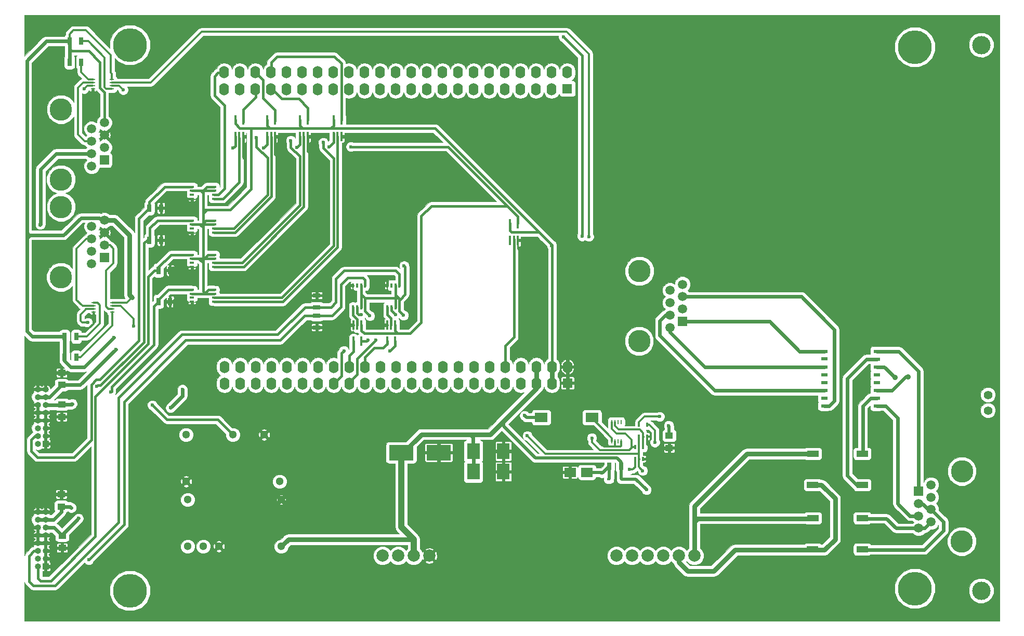
<source format=gbr>
G04 #@! TF.FileFunction,Copper,L1,Top,Signal*
%FSLAX46Y46*%
G04 Gerber Fmt 4.6, Leading zero omitted, Abs format (unit mm)*
G04 Created by KiCad (PCBNEW 4.0.4+e1-6308~48~ubuntu15.10.1-stable) date Thu Jul 19 16:03:55 2018*
%MOMM*%
%LPD*%
G01*
G04 APERTURE LIST*
%ADD10C,0.100000*%
%ADD11R,1.140000X0.620000*%
%ADD12R,1.900000X1.000000*%
%ADD13R,0.250000X0.750000*%
%ADD14R,0.750000X0.250000*%
%ADD15R,0.750000X0.350000*%
%ADD16R,0.350000X0.750000*%
%ADD17R,0.400000X1.500000*%
%ADD18R,1.000000X1.000000*%
%ADD19O,1.000000X1.000000*%
%ADD20R,1.250000X1.000000*%
%ADD21C,3.650000*%
%ADD22C,1.500000*%
%ADD23R,1.500000X1.500000*%
%ADD24C,5.500000*%
%ADD25C,3.000000*%
%ADD26C,2.000000*%
%ADD27C,1.300000*%
%ADD28C,1.400000*%
%ADD29R,1.600000X1.600000*%
%ADD30O,1.600000X2.000000*%
%ADD31R,2.100000X2.600000*%
%ADD32R,4.000000X2.500000*%
%ADD33R,0.700000X1.300000*%
%ADD34R,0.600000X0.450000*%
%ADD35R,0.400000X0.650000*%
%ADD36R,2.150000X1.500000*%
%ADD37R,1.300000X0.700000*%
%ADD38R,1.950000X1.500000*%
%ADD39C,0.600000*%
%ADD40C,0.900000*%
%ADD41C,0.400000*%
%ADD42C,0.300000*%
%ADD43C,0.250000*%
%ADD44C,0.500000*%
%ADD45C,0.600000*%
%ADD46C,0.800000*%
%ADD47C,1.000000*%
%ADD48C,0.050000*%
G04 APERTURE END LIST*
D10*
D11*
X170732240Y-74980840D03*
X170732240Y-76230840D03*
X170732240Y-77505840D03*
X170732240Y-78780840D03*
X170732240Y-80055840D03*
X170732240Y-81330840D03*
X170732240Y-82605840D03*
X170732240Y-83855840D03*
X162207240Y-74955840D03*
X162207240Y-82605840D03*
X162207240Y-81330840D03*
X162207240Y-80055840D03*
X162207240Y-78805840D03*
X162207240Y-77530840D03*
X162207240Y-76205840D03*
X162207240Y-83855840D03*
D12*
X160300000Y-107250000D03*
X168375000Y-107250000D03*
X160325000Y-102150000D03*
X168375000Y-102150000D03*
X160300000Y-96750000D03*
X168375000Y-96750000D03*
X160325000Y-91650000D03*
X168375000Y-91650000D03*
D13*
X129101240Y-89637200D03*
X128601240Y-89637200D03*
X128101240Y-89637200D03*
X127601240Y-89637200D03*
X129101240Y-86537200D03*
X128601240Y-86537200D03*
X127601240Y-86537200D03*
X128101240Y-86537200D03*
D14*
X43047240Y-32140840D03*
X43047240Y-31640840D03*
X43047240Y-31140840D03*
X43047240Y-30640840D03*
X46147240Y-32140840D03*
X46147240Y-31640840D03*
X46147240Y-30640840D03*
X46147240Y-31140840D03*
X43150000Y-68550000D03*
X43150000Y-68050000D03*
X43150000Y-67550000D03*
X43150000Y-67050000D03*
X46250000Y-68550000D03*
X46250000Y-68050000D03*
X46250000Y-67050000D03*
X46250000Y-67550000D03*
D15*
X59197240Y-66865840D03*
X59197240Y-66215840D03*
X59197240Y-65565840D03*
X59197240Y-64915840D03*
X62797240Y-66865840D03*
X62797240Y-66215840D03*
X62797240Y-64915840D03*
X62797240Y-65565840D03*
X59197240Y-61165840D03*
X59197240Y-60515840D03*
X59197240Y-59865840D03*
X59197240Y-59215840D03*
X62797240Y-61165840D03*
X62797240Y-60515840D03*
X62797240Y-59215840D03*
X62797240Y-59865840D03*
X59197240Y-55565840D03*
X59197240Y-54915840D03*
X59197240Y-54265840D03*
X59197240Y-53615840D03*
X62797240Y-55565840D03*
X62797240Y-54915840D03*
X62797240Y-53615840D03*
X62797240Y-54265840D03*
X59197240Y-50065840D03*
X59197240Y-49415840D03*
X59197240Y-48765840D03*
X59197240Y-48115840D03*
X62797240Y-50065840D03*
X62797240Y-49415840D03*
X62797240Y-48115840D03*
X62797240Y-48765840D03*
D16*
X85450240Y-64200000D03*
X86100240Y-64200000D03*
X86750240Y-64200000D03*
X87400240Y-64200000D03*
X85450240Y-67800000D03*
X86100240Y-67800000D03*
X87400240Y-67800000D03*
X86750240Y-67800000D03*
X91025000Y-64200000D03*
X91675000Y-64200000D03*
X92325000Y-64200000D03*
X92975000Y-64200000D03*
X91025000Y-67800000D03*
X91675000Y-67800000D03*
X92975000Y-67800000D03*
X92325000Y-67800000D03*
D17*
X66250000Y-39930000D03*
X66900000Y-39930000D03*
X67550000Y-39930000D03*
X67550000Y-37270000D03*
X66250000Y-37270000D03*
D18*
X35357240Y-110040840D03*
D19*
X34087240Y-110040840D03*
X35357240Y-108770840D03*
X34087240Y-108770840D03*
X35357240Y-107500840D03*
X34087240Y-107500840D03*
X35357240Y-106230840D03*
X34087240Y-106230840D03*
X35357240Y-104960840D03*
X34087240Y-104960840D03*
X35357240Y-103690840D03*
X34087240Y-103690840D03*
X35357240Y-102420840D03*
X34087240Y-102420840D03*
X35357240Y-101150840D03*
X34087240Y-101150840D03*
D20*
X37978040Y-83630000D03*
X37978040Y-85630000D03*
D21*
X184607240Y-94535840D03*
X184582240Y-105965840D03*
D22*
X179582240Y-96715840D03*
D23*
X177532240Y-97740840D03*
D22*
X179582240Y-98740840D03*
X177532240Y-99765840D03*
X179582240Y-100765840D03*
X177532240Y-101790840D03*
X179582240Y-102790840D03*
X177542240Y-103805840D03*
D24*
X176939100Y-25343000D03*
X49088200Y-25001000D03*
X49088200Y-114001000D03*
D25*
X187758200Y-114001000D03*
X187758200Y-25001000D03*
D24*
X176939100Y-113659000D03*
D26*
X141037240Y-108300840D03*
X138497240Y-108300840D03*
X135957240Y-108300840D03*
X133417240Y-108300840D03*
X130877240Y-108300840D03*
X128337240Y-108300840D03*
X90237240Y-108300840D03*
X92777240Y-108300840D03*
X95317240Y-108300840D03*
X97857240Y-108300840D03*
D27*
X73497240Y-96190840D03*
X70957240Y-88570840D03*
X65877240Y-88570840D03*
X58257240Y-96190840D03*
X58257240Y-88570840D03*
X58517240Y-106780840D03*
X61057240Y-106780840D03*
X63597240Y-106780840D03*
X73757240Y-106780840D03*
X73757240Y-99160840D03*
X58517240Y-99160840D03*
D18*
X35357240Y-90040840D03*
D19*
X34087240Y-90040840D03*
X35357240Y-88770840D03*
X34087240Y-88770840D03*
X35357240Y-87500840D03*
X34087240Y-87500840D03*
X35357240Y-86230840D03*
X34087240Y-86230840D03*
X35357240Y-84960840D03*
X34087240Y-84960840D03*
X35357240Y-83690840D03*
X34087240Y-83690840D03*
X35357240Y-82420840D03*
X34087240Y-82420840D03*
X35357240Y-81150840D03*
X34087240Y-81150840D03*
D28*
X188857240Y-82060840D03*
X188857240Y-84600840D03*
D17*
X111000000Y-56830000D03*
X111650000Y-56830000D03*
X112300000Y-56830000D03*
X112300000Y-54170000D03*
X111000000Y-54170000D03*
X71447240Y-39920840D03*
X72097240Y-39920840D03*
X72747240Y-39920840D03*
X72747240Y-37260840D03*
X71447240Y-37260840D03*
X76747240Y-39920840D03*
X77397240Y-39920840D03*
X78047240Y-39920840D03*
X78047240Y-37260840D03*
X76747240Y-37260840D03*
X82247240Y-39920840D03*
X82897240Y-39920840D03*
X83547240Y-39920840D03*
X83547240Y-37260840D03*
X82247240Y-37260840D03*
D29*
X120370000Y-80135000D03*
D30*
X120370000Y-77495000D03*
X117830000Y-80235000D03*
X117830000Y-77495000D03*
X115290000Y-80235000D03*
X115290000Y-77495000D03*
X112750000Y-80235000D03*
X112750000Y-77495000D03*
X110210000Y-80235000D03*
X110210000Y-77495000D03*
X107670000Y-80235000D03*
X107670000Y-77495000D03*
X105130000Y-80235000D03*
X105130000Y-77495000D03*
X102590000Y-80235000D03*
X102590000Y-77495000D03*
X100050000Y-80235000D03*
X100050000Y-77495000D03*
X97510000Y-80235000D03*
X97510000Y-77495000D03*
X94970000Y-80235000D03*
X94970000Y-77495000D03*
X92430000Y-80235000D03*
X92430000Y-77495000D03*
X89890000Y-80235000D03*
X89890000Y-77495000D03*
X87350000Y-80235000D03*
X87350000Y-77495000D03*
X84810000Y-80235000D03*
X84810000Y-77495000D03*
X82270000Y-80235000D03*
X82270000Y-77495000D03*
X79730000Y-80235000D03*
X79730000Y-77495000D03*
X77190000Y-80235000D03*
X77190000Y-77495000D03*
X74650000Y-80235000D03*
X74650000Y-77495000D03*
X72110000Y-80235000D03*
X72110000Y-77495000D03*
X69570000Y-80235000D03*
X69570000Y-77495000D03*
X67030000Y-80235000D03*
X67030000Y-77495000D03*
X64490000Y-80235000D03*
X64490000Y-77495000D03*
D29*
X120340000Y-32115000D03*
D30*
X120340000Y-29475000D03*
X117800000Y-32215000D03*
X117800000Y-29475000D03*
X115260000Y-32215000D03*
X115260000Y-29475000D03*
X112720000Y-32215000D03*
X112720000Y-29475000D03*
X110180000Y-32215000D03*
X110180000Y-29475000D03*
X107640000Y-32215000D03*
X107640000Y-29475000D03*
X105100000Y-32215000D03*
X105100000Y-29475000D03*
X102560000Y-32215000D03*
X102560000Y-29475000D03*
X100020000Y-32215000D03*
X100020000Y-29475000D03*
X97480000Y-32215000D03*
X97480000Y-29475000D03*
X94940000Y-32215000D03*
X94940000Y-29475000D03*
X92400000Y-32215000D03*
X92400000Y-29475000D03*
X89860000Y-32215000D03*
X89860000Y-29475000D03*
X87320000Y-32215000D03*
X87320000Y-29475000D03*
X84780000Y-32215000D03*
X84780000Y-29475000D03*
X82240000Y-32215000D03*
X82240000Y-29475000D03*
X79700000Y-32215000D03*
X79700000Y-29475000D03*
X77160000Y-32215000D03*
X77160000Y-29475000D03*
X74620000Y-32215000D03*
X74620000Y-29475000D03*
X72080000Y-32215000D03*
X72080000Y-29475000D03*
X69540000Y-32215000D03*
X69540000Y-29475000D03*
X67000000Y-32215000D03*
X67000000Y-29475000D03*
X64460000Y-32215000D03*
X64460000Y-29475000D03*
D31*
X105022440Y-91236800D03*
X109922440Y-91236800D03*
X105022440Y-94589600D03*
X109922440Y-94589600D03*
D32*
X93290000Y-91480000D03*
X99390000Y-91480000D03*
D20*
X37978040Y-80448400D03*
X37978040Y-78448400D03*
D33*
X38447240Y-72540840D03*
X40347240Y-72540840D03*
X38450000Y-75950000D03*
X40350000Y-75950000D03*
X39247240Y-27790840D03*
X41147240Y-27790840D03*
X39247240Y-24390840D03*
X41147240Y-24390840D03*
X52250000Y-56850000D03*
X54150000Y-56850000D03*
X52250000Y-51600000D03*
X54150000Y-51600000D03*
X53750000Y-66850000D03*
X55650000Y-66850000D03*
X53750000Y-61750000D03*
X55650000Y-61750000D03*
D21*
X132047240Y-73295840D03*
X132072240Y-61865840D03*
D22*
X137072240Y-71115840D03*
D23*
X139122240Y-70090840D03*
D22*
X137072240Y-69090840D03*
X139122240Y-68065840D03*
X137072240Y-67065840D03*
X139122240Y-66040840D03*
X137072240Y-65040840D03*
X139112240Y-64025840D03*
D21*
X37847240Y-46955000D03*
X37872240Y-35525000D03*
D22*
X42872240Y-44775000D03*
D23*
X44922240Y-43750000D03*
D22*
X42872240Y-42750000D03*
X44922240Y-41725000D03*
X42872240Y-40725000D03*
X44922240Y-39700000D03*
X42872240Y-38700000D03*
X44912240Y-37685000D03*
D21*
X37847240Y-62865840D03*
X37872240Y-51435840D03*
D22*
X42872240Y-60685840D03*
D23*
X44922240Y-59660840D03*
D22*
X42872240Y-58660840D03*
X44922240Y-57635840D03*
X42872240Y-56635840D03*
X44922240Y-55610840D03*
X42872240Y-54610840D03*
X44912240Y-53595840D03*
D20*
X38054240Y-105019600D03*
X38054240Y-107019600D03*
X37927240Y-100263200D03*
X37927240Y-98263200D03*
X136936440Y-88712800D03*
X136936440Y-90712800D03*
D34*
X129198040Y-95808800D03*
X127098040Y-95808800D03*
D33*
X129098040Y-93675200D03*
X127198040Y-93675200D03*
D35*
X132019240Y-88834000D03*
X133319240Y-88834000D03*
X132669240Y-88834000D03*
X133319240Y-86934000D03*
X132019240Y-86934000D03*
X131358840Y-92491600D03*
X132658840Y-92491600D03*
X132008840Y-92491600D03*
X132658840Y-90591600D03*
X131358840Y-90591600D03*
D36*
X124338040Y-85750400D03*
X116088040Y-85750400D03*
D37*
X79532440Y-69154000D03*
X79532440Y-71054000D03*
X79532440Y-67752000D03*
X79532440Y-65852000D03*
D17*
X86786440Y-70670000D03*
X86136440Y-70670000D03*
X85486440Y-70670000D03*
X85486440Y-73330000D03*
X86786440Y-73330000D03*
X92272840Y-70670000D03*
X91622840Y-70670000D03*
X90972840Y-70670000D03*
X90972840Y-73330000D03*
X92272840Y-73330000D03*
D38*
X123528640Y-94691200D03*
X120778640Y-94691200D03*
D39*
X67697240Y-43390840D03*
X125831600Y-89941400D03*
X55097640Y-104140000D03*
X90403640Y-62890400D03*
X84510840Y-64668400D03*
X89946440Y-70307200D03*
X82682040Y-71069200D03*
X75620840Y-67716400D03*
X141152840Y-91897200D03*
X43362840Y-34442400D03*
X38117740Y-68961000D03*
X56450000Y-63500000D03*
X116800000Y-74950000D03*
X73197240Y-43290840D03*
X91100000Y-35200000D03*
X56400000Y-56150000D03*
X56600000Y-51450000D03*
X78697240Y-42990840D03*
X46004440Y-81635600D03*
X43718440Y-80645000D03*
X69697240Y-40090840D03*
X80597240Y-40890840D03*
X75297240Y-40590840D03*
X113365240Y-85445600D03*
X124333000Y-89103200D03*
X46817240Y-74625200D03*
X39552840Y-100482400D03*
X135361640Y-85598000D03*
X133228040Y-97536000D03*
X136834840Y-87071200D03*
X46461640Y-72745600D03*
X57637640Y-81178400D03*
X55707240Y-84175600D03*
X49400000Y-66200000D03*
X85097240Y-41590840D03*
X81497240Y-41590840D03*
X76297240Y-41690840D03*
X70897240Y-41790840D03*
X65897240Y-41790840D03*
X49697240Y-70840840D03*
X123847240Y-56240840D03*
X42247240Y-70290840D03*
X122747240Y-56190840D03*
X119697240Y-23690840D03*
X41647240Y-32140840D03*
D40*
X173697240Y-79250840D03*
X175827240Y-79150840D03*
D39*
X132618440Y-94437200D03*
X113822440Y-88747600D03*
X125963640Y-94792800D03*
X134599640Y-89814400D03*
X130434040Y-94234000D03*
X48011040Y-32334200D03*
X42397640Y-108966000D03*
X83952040Y-74879200D03*
X86746040Y-68986400D03*
X89133640Y-73101200D03*
X92334040Y-68986400D03*
X39705240Y-83515200D03*
X40721240Y-102209600D03*
X34472840Y-54305200D03*
X91419640Y-74879200D03*
X93654840Y-69088000D03*
X88168440Y-69189600D03*
X87863640Y-73101200D03*
X93756440Y-61010800D03*
X117797240Y-57690840D03*
X52747240Y-83740840D03*
D41*
X67547240Y-39920840D02*
X67547240Y-43240840D01*
X67547240Y-43240840D02*
X67697240Y-43390840D01*
D42*
X129101240Y-89637200D02*
X129101240Y-90380160D01*
X129032000Y-90449400D02*
X128066800Y-90449400D01*
X129101240Y-90380160D02*
X129032000Y-90449400D01*
X128101240Y-89637200D02*
X128101240Y-90414960D01*
X126339600Y-90449400D02*
X125831600Y-89941400D01*
X128066800Y-90449400D02*
X126339600Y-90449400D01*
X128101240Y-90414960D02*
X128066800Y-90449400D01*
D41*
X85450240Y-64200000D02*
X84979240Y-64200000D01*
X91025000Y-63511760D02*
X90403640Y-62890400D01*
X91025000Y-63511760D02*
X91025000Y-64200000D01*
X84979240Y-64200000D02*
X84510840Y-64668400D01*
X90972840Y-70670000D02*
X90309240Y-70670000D01*
X90309240Y-70670000D02*
X89946440Y-70307200D01*
X85486440Y-70670000D02*
X83081240Y-70670000D01*
X83081240Y-70670000D02*
X82682040Y-71069200D01*
X132658840Y-92491600D02*
X133090840Y-92491600D01*
X134091640Y-91490800D02*
X134091640Y-90932000D01*
X133090840Y-92491600D02*
X134091640Y-91490800D01*
D43*
X61650840Y-70950000D02*
X62989240Y-70950000D01*
X83850440Y-59385200D02*
X83950000Y-59385200D01*
X83852480Y-59387240D02*
X83850440Y-59385200D01*
X83950000Y-59387240D02*
X83852480Y-59387240D01*
X74452440Y-68884800D02*
X75620840Y-67716400D01*
X75620840Y-67716400D02*
X83950000Y-59387240D01*
X65054440Y-68884800D02*
X74452440Y-68884800D01*
X62989240Y-70950000D02*
X65054440Y-68884800D01*
D42*
X133319240Y-88834000D02*
X133319240Y-90159600D01*
X134091640Y-90932000D02*
X136717240Y-90932000D01*
X133319240Y-90159600D02*
X134091640Y-90932000D01*
X136717240Y-90932000D02*
X136936440Y-90712800D01*
X43047240Y-32140840D02*
X43047240Y-34076000D01*
X43362840Y-34391600D02*
X43362840Y-34442400D01*
X43047240Y-34076000D02*
X43362840Y-34391600D01*
X43150000Y-68550000D02*
X43150000Y-70469240D01*
X40340240Y-71183500D02*
X38117740Y-68961000D01*
X42435740Y-71183500D02*
X40340240Y-71183500D01*
X43150000Y-70469240D02*
X42435740Y-71183500D01*
D43*
X112300000Y-56730000D02*
X112300000Y-58250000D01*
X116800000Y-62750000D02*
X116800000Y-74950000D01*
X112300000Y-58250000D02*
X116800000Y-62750000D01*
D44*
X56150000Y-61400000D02*
X56150000Y-63200000D01*
X56150000Y-63200000D02*
X56450000Y-63500000D01*
D43*
X56150000Y-63200000D02*
X56450000Y-63500000D01*
X56150000Y-63200000D02*
X56450000Y-63500000D01*
X56200000Y-66500000D02*
X56200000Y-70700000D01*
X56450000Y-70950000D02*
X61650840Y-70950000D01*
X61650840Y-70950000D02*
X61700000Y-70950000D01*
X56200000Y-70700000D02*
X56450000Y-70950000D01*
X59197240Y-61165840D02*
X57884160Y-61165840D01*
X57650000Y-61400000D02*
X56150000Y-61400000D01*
X57884160Y-61165840D02*
X57650000Y-61400000D01*
X72747240Y-39920840D02*
X73570840Y-39920840D01*
D41*
X72747240Y-42840840D02*
X73197240Y-43290840D01*
X72747240Y-39920840D02*
X72747240Y-42840840D01*
D43*
X73197240Y-40294440D02*
X73197240Y-43290840D01*
X73570840Y-39920840D02*
X73197240Y-40294440D01*
X83547240Y-39920840D02*
X84220840Y-39920840D01*
X84220840Y-39920840D02*
X84350000Y-40050000D01*
X84350000Y-40050000D02*
X84350000Y-41000000D01*
X84350000Y-41000000D02*
X83950000Y-41400000D01*
X83950000Y-41400000D02*
X83950000Y-59385200D01*
D41*
X59197240Y-66865840D02*
X59197240Y-68347240D01*
X61700000Y-70850000D02*
X61700000Y-70950000D01*
X59197240Y-68347240D02*
X61700000Y-70850000D01*
X59197240Y-50065840D02*
X57984160Y-50065840D01*
X56984160Y-55565840D02*
X59197240Y-55565840D01*
X56400000Y-56150000D02*
X56984160Y-55565840D01*
X57984160Y-50065840D02*
X56600000Y-51450000D01*
X78047240Y-39920840D02*
X78047240Y-42340840D01*
X78047240Y-42340840D02*
X78697240Y-42990840D01*
X58257240Y-96190840D02*
X58177240Y-96190840D01*
X58257240Y-96190840D02*
X58257240Y-96200840D01*
X58257240Y-96190840D02*
X58257240Y-96210840D01*
X58257240Y-96190840D02*
X58267240Y-96190840D01*
X63597240Y-106780840D02*
X63567240Y-106780840D01*
X63597240Y-106780840D02*
X63597240Y-106830840D01*
X63597240Y-106780840D02*
X63657240Y-106780840D01*
X73757240Y-99160840D02*
X73727240Y-99160840D01*
X73757240Y-99160840D02*
X73557240Y-99160840D01*
X73757240Y-99160840D02*
X73757240Y-99220840D01*
X73757240Y-99160840D02*
X73817240Y-99160840D01*
X62797240Y-50065840D02*
X64222240Y-50065840D01*
X64222240Y-50065840D02*
X66897240Y-47390840D01*
X66897240Y-47390840D02*
X66897240Y-40220840D01*
X46004440Y-81635600D02*
X46100000Y-81540040D01*
X46100000Y-81540040D02*
X46100000Y-80778040D01*
X46100000Y-80778040D02*
X52989440Y-73888600D01*
X52989440Y-73888600D02*
X52989440Y-67610560D01*
X52989440Y-67610560D02*
X53750000Y-66850000D01*
X59197240Y-64915840D02*
X55330240Y-64915840D01*
X55330240Y-64915840D02*
X53755240Y-66490840D01*
X52250000Y-51600000D02*
X52250000Y-50620000D01*
X54754160Y-48115840D02*
X59197240Y-48115840D01*
X52250000Y-50620000D02*
X54754160Y-48115840D01*
X52167500Y-51718500D02*
X50550000Y-53336000D01*
X33606960Y-88773640D02*
X34188840Y-88773640D01*
X33000000Y-89380600D02*
X33606960Y-88773640D01*
X33000000Y-91228200D02*
X33000000Y-89380600D01*
X34003200Y-92231400D02*
X33000000Y-91228200D01*
X39968600Y-92231400D02*
X34003200Y-92231400D01*
X42800000Y-89400000D02*
X39968600Y-92231400D01*
X42800000Y-80400000D02*
X42800000Y-89400000D01*
X43600000Y-79600000D02*
X42800000Y-80400000D01*
X44200000Y-79600000D02*
X43600000Y-79600000D01*
X50550000Y-73250000D02*
X44200000Y-79600000D01*
X50550000Y-53336000D02*
X50550000Y-73250000D01*
X43718440Y-80645000D02*
X43835985Y-80527455D01*
X43835985Y-80527455D02*
X44312095Y-80527455D01*
X44312095Y-80527455D02*
X51400000Y-73439550D01*
X51400000Y-73439550D02*
X51400000Y-57312000D01*
X51400000Y-57312000D02*
X51862000Y-56850000D01*
X51862000Y-56850000D02*
X52250000Y-56850000D01*
X51400000Y-57300000D02*
X51412000Y-57300000D01*
X51400000Y-62150000D02*
X51400000Y-73439550D01*
X51400000Y-62150000D02*
X51400000Y-57300000D01*
X51862000Y-56850000D02*
X52250000Y-56850000D01*
X51412000Y-57300000D02*
X51862000Y-56850000D01*
X59197240Y-53615840D02*
X53584160Y-53615840D01*
X52324000Y-54876000D02*
X52324000Y-56973000D01*
X53584160Y-53615840D02*
X52324000Y-54876000D01*
X62797240Y-54915840D02*
X66023710Y-54915840D01*
X71497238Y-43390838D02*
X69697240Y-41590840D01*
X71497238Y-49442312D02*
X71497238Y-43390838D01*
X66023710Y-54915840D02*
X71497238Y-49442312D01*
X69697240Y-41590840D02*
X69697240Y-40090840D01*
X62797240Y-55565840D02*
X66222240Y-55565840D01*
X72097240Y-49690840D02*
X72097240Y-40020840D01*
X66222240Y-55565840D02*
X72097240Y-49690840D01*
X62797240Y-66215840D02*
X73823710Y-66215840D01*
X82297238Y-43490838D02*
X80597240Y-41790840D01*
X82297238Y-57742312D02*
X82297238Y-43490838D01*
X73823710Y-66215840D02*
X82297238Y-57742312D01*
X80597240Y-41790840D02*
X80597240Y-40890840D01*
X62797240Y-66865840D02*
X74022240Y-66865840D01*
X82897240Y-57990840D02*
X82897240Y-39920840D01*
X74022240Y-66865840D02*
X82897240Y-57990840D01*
X62797240Y-49415840D02*
X63472240Y-49415840D01*
X63447240Y-29540840D02*
X64507240Y-29540840D01*
X62897240Y-30090840D02*
X63447240Y-29540840D01*
X62897240Y-33240840D02*
X62897240Y-30090840D01*
X64497240Y-34840840D02*
X62897240Y-33240840D01*
X64497240Y-48390840D02*
X64497240Y-34840840D01*
X63472240Y-49415840D02*
X64497240Y-48390840D01*
X62797240Y-61165840D02*
X67622240Y-61165840D01*
X77397240Y-51390840D02*
X77397240Y-39920840D01*
X67622240Y-61165840D02*
X77397240Y-51390840D01*
X66847240Y-32280840D02*
X67047240Y-32080840D01*
X62797240Y-60515840D02*
X67423710Y-60515840D01*
X76797238Y-43190838D02*
X75297240Y-41690840D01*
X76797238Y-51142312D02*
X76797238Y-43190838D01*
X67423710Y-60515840D02*
X76797238Y-51142312D01*
X75297240Y-41690840D02*
X75297240Y-40590840D01*
X34112640Y-110022040D02*
X34112640Y-111958600D01*
X43450000Y-105170440D02*
X43450000Y-89650000D01*
X36225440Y-112395000D02*
X43450000Y-105170440D01*
X34549040Y-112395000D02*
X36225440Y-112395000D01*
X34112640Y-111958600D02*
X34549040Y-112395000D01*
X52050000Y-62800000D02*
X52050000Y-62758000D01*
X52050000Y-62800000D02*
X52050000Y-73750000D01*
X52050000Y-73750000D02*
X43450000Y-82350000D01*
X43450000Y-82350000D02*
X43450000Y-89650000D01*
X53058000Y-61750000D02*
X53750000Y-61750000D01*
X52050000Y-62758000D02*
X53058000Y-61750000D01*
X59197240Y-59215840D02*
X55800160Y-59215840D01*
X55800160Y-59215840D02*
X53704000Y-61312000D01*
D44*
X116088040Y-85750400D02*
X113670040Y-85750400D01*
X113670040Y-85750400D02*
X113365240Y-85445600D01*
D41*
X111650000Y-56730000D02*
X111650000Y-72650000D01*
X111650000Y-72650000D02*
X110257240Y-74042760D01*
X110257240Y-74042760D02*
X110257240Y-77560840D01*
X110257240Y-76580840D02*
X110257240Y-77560840D01*
X110197240Y-77500840D02*
X110257240Y-77560840D01*
X78047240Y-37260840D02*
X78047240Y-35240840D01*
X73837240Y-33790840D02*
X72127240Y-32080840D01*
X76597240Y-33790840D02*
X73837240Y-33790840D01*
X78047240Y-35240840D02*
X76597240Y-33790840D01*
X83547240Y-37260840D02*
X83547240Y-33440840D01*
X72127240Y-27860840D02*
X72127240Y-29540840D01*
X73097240Y-26890840D02*
X72127240Y-27860840D01*
X82397240Y-26890840D02*
X73097240Y-26890840D01*
X83547240Y-28040840D02*
X82397240Y-26890840D01*
X83547240Y-33440840D02*
X83547240Y-28040840D01*
X83547240Y-33440840D02*
X83547240Y-33440840D01*
X69587240Y-33500840D02*
X69587240Y-32080840D01*
X67547240Y-35540840D02*
X69587240Y-33500840D01*
X67547240Y-37560840D02*
X67547240Y-35540840D01*
X72747240Y-37360840D02*
X72747240Y-35640840D01*
X70797240Y-30750840D02*
X69587240Y-29540840D01*
X70797240Y-33690840D02*
X70797240Y-30750840D01*
X72747240Y-35640840D02*
X70797240Y-33690840D01*
D42*
X131358840Y-90591600D02*
X130921800Y-90591600D01*
X124333000Y-89789000D02*
X124333000Y-89103200D01*
X125628400Y-91084400D02*
X124333000Y-89789000D01*
X130429000Y-91084400D02*
X125628400Y-91084400D01*
X130921800Y-90591600D02*
X130429000Y-91084400D01*
X127601240Y-86537200D02*
X127601240Y-87647040D01*
X130759200Y-89408000D02*
X130759200Y-90591600D01*
X129743200Y-88392000D02*
X130759200Y-89408000D01*
X128346200Y-88392000D02*
X129743200Y-88392000D01*
X127601240Y-87647040D02*
X128346200Y-88392000D01*
D45*
X34087240Y-102420840D02*
X35357240Y-102420840D01*
X37927240Y-100263200D02*
X37927240Y-101117400D01*
X36623800Y-102420840D02*
X34087240Y-102420840D01*
X37927240Y-101117400D02*
X36623800Y-102420840D01*
X37978040Y-80448400D02*
X40994040Y-80448400D01*
X40994040Y-80448400D02*
X46817240Y-74625200D01*
X34087240Y-82420840D02*
X35357240Y-82420840D01*
X35357240Y-82420840D02*
X35359400Y-82423000D01*
X35359400Y-82423000D02*
X36003440Y-82423000D01*
X36003440Y-82423000D02*
X37978040Y-80448400D01*
X39333640Y-100263200D02*
X39552840Y-100482400D01*
X37927240Y-100263200D02*
X39333640Y-100263200D01*
X37769600Y-100420840D02*
X37927240Y-100263200D01*
D44*
X129098040Y-93675200D02*
X129098040Y-93050400D01*
X129098040Y-93050400D02*
X128402040Y-92354400D01*
X109961640Y-87172800D02*
X109961640Y-86338360D01*
X115143240Y-92354400D02*
X109961640Y-87172800D01*
X128402040Y-92354400D02*
X115143240Y-92354400D01*
D42*
X132019240Y-86934000D02*
X132019240Y-86502000D01*
X132923240Y-85598000D02*
X135361640Y-85598000D01*
X132019240Y-86502000D02*
X132923240Y-85598000D01*
D44*
X129198040Y-95808800D02*
X131500840Y-95808800D01*
X131500840Y-95808800D02*
X133228040Y-97536000D01*
X129098040Y-93675200D02*
X129098040Y-95708800D01*
D42*
X129098040Y-95708800D02*
X129198040Y-95808800D01*
D44*
X136936440Y-87172800D02*
X136936440Y-88712800D01*
D42*
X136834840Y-87071200D02*
X136936440Y-87172800D01*
X130759200Y-90591600D02*
X131358840Y-90591600D01*
D45*
X105022440Y-94589600D02*
X105022440Y-91236800D01*
X105022440Y-91236800D02*
X104983240Y-91197600D01*
X104983240Y-91197600D02*
X104983240Y-89052400D01*
X104983240Y-89052400D02*
X104430840Y-88500000D01*
X38450000Y-76087760D02*
X38450000Y-74654600D01*
X39476640Y-77520800D02*
X38450000Y-76494160D01*
X41686440Y-77520800D02*
X39476640Y-77520800D01*
X46461640Y-72745600D02*
X41686440Y-77520800D01*
X57637640Y-82245200D02*
X57637640Y-81178400D01*
X55707240Y-84175600D02*
X57637640Y-82245200D01*
X32297240Y-56590840D02*
X32297240Y-71687600D01*
X33150480Y-72540840D02*
X38447240Y-72540840D01*
X32297240Y-71687600D02*
X33150480Y-72540840D01*
X39247240Y-27790840D02*
X39247240Y-24390840D01*
D42*
X46147240Y-30640840D02*
X46147240Y-29708400D01*
X39247240Y-23216400D02*
X39247240Y-24390840D01*
X39908440Y-22555200D02*
X39247240Y-23216400D01*
X41889640Y-22555200D02*
X39908440Y-22555200D01*
X45953640Y-26619200D02*
X41889640Y-22555200D01*
X45953640Y-29514800D02*
X45953640Y-26619200D01*
X46147240Y-29708400D02*
X45953640Y-29514800D01*
X46250000Y-67050000D02*
X48550000Y-67050000D01*
X48550000Y-67050000D02*
X49400000Y-66200000D01*
D44*
X39253640Y-24390840D02*
X39253640Y-25753640D01*
X39253640Y-25753640D02*
X39490840Y-25990840D01*
D46*
X46595840Y-53595840D02*
X44912240Y-53595840D01*
X49000000Y-56000000D02*
X46595840Y-53595840D01*
X49000000Y-65800000D02*
X49000000Y-56000000D01*
X49400000Y-66200000D02*
X49000000Y-65800000D01*
X115337240Y-80100840D02*
X115337240Y-80962760D01*
X115337240Y-80962760D02*
X109961640Y-86338360D01*
X109961640Y-86338360D02*
X107800000Y-88500000D01*
X96558080Y-88500000D02*
X93317240Y-91740840D01*
X107800000Y-88500000D02*
X104430840Y-88500000D01*
X104430840Y-88500000D02*
X96558080Y-88500000D01*
X115337240Y-77560840D02*
X115337240Y-80100840D01*
X95317240Y-105640840D02*
X74897240Y-105640840D01*
X74897240Y-105640840D02*
X73757240Y-106780840D01*
D45*
X38428240Y-75771840D02*
X38428240Y-72540840D01*
X34097240Y-55990840D02*
X32897240Y-55990840D01*
D41*
X32897240Y-55990840D02*
X32297240Y-56590840D01*
X32897240Y-55990840D02*
X32797240Y-55990840D01*
X32797240Y-55990840D02*
X32297240Y-55490840D01*
X44912240Y-53595840D02*
X44502240Y-53595840D01*
D45*
X44502240Y-53595840D02*
X44097240Y-53190840D01*
X38297240Y-55990840D02*
X34097240Y-55990840D01*
X32897240Y-55990840D02*
X32297240Y-55990840D01*
X41097240Y-53190840D02*
X38297240Y-55990840D01*
X44097240Y-53190840D02*
X41097240Y-53190840D01*
X35497240Y-24390840D02*
X39253640Y-24390840D01*
X32297240Y-55490840D02*
X32297240Y-27590840D01*
X32297240Y-27590840D02*
X35497240Y-24390840D01*
X32297240Y-56590840D02*
X32297240Y-55990840D01*
X32297240Y-55990840D02*
X32297240Y-55490840D01*
D41*
X44912240Y-37655840D02*
X44912240Y-32705840D01*
X44912240Y-32705840D02*
X44197240Y-31990840D01*
X44197240Y-31990840D02*
X44197240Y-27790840D01*
X44197240Y-27790840D02*
X42397240Y-25990840D01*
X42397240Y-25990840D02*
X39490840Y-25990840D01*
D47*
X93317240Y-91740840D02*
X93317240Y-103640840D01*
X95317240Y-105640840D02*
X95317240Y-108300840D01*
X93317240Y-103640840D02*
X95317240Y-105640840D01*
D41*
X92272840Y-70670000D02*
X92272840Y-71617600D01*
X92272840Y-71617600D02*
X92689640Y-72034400D01*
X86786440Y-70670000D02*
X86786440Y-71566800D01*
X98226840Y-51257200D02*
X110563600Y-51257200D01*
X96550440Y-52933600D02*
X98226840Y-51257200D01*
X96550440Y-70256400D02*
X96550440Y-52933600D01*
X94772440Y-72034400D02*
X96550440Y-70256400D01*
X87254040Y-72034400D02*
X92689640Y-72034400D01*
X92689640Y-72034400D02*
X94772440Y-72034400D01*
X86786440Y-71566800D02*
X87254040Y-72034400D01*
X112300000Y-54070000D02*
X112300000Y-53000000D01*
X112000000Y-52700000D02*
X112000000Y-52693600D01*
X112300000Y-53000000D02*
X112000000Y-52700000D01*
X100897240Y-41590840D02*
X85097240Y-41590840D01*
X112000000Y-52693600D02*
X110563600Y-51257200D01*
X110563600Y-51257200D02*
X100897240Y-41590840D01*
X66247240Y-39920840D02*
X66247240Y-41440840D01*
X66247240Y-41440840D02*
X65897240Y-41790840D01*
X81497240Y-41590840D02*
X82247240Y-40840840D01*
X76297240Y-41690840D02*
X76747240Y-41240840D01*
X70897240Y-41790840D02*
X71447240Y-41240840D01*
X82247240Y-40840840D02*
X82247240Y-39920840D01*
X76747240Y-41240840D02*
X76747240Y-39920840D01*
X71447240Y-41240840D02*
X71447240Y-39920840D01*
X82247240Y-39440840D02*
X82247240Y-39920840D01*
D42*
X40347240Y-72540840D02*
X42081700Y-72540840D01*
X43826740Y-67050000D02*
X43150000Y-67050000D01*
X44213740Y-67437000D02*
X43826740Y-67050000D01*
X44213740Y-70408800D02*
X44213740Y-67437000D01*
X42081700Y-72540840D02*
X44213740Y-70408800D01*
X46229740Y-68561840D02*
X46229740Y-70716740D01*
X41055640Y-75890840D02*
X40497240Y-75890840D01*
X46229740Y-70716740D02*
X41055640Y-75890840D01*
X43047240Y-30640840D02*
X42355280Y-30640840D01*
X41147240Y-29432800D02*
X41147240Y-27790840D01*
X42355280Y-30640840D02*
X41147240Y-29432800D01*
X46147240Y-32140840D02*
X45226880Y-32140840D01*
X42302880Y-24390840D02*
X41147240Y-24390840D01*
X44988440Y-27076400D02*
X42302880Y-24390840D01*
X44988440Y-31902400D02*
X44988440Y-27076400D01*
X45226880Y-32140840D02*
X44988440Y-31902400D01*
X49697240Y-69640840D02*
X49697240Y-70840840D01*
X47585740Y-67529340D02*
X49697240Y-69640840D01*
X46197240Y-67529340D02*
X47585740Y-67529340D01*
X123847240Y-26440840D02*
X123847240Y-56240840D01*
X120247240Y-22840840D02*
X123847240Y-26440840D01*
X60747240Y-22840840D02*
X120247240Y-22840840D01*
X52446040Y-31142040D02*
X60747240Y-22840840D01*
X46092440Y-31142040D02*
X52446040Y-31142040D01*
X41340840Y-70290840D02*
X41047240Y-69997240D01*
X42247240Y-70290840D02*
X41340840Y-70290840D01*
X41047240Y-69997240D02*
X41047240Y-69090840D01*
X41872240Y-68115840D02*
X41047240Y-68940840D01*
X41047240Y-68940840D02*
X41047240Y-69090840D01*
X41938080Y-68050000D02*
X41872240Y-68115840D01*
X43150000Y-68050000D02*
X41938080Y-68050000D01*
D41*
X122747240Y-26740840D02*
X122747240Y-56190840D01*
X119697240Y-23690840D02*
X122747240Y-26740840D01*
D42*
X42123040Y-31665040D02*
X41647240Y-32140840D01*
X43000440Y-31665040D02*
X42123040Y-31665040D01*
D46*
X160367240Y-96750840D02*
X161717240Y-96750840D01*
X162247240Y-107310840D02*
X160317240Y-107310840D01*
X163947240Y-105610840D02*
X162247240Y-107310840D01*
X163947240Y-98980840D02*
X163947240Y-105610840D01*
X161717240Y-96750840D02*
X163947240Y-98980840D01*
X160317240Y-107310840D02*
X147687240Y-107310840D01*
X138497240Y-109390840D02*
X138497240Y-108300840D01*
X139937240Y-110830840D02*
X138497240Y-109390840D01*
X144167240Y-110830840D02*
X139937240Y-110830840D01*
X147687240Y-107310840D02*
X144167240Y-110830840D01*
D45*
X170732240Y-76230840D02*
X169087240Y-76230840D01*
X167467240Y-96750840D02*
X168442240Y-96750840D01*
X165927240Y-95210840D02*
X167467240Y-96750840D01*
X165927240Y-79390840D02*
X165927240Y-95210840D01*
X169087240Y-76230840D02*
X165927240Y-79390840D01*
D46*
X160342240Y-102210840D02*
X141587240Y-102210840D01*
X141587240Y-102210840D02*
X141037240Y-102760840D01*
X141037240Y-108300840D02*
X141037240Y-102760840D01*
X141037240Y-102760840D02*
X141037240Y-100190840D01*
X149577240Y-91650840D02*
X160392240Y-91650840D01*
X141037240Y-100190840D02*
X149577240Y-91650840D01*
D45*
X168442240Y-91650840D02*
X168442240Y-83915840D01*
X169752240Y-82605840D02*
X170732240Y-82605840D01*
X168442240Y-83915840D02*
X169752240Y-82605840D01*
D43*
X177532240Y-99765840D02*
X178079080Y-99765840D01*
X178079080Y-99765840D02*
X179079080Y-100765840D01*
X179079080Y-100765840D02*
X179582240Y-100765840D01*
D45*
X179582240Y-100765840D02*
X179142240Y-100765840D01*
X179142240Y-100765840D02*
X178142240Y-99765840D01*
X178142240Y-99765840D02*
X177532240Y-99765840D01*
X168392240Y-107310840D02*
X178477240Y-107310840D01*
X181587240Y-102770840D02*
X179582240Y-100765840D01*
X181587240Y-104200840D02*
X181587240Y-102770840D01*
X178477240Y-107310840D02*
X181587240Y-104200840D01*
X179582240Y-102790840D02*
X178567240Y-103805840D01*
D43*
X178567240Y-103805840D02*
X177542240Y-103805840D01*
X177542240Y-103805840D02*
X173912240Y-103805840D01*
X173912240Y-103805840D02*
X172317240Y-102210840D01*
X172317240Y-102210840D02*
X168435840Y-102210840D01*
X168435840Y-102210840D02*
X168375000Y-102150000D01*
D45*
X177542240Y-103805840D02*
X178567240Y-103805840D01*
X168392240Y-102210840D02*
X172317240Y-102210840D01*
X173912240Y-103805840D02*
X177542240Y-103805840D01*
X172317240Y-102210840D02*
X173912240Y-103805840D01*
X162207240Y-74955840D02*
X158162240Y-74955840D01*
X153297240Y-70090840D02*
X139122240Y-70090840D01*
X158162240Y-74955840D02*
X153297240Y-70090840D01*
X137072240Y-71115840D02*
X137072240Y-71865840D01*
X137072240Y-71865840D02*
X142737240Y-77530840D01*
X142737240Y-77530840D02*
X162207240Y-77530840D01*
X137072240Y-69090840D02*
X136297240Y-69090840D01*
X144337240Y-81330840D02*
X162207240Y-81330840D01*
X135397240Y-72390840D02*
X144337240Y-81330840D01*
X135397240Y-69990840D02*
X135397240Y-72390840D01*
X136297240Y-69090840D02*
X135397240Y-69990840D01*
X139122240Y-66040840D02*
X158447240Y-66040840D01*
X163002240Y-83855840D02*
X163817240Y-83040840D01*
X163817240Y-83040840D02*
X163817240Y-71410840D01*
X163817240Y-71410840D02*
X162387240Y-69980840D01*
X163002240Y-83855840D02*
X162207240Y-83855840D01*
X158447240Y-66040840D02*
X162387240Y-69980840D01*
X177532240Y-97740840D02*
X177532240Y-96869000D01*
X177532240Y-96869000D02*
X177532240Y-78175840D01*
X174337240Y-74980840D02*
X170732240Y-74980840D01*
X177532240Y-78175840D02*
X174337240Y-74980840D01*
X171952240Y-77505840D02*
X170732240Y-77505840D01*
X173697240Y-79250840D02*
X171952240Y-77505840D01*
X175827240Y-79150840D02*
X175827240Y-79130840D01*
X175827240Y-79130840D02*
X175827240Y-79150840D01*
X175827240Y-79150840D02*
X175827240Y-79130840D01*
X175827240Y-79130840D02*
X175377240Y-79130840D01*
X173177240Y-81330840D02*
X170732240Y-81330840D01*
X175377240Y-79130840D02*
X173177240Y-81330840D01*
X177532240Y-101790840D02*
X176137240Y-101790840D01*
X172162240Y-83855840D02*
X170732240Y-83855840D01*
X174117240Y-85810840D02*
X172162240Y-83855840D01*
X174117240Y-99770840D02*
X174117240Y-85810840D01*
X176137240Y-101790840D02*
X174117240Y-99770840D01*
D42*
X132008840Y-92491600D02*
X132008840Y-93827600D01*
X132008840Y-93827600D02*
X132618440Y-94437200D01*
X131907240Y-91643200D02*
X132019240Y-91755200D01*
X116718040Y-91643200D02*
X131907240Y-91643200D01*
X113822440Y-88747600D02*
X116718040Y-91643200D01*
X132019240Y-88834000D02*
X132019240Y-91755200D01*
X132019240Y-91755200D02*
X132019240Y-92481200D01*
D41*
X132019240Y-92481200D02*
X132008840Y-92491600D01*
D44*
X127198040Y-93675200D02*
X127198040Y-95708800D01*
D42*
X127198040Y-95708800D02*
X127098040Y-95808800D01*
X125963640Y-94792800D02*
X126080440Y-94792800D01*
D44*
X126080440Y-94792800D02*
X127198040Y-93675200D01*
X125862040Y-94691200D02*
X123678640Y-94691200D01*
D42*
X125963640Y-94792800D02*
X125862040Y-94691200D01*
X127601240Y-89637200D02*
X127601240Y-89094840D01*
X127601240Y-89094840D02*
X124338040Y-85831640D01*
X124338040Y-85831640D02*
X124338040Y-85750400D01*
X132669240Y-88834000D02*
X132669240Y-88244640D01*
X128101242Y-87131042D02*
X128101242Y-86537200D01*
X128701800Y-87731600D02*
X128101242Y-87131042D01*
X132156200Y-87731600D02*
X128701800Y-87731600D01*
X132669240Y-88244640D02*
X132156200Y-87731600D01*
X128101242Y-86537200D02*
X128101240Y-86537200D01*
X132658840Y-90591600D02*
X132658840Y-88844400D01*
D41*
X132658840Y-88844400D02*
X132669240Y-88834000D01*
D42*
X133700440Y-86934000D02*
X133319240Y-86934000D01*
X134650440Y-87884000D02*
X133700440Y-86934000D01*
X134650440Y-89763600D02*
X134650440Y-87884000D01*
X134599640Y-89814400D02*
X134650440Y-89763600D01*
X131358840Y-93868000D02*
X131358840Y-92491600D01*
X130992840Y-94234000D02*
X131358840Y-93868000D01*
X130434040Y-94234000D02*
X130992840Y-94234000D01*
X46197240Y-68052340D02*
X45554740Y-68052340D01*
X45842240Y-57635840D02*
X44922240Y-57635840D01*
X46397240Y-58190840D02*
X45842240Y-57635840D01*
X46397240Y-60590840D02*
X46397240Y-58190840D01*
X45166240Y-61821840D02*
X46397240Y-60590840D01*
X45166240Y-67663840D02*
X45166240Y-61821840D01*
X45554740Y-68052340D02*
X45166240Y-67663840D01*
X43150000Y-67550000D02*
X41356400Y-67550000D01*
X41272240Y-67465840D02*
X40397240Y-66590840D01*
X40397240Y-66590840D02*
X40397240Y-58190840D01*
X40397240Y-58190840D02*
X41952240Y-56635840D01*
X41952240Y-56635840D02*
X42872240Y-56635840D01*
X41356400Y-67550000D02*
X41272240Y-67465840D01*
X46147240Y-31640840D02*
X47317680Y-31640840D01*
X47317680Y-31640840D02*
X48011040Y-32334200D01*
X43051240Y-31116640D02*
X41471440Y-31116640D01*
X41702240Y-40695840D02*
X42872240Y-40695840D01*
X40597240Y-39590840D02*
X41702240Y-40695840D01*
X40597240Y-31990840D02*
X40597240Y-39590840D01*
X41471440Y-31116640D02*
X40597240Y-31990840D01*
D41*
X77586840Y-69154000D02*
X79532440Y-69154000D01*
X73588840Y-73152000D02*
X77586840Y-69154000D01*
X58196440Y-73152000D02*
X73588840Y-73152000D01*
X48138040Y-83210400D02*
X58196440Y-73152000D01*
X48138040Y-103225600D02*
X48138040Y-83210400D01*
X42397640Y-108966000D02*
X48138040Y-103225600D01*
X87400240Y-64200000D02*
X87400240Y-63290600D01*
X82006440Y-69154000D02*
X79532440Y-69154000D01*
X83444040Y-67716400D02*
X82006440Y-69154000D01*
X83444040Y-64058800D02*
X83444040Y-67716400D01*
X84561640Y-62941200D02*
X83444040Y-64058800D01*
X87050840Y-62941200D02*
X84561640Y-62941200D01*
X87400240Y-63290600D02*
X87050840Y-62941200D01*
X79532440Y-67752000D02*
X77617240Y-67752000D01*
X33467600Y-107507440D02*
X34011040Y-107507440D01*
X32644040Y-108331000D02*
X33467600Y-107507440D01*
X32644040Y-112522000D02*
X32644040Y-108331000D01*
X33329840Y-113207800D02*
X32644040Y-112522000D01*
X36885840Y-113207800D02*
X33329840Y-113207800D01*
X47223640Y-102870000D02*
X36885840Y-113207800D01*
X47223640Y-82550000D02*
X47223640Y-102870000D01*
X57536040Y-72237600D02*
X47223640Y-82550000D01*
X73131640Y-72237600D02*
X57536040Y-72237600D01*
X77617240Y-67752000D02*
X73131640Y-72237600D01*
X79532440Y-67752000D02*
X81833640Y-67752000D01*
X92975000Y-62413760D02*
X92975000Y-64200000D01*
X92384840Y-61823600D02*
X92975000Y-62413760D01*
X83952040Y-61823600D02*
X92384840Y-61823600D01*
X82631240Y-63144400D02*
X83952040Y-61823600D01*
X82631240Y-66954400D02*
X82631240Y-63144400D01*
X81833640Y-67752000D02*
X82631240Y-66954400D01*
X86136440Y-70670000D02*
X86136440Y-69748800D01*
X85450240Y-69062600D02*
X85450240Y-67800000D01*
X86136440Y-69748800D02*
X85450240Y-69062600D01*
X82270000Y-80135000D02*
X82353840Y-80135000D01*
X82353840Y-80135000D02*
X83545640Y-78943200D01*
X83545640Y-78943200D02*
X83545640Y-75285600D01*
X83545640Y-75285600D02*
X83952040Y-74879200D01*
X86746040Y-68986400D02*
X86339640Y-68986400D01*
X86339640Y-68986400D02*
X86100240Y-68747000D01*
X86100240Y-68747000D02*
X86100240Y-67800000D01*
X91622840Y-70670000D02*
X91622840Y-69596000D01*
X91025000Y-68998160D02*
X91025000Y-67800000D01*
X91622840Y-69596000D02*
X91025000Y-68998160D01*
X84810000Y-80135000D02*
X84810000Y-79964840D01*
X84810000Y-79964840D02*
X86085640Y-78689200D01*
X86085640Y-78689200D02*
X86085640Y-76200000D01*
X86085640Y-76200000D02*
X89133640Y-73152000D01*
X89133640Y-73152000D02*
X89133640Y-73101200D01*
X92334040Y-68986400D02*
X91675000Y-68327360D01*
X91675000Y-68327360D02*
X91675000Y-67800000D01*
X84810000Y-77595000D02*
X84810000Y-75646840D01*
X84810000Y-75646840D02*
X85486440Y-74970400D01*
X85486440Y-74970400D02*
X85486440Y-73330000D01*
X87350000Y-75951640D02*
X87350000Y-77595000D01*
X88930440Y-74371200D02*
X87350000Y-75951640D01*
X90302040Y-74371200D02*
X88930440Y-74371200D01*
X90972840Y-73330000D02*
X90972840Y-73700400D01*
X90972840Y-73700400D02*
X90302040Y-74371200D01*
D45*
X37978040Y-83630000D02*
X39590440Y-83630000D01*
X39590440Y-83630000D02*
X39705240Y-83515200D01*
X35357240Y-83690840D02*
X37917200Y-83690840D01*
X37917200Y-83690840D02*
X38042040Y-83566000D01*
X38054240Y-105019600D02*
X38054240Y-104876600D01*
X38054240Y-104876600D02*
X40721240Y-102209600D01*
X35408040Y-103700240D02*
X36734880Y-103700240D01*
X36734880Y-103700240D02*
X38054240Y-105019600D01*
X40654440Y-102276400D02*
X40721240Y-102209600D01*
X40721240Y-102209600D02*
X40654440Y-102276400D01*
X34523640Y-45262800D02*
X37036440Y-42750000D01*
X34472840Y-54305200D02*
X34523640Y-54254400D01*
X34523640Y-54254400D02*
X34523640Y-45262800D01*
X37036440Y-42750000D02*
X42872240Y-42750000D01*
D41*
X92272840Y-73330000D02*
X92272840Y-74026000D01*
X92272840Y-74026000D02*
X91419640Y-74879200D01*
X93654840Y-69088000D02*
X92975000Y-68408160D01*
X92975000Y-68408160D02*
X92975000Y-67800000D01*
X86786440Y-73330000D02*
X87634840Y-73330000D01*
X87400240Y-68421400D02*
X87400240Y-67800000D01*
X88168440Y-69189600D02*
X87400240Y-68421400D01*
X87634840Y-73330000D02*
X87863640Y-73101200D01*
X87400240Y-66287800D02*
X92886640Y-66287800D01*
X92886640Y-66287800D02*
X93096040Y-66497200D01*
X93756440Y-61010800D02*
X93908840Y-61163200D01*
X93908840Y-61163200D02*
X93908840Y-65684400D01*
X93908840Y-65684400D02*
X93096040Y-66497200D01*
X93096040Y-66497200D02*
X92975000Y-66618240D01*
X92975000Y-67800000D02*
X92975000Y-66618240D01*
X92975000Y-66618240D02*
X92975000Y-66376160D01*
X92975000Y-66376160D02*
X92325000Y-65726160D01*
X92325000Y-64200000D02*
X92325000Y-65726160D01*
X92325000Y-65726160D02*
X92325000Y-67800000D01*
X87400240Y-67800000D02*
X87400240Y-66287800D01*
X87400240Y-66287800D02*
X86750240Y-65637800D01*
X86750240Y-67800000D02*
X86750240Y-65637800D01*
X86750240Y-65637800D02*
X86750240Y-64200000D01*
X62797240Y-64915840D02*
X61860600Y-64915840D01*
X61860600Y-64915840D02*
X61291420Y-65485020D01*
X62797240Y-59215840D02*
X61769400Y-59215840D01*
X61769400Y-59215840D02*
X60997240Y-59988000D01*
X62797240Y-53615840D02*
X61425800Y-53615840D01*
X61425800Y-53615840D02*
X60997240Y-54044400D01*
X62797240Y-48115840D02*
X61647240Y-48115840D01*
X61647240Y-48115840D02*
X60997240Y-48765840D01*
X111000000Y-54170000D02*
X111000000Y-55300000D01*
X116250000Y-56050000D02*
X116250000Y-56043600D01*
X115750000Y-55550000D02*
X116250000Y-56050000D01*
X111250000Y-55550000D02*
X115750000Y-55550000D01*
X111000000Y-55300000D02*
X111250000Y-55550000D01*
X111000000Y-54070000D02*
X111000000Y-54800000D01*
X117847240Y-57640840D02*
X117877240Y-57670840D01*
X117797240Y-57690840D02*
X117847240Y-57640840D01*
X60997240Y-52390840D02*
X61097240Y-52390840D01*
X61097240Y-52390840D02*
X61597240Y-51890840D01*
X68797240Y-38590840D02*
X68797240Y-48490840D01*
X68797240Y-48490840D02*
X65397240Y-51890840D01*
X65397240Y-51890840D02*
X61597240Y-51890840D01*
X61597240Y-51890840D02*
X60997240Y-51890840D01*
D46*
X117877240Y-80100840D02*
X117877240Y-77560840D01*
D41*
X81797240Y-38590840D02*
X98797240Y-38590840D01*
X98797240Y-38590840D02*
X116000000Y-55793600D01*
X116000000Y-55793600D02*
X116250000Y-56043600D01*
X116250000Y-56043600D02*
X117877240Y-57670840D01*
X117877240Y-57670840D02*
X117877240Y-68310840D01*
X117877240Y-68310840D02*
X117877240Y-69270840D01*
X117877240Y-69270840D02*
X117877240Y-77560840D01*
X71447240Y-37260840D02*
X71447240Y-38140840D01*
X71447240Y-38140840D02*
X71897240Y-38590840D01*
X76747240Y-37260840D02*
X76747240Y-38140840D01*
X76747240Y-38140840D02*
X77197240Y-38590840D01*
X66247240Y-37260840D02*
X66247240Y-37840840D01*
X66247240Y-37840840D02*
X66997240Y-38590840D01*
X66997240Y-38590840D02*
X68797240Y-38590840D01*
X68797240Y-38590840D02*
X71897240Y-38590840D01*
X71897240Y-38590840D02*
X77197240Y-38590840D01*
X77197240Y-38590840D02*
X81797240Y-38590840D01*
X81797240Y-38590840D02*
X82247240Y-38140840D01*
X82247240Y-38140840D02*
X82247240Y-37260840D01*
X60997240Y-49290840D02*
X60997240Y-48765840D01*
X60997240Y-48765840D02*
X60997240Y-48790840D01*
X60997240Y-48790840D02*
X60997240Y-48765840D01*
X60497240Y-54265840D02*
X60497240Y-54290840D01*
X60497240Y-54290840D02*
X60997240Y-54790840D01*
X60397240Y-59865840D02*
X60397240Y-59890840D01*
X60397240Y-59890840D02*
X60997240Y-60490840D01*
X59197240Y-48765840D02*
X60572240Y-48765840D01*
X60997240Y-49190840D02*
X60997240Y-49290840D01*
X60997240Y-49290840D02*
X60997240Y-51890840D01*
X60997240Y-51890840D02*
X60997240Y-52390840D01*
X60997240Y-52390840D02*
X60997240Y-54044400D01*
X60997240Y-54044400D02*
X60997240Y-54790840D01*
X60572240Y-48765840D02*
X60997240Y-49190840D01*
X60997240Y-54790840D02*
X60997240Y-59988000D01*
X60997240Y-59988000D02*
X60997240Y-60490840D01*
X60997240Y-65190840D02*
X61291420Y-65485020D01*
X61291420Y-65485020D02*
X61372240Y-65565840D01*
X60997240Y-60490840D02*
X60997240Y-65190840D01*
X59197240Y-65565840D02*
X61372240Y-65565840D01*
X61372240Y-65565840D02*
X62797240Y-65565840D01*
X59197240Y-59865840D02*
X60397240Y-59865840D01*
X60397240Y-59865840D02*
X62797240Y-59865840D01*
X59197240Y-54265840D02*
X60497240Y-54265840D01*
X60497240Y-54265840D02*
X62747242Y-54265840D01*
X59197240Y-48765840D02*
X60997240Y-48765840D01*
X60997240Y-48765840D02*
X62797240Y-48765840D01*
X55097240Y-86090840D02*
X52747240Y-83740840D01*
X63397240Y-86090840D02*
X65877240Y-88570840D01*
X56897240Y-86090840D02*
X63397240Y-86090840D01*
X56897240Y-86090840D02*
X55097240Y-86090840D01*
D48*
G36*
X190737240Y-118890840D02*
X31927240Y-118890840D01*
X31927240Y-114649580D01*
X45812633Y-114649580D01*
X46310171Y-115853715D01*
X47230639Y-116775791D01*
X48433904Y-117275430D01*
X49736780Y-117276567D01*
X50940915Y-116779029D01*
X51862991Y-115858561D01*
X52362630Y-114655296D01*
X52362933Y-114307580D01*
X173663533Y-114307580D01*
X174161071Y-115511715D01*
X175081539Y-116433791D01*
X176284804Y-116933430D01*
X177587680Y-116934567D01*
X178791815Y-116437029D01*
X179713891Y-115516561D01*
X180176684Y-114402030D01*
X185732849Y-114402030D01*
X186040488Y-115146572D01*
X186609632Y-115716710D01*
X187353635Y-116025648D01*
X188159230Y-116026351D01*
X188903772Y-115718712D01*
X189473910Y-115149568D01*
X189782848Y-114405565D01*
X189783551Y-113599970D01*
X189475912Y-112855428D01*
X188906768Y-112285290D01*
X188162765Y-111976352D01*
X187357170Y-111975649D01*
X186612628Y-112283288D01*
X186042490Y-112852432D01*
X185733552Y-113596435D01*
X185732849Y-114402030D01*
X180176684Y-114402030D01*
X180213530Y-114313296D01*
X180214667Y-113010420D01*
X179717129Y-111806285D01*
X178796661Y-110884209D01*
X177593396Y-110384570D01*
X176290520Y-110383433D01*
X175086385Y-110880971D01*
X174164309Y-111801439D01*
X173664670Y-113004704D01*
X173663533Y-114307580D01*
X52362933Y-114307580D01*
X52363767Y-113352420D01*
X51866229Y-112148285D01*
X50945761Y-111226209D01*
X49742496Y-110726570D01*
X48439620Y-110725433D01*
X47235485Y-111222971D01*
X46313409Y-112143439D01*
X45813770Y-113346704D01*
X45812633Y-114649580D01*
X31927240Y-114649580D01*
X31927240Y-112563224D01*
X31951184Y-112683600D01*
X31974227Y-112799446D01*
X32131388Y-113034652D01*
X32817188Y-113720453D01*
X33052394Y-113877613D01*
X33329840Y-113932800D01*
X36885840Y-113932800D01*
X37117255Y-113886769D01*
X37163286Y-113877613D01*
X37398492Y-113720452D01*
X41694439Y-109424505D01*
X41697831Y-109432715D01*
X41929705Y-109664993D01*
X42232817Y-109790857D01*
X42561023Y-109791143D01*
X42864355Y-109665809D01*
X43096633Y-109433935D01*
X43197200Y-109191744D01*
X45375407Y-107013537D01*
X57342036Y-107013537D01*
X57520542Y-107445555D01*
X57850787Y-107776376D01*
X58282493Y-107955636D01*
X58749937Y-107956044D01*
X59181955Y-107777538D01*
X59512776Y-107447293D01*
X59692036Y-107015587D01*
X59692037Y-107013537D01*
X59882036Y-107013537D01*
X60060542Y-107445555D01*
X60390787Y-107776376D01*
X60822493Y-107955636D01*
X61289937Y-107956044D01*
X61721955Y-107777538D01*
X61959996Y-107539911D01*
X63162024Y-107539911D01*
X63244248Y-107656291D01*
X63606139Y-107724735D01*
X63950232Y-107656291D01*
X64032456Y-107539911D01*
X63597240Y-107104695D01*
X63162024Y-107539911D01*
X61959996Y-107539911D01*
X62052776Y-107447293D01*
X62232036Y-107015587D01*
X62232233Y-106789739D01*
X62653345Y-106789739D01*
X62721789Y-107133832D01*
X62838169Y-107216056D01*
X63273385Y-106780840D01*
X63921095Y-106780840D01*
X64356311Y-107216056D01*
X64472691Y-107133832D01*
X64541135Y-106771941D01*
X64472691Y-106427848D01*
X64356311Y-106345624D01*
X63921095Y-106780840D01*
X63273385Y-106780840D01*
X62838169Y-106345624D01*
X62721789Y-106427848D01*
X62653345Y-106789739D01*
X62232233Y-106789739D01*
X62232444Y-106548143D01*
X62053938Y-106116125D01*
X61959747Y-106021769D01*
X63162024Y-106021769D01*
X63597240Y-106456985D01*
X64032456Y-106021769D01*
X63950232Y-105905389D01*
X63588341Y-105836945D01*
X63244248Y-105905389D01*
X63162024Y-106021769D01*
X61959747Y-106021769D01*
X61723693Y-105785304D01*
X61291987Y-105606044D01*
X60824543Y-105605636D01*
X60392525Y-105784142D01*
X60061704Y-106114387D01*
X59882444Y-106546093D01*
X59882036Y-107013537D01*
X59692037Y-107013537D01*
X59692444Y-106548143D01*
X59513938Y-106116125D01*
X59183693Y-105785304D01*
X58751987Y-105606044D01*
X58284543Y-105605636D01*
X57852525Y-105784142D01*
X57521704Y-106114387D01*
X57342444Y-106546093D01*
X57342036Y-107013537D01*
X45375407Y-107013537D01*
X48650693Y-103738252D01*
X48807853Y-103503046D01*
X48863040Y-103225600D01*
X48863040Y-99393537D01*
X57342036Y-99393537D01*
X57520542Y-99825555D01*
X57850787Y-100156376D01*
X58282493Y-100335636D01*
X58749937Y-100336044D01*
X59181955Y-100157538D01*
X59464383Y-99875601D01*
X73502099Y-99875601D01*
X73596817Y-99934567D01*
X73905121Y-99937062D01*
X73917663Y-99934567D01*
X74012381Y-99875601D01*
X73757240Y-99620459D01*
X73502099Y-99875601D01*
X59464383Y-99875601D01*
X59512776Y-99827293D01*
X59692036Y-99395587D01*
X59692111Y-99308721D01*
X72981018Y-99308721D01*
X72983513Y-99321263D01*
X73042479Y-99415981D01*
X73297621Y-99160840D01*
X74216859Y-99160840D01*
X74472001Y-99415981D01*
X74530967Y-99321263D01*
X74533462Y-99012959D01*
X74530967Y-99000417D01*
X74472001Y-98905699D01*
X74216859Y-99160840D01*
X73297621Y-99160840D01*
X73042479Y-98905699D01*
X72983513Y-99000417D01*
X72981018Y-99308721D01*
X59692111Y-99308721D01*
X59692444Y-98928143D01*
X59513938Y-98496125D01*
X59463980Y-98446079D01*
X73502099Y-98446079D01*
X73757240Y-98701221D01*
X74012381Y-98446079D01*
X73917663Y-98387113D01*
X73609359Y-98384618D01*
X73596817Y-98387113D01*
X73502099Y-98446079D01*
X59463980Y-98446079D01*
X59183693Y-98165304D01*
X58751987Y-97986044D01*
X58284543Y-97985636D01*
X57852525Y-98164142D01*
X57521704Y-98494387D01*
X57342444Y-98926093D01*
X57342036Y-99393537D01*
X48863040Y-99393537D01*
X48863040Y-96949911D01*
X57822024Y-96949911D01*
X57904248Y-97066291D01*
X58266139Y-97134735D01*
X58610232Y-97066291D01*
X58692456Y-96949911D01*
X58257240Y-96514695D01*
X57822024Y-96949911D01*
X48863040Y-96949911D01*
X48863040Y-96199739D01*
X57313345Y-96199739D01*
X57381789Y-96543832D01*
X57498169Y-96626056D01*
X57933385Y-96190840D01*
X58581095Y-96190840D01*
X59016311Y-96626056D01*
X59132691Y-96543832D01*
X59155442Y-96423537D01*
X72322036Y-96423537D01*
X72500542Y-96855555D01*
X72830787Y-97186376D01*
X73262493Y-97365636D01*
X73729937Y-97366044D01*
X74161955Y-97187538D01*
X74492776Y-96857293D01*
X74672036Y-96425587D01*
X74672444Y-95958143D01*
X74493938Y-95526125D01*
X74163693Y-95195304D01*
X73731987Y-95016044D01*
X73264543Y-95015636D01*
X72832525Y-95194142D01*
X72501704Y-95524387D01*
X72322444Y-95956093D01*
X72322036Y-96423537D01*
X59155442Y-96423537D01*
X59201135Y-96181941D01*
X59132691Y-95837848D01*
X59016311Y-95755624D01*
X58581095Y-96190840D01*
X57933385Y-96190840D01*
X57498169Y-95755624D01*
X57381789Y-95837848D01*
X57313345Y-96199739D01*
X48863040Y-96199739D01*
X48863040Y-95431769D01*
X57822024Y-95431769D01*
X58257240Y-95866985D01*
X58692456Y-95431769D01*
X58610232Y-95315389D01*
X58248341Y-95246945D01*
X57904248Y-95315389D01*
X57822024Y-95431769D01*
X48863040Y-95431769D01*
X48863040Y-88803537D01*
X57082036Y-88803537D01*
X57260542Y-89235555D01*
X57590787Y-89566376D01*
X58022493Y-89745636D01*
X58489937Y-89746044D01*
X58921955Y-89567538D01*
X59252776Y-89237293D01*
X59432036Y-88805587D01*
X59432444Y-88338143D01*
X59253938Y-87906125D01*
X58923693Y-87575304D01*
X58491987Y-87396044D01*
X58024543Y-87395636D01*
X57592525Y-87574142D01*
X57261704Y-87904387D01*
X57082444Y-88336093D01*
X57082036Y-88803537D01*
X48863040Y-88803537D01*
X48863040Y-83904223D01*
X51922097Y-83904223D01*
X52047431Y-84207555D01*
X52279305Y-84439833D01*
X52521496Y-84540400D01*
X54584588Y-86603493D01*
X54819794Y-86760653D01*
X55097240Y-86815840D01*
X63096936Y-86815840D01*
X64702370Y-88421274D01*
X64702036Y-88803537D01*
X64880542Y-89235555D01*
X65210787Y-89566376D01*
X65642493Y-89745636D01*
X66109937Y-89746044D01*
X66541955Y-89567538D01*
X66779996Y-89329911D01*
X70522024Y-89329911D01*
X70604248Y-89446291D01*
X70966139Y-89514735D01*
X71310232Y-89446291D01*
X71392456Y-89329911D01*
X70957240Y-88894695D01*
X70522024Y-89329911D01*
X66779996Y-89329911D01*
X66872776Y-89237293D01*
X67052036Y-88805587D01*
X67052233Y-88579739D01*
X70013345Y-88579739D01*
X70081789Y-88923832D01*
X70198169Y-89006056D01*
X70633385Y-88570840D01*
X71281095Y-88570840D01*
X71716311Y-89006056D01*
X71832691Y-88923832D01*
X71901135Y-88561941D01*
X71832691Y-88217848D01*
X71716311Y-88135624D01*
X71281095Y-88570840D01*
X70633385Y-88570840D01*
X70198169Y-88135624D01*
X70081789Y-88217848D01*
X70013345Y-88579739D01*
X67052233Y-88579739D01*
X67052444Y-88338143D01*
X66873938Y-87906125D01*
X66779747Y-87811769D01*
X70522024Y-87811769D01*
X70957240Y-88246985D01*
X71392456Y-87811769D01*
X71310232Y-87695389D01*
X70948341Y-87626945D01*
X70604248Y-87695389D01*
X70522024Y-87811769D01*
X66779747Y-87811769D01*
X66543693Y-87575304D01*
X66111987Y-87396044D01*
X65727413Y-87395708D01*
X63909892Y-85578188D01*
X63674686Y-85421027D01*
X63628655Y-85411871D01*
X63397240Y-85365840D01*
X55397545Y-85365840D01*
X54370688Y-84338983D01*
X54882097Y-84338983D01*
X55007431Y-84642315D01*
X55239305Y-84874593D01*
X55542417Y-85000457D01*
X55870623Y-85000743D01*
X56173955Y-84875409D01*
X56406233Y-84643535D01*
X56406376Y-84643190D01*
X58221003Y-82828563D01*
X58399841Y-82560914D01*
X58462640Y-82245200D01*
X58462640Y-81179120D01*
X58462783Y-81015017D01*
X58337449Y-80711685D01*
X58105575Y-80479407D01*
X57802463Y-80353543D01*
X57474257Y-80353257D01*
X57170925Y-80478591D01*
X56938647Y-80710465D01*
X56812783Y-81013577D01*
X56812497Y-81341783D01*
X56812640Y-81342129D01*
X56812640Y-81903474D01*
X55124386Y-83591728D01*
X55008247Y-83707665D01*
X54882383Y-84010777D01*
X54882097Y-84338983D01*
X54370688Y-84338983D01*
X53546486Y-83514782D01*
X53447049Y-83274125D01*
X53215175Y-83041847D01*
X52912063Y-82915983D01*
X52583857Y-82915697D01*
X52280525Y-83041031D01*
X52048247Y-83272905D01*
X51922383Y-83576017D01*
X51922097Y-83904223D01*
X48863040Y-83904223D01*
X48863040Y-83510704D01*
X58496745Y-73877000D01*
X73588840Y-73877000D01*
X73827137Y-73829600D01*
X73866286Y-73821813D01*
X74101492Y-73664652D01*
X76468194Y-71297950D01*
X78606640Y-71297950D01*
X78606640Y-71458860D01*
X78648628Y-71560228D01*
X78726212Y-71637812D01*
X78827580Y-71679800D01*
X79234490Y-71679800D01*
X79303440Y-71610850D01*
X79303440Y-71229000D01*
X79761440Y-71229000D01*
X79761440Y-71610850D01*
X79830390Y-71679800D01*
X80237300Y-71679800D01*
X80338668Y-71637812D01*
X80416252Y-71560228D01*
X80458240Y-71458860D01*
X80458240Y-71297950D01*
X80389290Y-71229000D01*
X79761440Y-71229000D01*
X79303440Y-71229000D01*
X78675590Y-71229000D01*
X78606640Y-71297950D01*
X76468194Y-71297950D01*
X76798194Y-70967950D01*
X85010640Y-70967950D01*
X85010640Y-71474860D01*
X85052628Y-71576228D01*
X85130212Y-71653812D01*
X85231580Y-71695800D01*
X85317490Y-71695800D01*
X85386440Y-71626850D01*
X85386440Y-70899000D01*
X85079590Y-70899000D01*
X85010640Y-70967950D01*
X76798194Y-70967950D01*
X77117004Y-70649140D01*
X78606640Y-70649140D01*
X78606640Y-70810050D01*
X78675590Y-70879000D01*
X79303440Y-70879000D01*
X79303440Y-70497150D01*
X79761440Y-70497150D01*
X79761440Y-70879000D01*
X80389290Y-70879000D01*
X80458240Y-70810050D01*
X80458240Y-70649140D01*
X80416252Y-70547772D01*
X80338668Y-70470188D01*
X80237300Y-70428200D01*
X79830390Y-70428200D01*
X79761440Y-70497150D01*
X79303440Y-70497150D01*
X79234490Y-70428200D01*
X78827580Y-70428200D01*
X78726212Y-70470188D01*
X78648628Y-70547772D01*
X78606640Y-70649140D01*
X77117004Y-70649140D01*
X77887145Y-69879000D01*
X78501321Y-69879000D01*
X78674184Y-69997112D01*
X78882440Y-70039285D01*
X80182440Y-70039285D01*
X80376993Y-70002677D01*
X80555679Y-69887696D01*
X80561621Y-69879000D01*
X82006440Y-69879000D01*
X82237855Y-69832969D01*
X82283886Y-69823813D01*
X82519092Y-69666652D01*
X83956692Y-68229053D01*
X84082142Y-68041304D01*
X84113853Y-67993845D01*
X84169040Y-67716400D01*
X84169040Y-64456450D01*
X84999440Y-64456450D01*
X84999440Y-64629860D01*
X85041428Y-64731228D01*
X85119012Y-64808812D01*
X85220380Y-64850800D01*
X85293790Y-64850800D01*
X85362740Y-64781850D01*
X85362740Y-64387500D01*
X85068390Y-64387500D01*
X84999440Y-64456450D01*
X84169040Y-64456450D01*
X84169040Y-64359104D01*
X84861944Y-63666200D01*
X85044000Y-63666200D01*
X85041428Y-63668772D01*
X84999440Y-63770140D01*
X84999440Y-63943550D01*
X85068390Y-64012500D01*
X85362740Y-64012500D01*
X85362740Y-63951000D01*
X85389955Y-63951000D01*
X85389955Y-64575000D01*
X85426563Y-64769553D01*
X85541544Y-64948239D01*
X85716984Y-65068112D01*
X85925240Y-65110285D01*
X86025240Y-65110285D01*
X86025240Y-66889715D01*
X85925240Y-66889715D01*
X85769734Y-66918976D01*
X85625240Y-66889715D01*
X85275240Y-66889715D01*
X85080687Y-66926323D01*
X84902001Y-67041304D01*
X84782128Y-67216744D01*
X84739955Y-67425000D01*
X84739955Y-67726022D01*
X84725240Y-67800000D01*
X84725240Y-69062600D01*
X84759761Y-69236148D01*
X84780427Y-69340046D01*
X84937588Y-69575252D01*
X85089368Y-69727032D01*
X85052628Y-69763772D01*
X85010640Y-69865140D01*
X85010640Y-70372050D01*
X85079590Y-70441000D01*
X85386440Y-70441000D01*
X85386440Y-70421000D01*
X85401155Y-70421000D01*
X85401155Y-71420000D01*
X85437763Y-71614553D01*
X85552744Y-71793239D01*
X85728184Y-71913112D01*
X85936440Y-71955285D01*
X86190822Y-71955285D01*
X86273788Y-72079452D01*
X86321166Y-72126830D01*
X86213201Y-72196304D01*
X86136058Y-72309207D01*
X86070136Y-72206761D01*
X85894696Y-72086888D01*
X85686440Y-72044715D01*
X85286440Y-72044715D01*
X85091887Y-72081323D01*
X84913201Y-72196304D01*
X84793328Y-72371744D01*
X84751155Y-72580000D01*
X84751155Y-74080000D01*
X84761440Y-74134660D01*
X84761440Y-74670095D01*
X84759212Y-74672323D01*
X84651849Y-74412485D01*
X84419975Y-74180207D01*
X84116863Y-74054343D01*
X83788657Y-74054057D01*
X83485325Y-74179391D01*
X83253047Y-74411265D01*
X83152480Y-74653456D01*
X83032988Y-74772948D01*
X82875827Y-75008154D01*
X82875827Y-75008155D01*
X82820640Y-75285600D01*
X82820640Y-76070105D01*
X82777056Y-76040983D01*
X82270000Y-75940123D01*
X81762944Y-76040983D01*
X81333084Y-76328207D01*
X81045860Y-76758067D01*
X81000000Y-76988620D01*
X80954140Y-76758067D01*
X80666916Y-76328207D01*
X80237056Y-76040983D01*
X79730000Y-75940123D01*
X79222944Y-76040983D01*
X78793084Y-76328207D01*
X78505860Y-76758067D01*
X78460000Y-76988620D01*
X78414140Y-76758067D01*
X78126916Y-76328207D01*
X77697056Y-76040983D01*
X77190000Y-75940123D01*
X76682944Y-76040983D01*
X76253084Y-76328207D01*
X75965860Y-76758067D01*
X75920000Y-76988620D01*
X75874140Y-76758067D01*
X75586916Y-76328207D01*
X75157056Y-76040983D01*
X74650000Y-75940123D01*
X74142944Y-76040983D01*
X73713084Y-76328207D01*
X73425860Y-76758067D01*
X73380000Y-76988620D01*
X73334140Y-76758067D01*
X73046916Y-76328207D01*
X72617056Y-76040983D01*
X72110000Y-75940123D01*
X71602944Y-76040983D01*
X71173084Y-76328207D01*
X70885860Y-76758067D01*
X70840000Y-76988620D01*
X70794140Y-76758067D01*
X70506916Y-76328207D01*
X70077056Y-76040983D01*
X69570000Y-75940123D01*
X69062944Y-76040983D01*
X68633084Y-76328207D01*
X68345860Y-76758067D01*
X68300000Y-76988620D01*
X68254140Y-76758067D01*
X67966916Y-76328207D01*
X67537056Y-76040983D01*
X67030000Y-75940123D01*
X66522944Y-76040983D01*
X66093084Y-76328207D01*
X65805860Y-76758067D01*
X65760000Y-76988620D01*
X65714140Y-76758067D01*
X65426916Y-76328207D01*
X64997056Y-76040983D01*
X64490000Y-75940123D01*
X63982944Y-76040983D01*
X63553084Y-76328207D01*
X63265860Y-76758067D01*
X63165000Y-77265123D01*
X63165000Y-77724877D01*
X63265860Y-78231933D01*
X63553084Y-78661793D01*
X63857204Y-78865000D01*
X63553084Y-79068207D01*
X63265860Y-79498067D01*
X63165000Y-80005123D01*
X63165000Y-80464877D01*
X63265860Y-80971933D01*
X63553084Y-81401793D01*
X63982944Y-81689017D01*
X64490000Y-81789877D01*
X64997056Y-81689017D01*
X65426916Y-81401793D01*
X65714140Y-80971933D01*
X65760000Y-80741380D01*
X65805860Y-80971933D01*
X66093084Y-81401793D01*
X66522944Y-81689017D01*
X67030000Y-81789877D01*
X67537056Y-81689017D01*
X67966916Y-81401793D01*
X68254140Y-80971933D01*
X68300000Y-80741380D01*
X68345860Y-80971933D01*
X68633084Y-81401793D01*
X69062944Y-81689017D01*
X69570000Y-81789877D01*
X70077056Y-81689017D01*
X70506916Y-81401793D01*
X70794140Y-80971933D01*
X70840000Y-80741380D01*
X70885860Y-80971933D01*
X71173084Y-81401793D01*
X71602944Y-81689017D01*
X72110000Y-81789877D01*
X72617056Y-81689017D01*
X73046916Y-81401793D01*
X73334140Y-80971933D01*
X73380000Y-80741380D01*
X73425860Y-80971933D01*
X73713084Y-81401793D01*
X74142944Y-81689017D01*
X74650000Y-81789877D01*
X75157056Y-81689017D01*
X75586916Y-81401793D01*
X75874140Y-80971933D01*
X75920000Y-80741380D01*
X75965860Y-80971933D01*
X76253084Y-81401793D01*
X76682944Y-81689017D01*
X77190000Y-81789877D01*
X77697056Y-81689017D01*
X78126916Y-81401793D01*
X78414140Y-80971933D01*
X78460000Y-80741380D01*
X78505860Y-80971933D01*
X78793084Y-81401793D01*
X79222944Y-81689017D01*
X79730000Y-81789877D01*
X80237056Y-81689017D01*
X80666916Y-81401793D01*
X80954140Y-80971933D01*
X81000000Y-80741380D01*
X81045860Y-80971933D01*
X81333084Y-81401793D01*
X81762944Y-81689017D01*
X82270000Y-81789877D01*
X82777056Y-81689017D01*
X83206916Y-81401793D01*
X83494140Y-80971933D01*
X83540000Y-80741380D01*
X83585860Y-80971933D01*
X83873084Y-81401793D01*
X84302944Y-81689017D01*
X84810000Y-81789877D01*
X85317056Y-81689017D01*
X85746916Y-81401793D01*
X86034140Y-80971933D01*
X86080000Y-80741380D01*
X86125860Y-80971933D01*
X86413084Y-81401793D01*
X86842944Y-81689017D01*
X87350000Y-81789877D01*
X87857056Y-81689017D01*
X88286916Y-81401793D01*
X88574140Y-80971933D01*
X88620000Y-80741380D01*
X88665860Y-80971933D01*
X88953084Y-81401793D01*
X89382944Y-81689017D01*
X89890000Y-81789877D01*
X90397056Y-81689017D01*
X90826916Y-81401793D01*
X91114140Y-80971933D01*
X91160000Y-80741380D01*
X91205860Y-80971933D01*
X91493084Y-81401793D01*
X91922944Y-81689017D01*
X92430000Y-81789877D01*
X92937056Y-81689017D01*
X93366916Y-81401793D01*
X93654140Y-80971933D01*
X93700000Y-80741380D01*
X93745860Y-80971933D01*
X94033084Y-81401793D01*
X94462944Y-81689017D01*
X94970000Y-81789877D01*
X95477056Y-81689017D01*
X95906916Y-81401793D01*
X96194140Y-80971933D01*
X96240000Y-80741380D01*
X96285860Y-80971933D01*
X96573084Y-81401793D01*
X97002944Y-81689017D01*
X97510000Y-81789877D01*
X98017056Y-81689017D01*
X98446916Y-81401793D01*
X98734140Y-80971933D01*
X98780000Y-80741380D01*
X98825860Y-80971933D01*
X99113084Y-81401793D01*
X99542944Y-81689017D01*
X100050000Y-81789877D01*
X100557056Y-81689017D01*
X100986916Y-81401793D01*
X101274140Y-80971933D01*
X101320000Y-80741380D01*
X101365860Y-80971933D01*
X101653084Y-81401793D01*
X102082944Y-81689017D01*
X102590000Y-81789877D01*
X103097056Y-81689017D01*
X103526916Y-81401793D01*
X103814140Y-80971933D01*
X103860000Y-80741380D01*
X103905860Y-80971933D01*
X104193084Y-81401793D01*
X104622944Y-81689017D01*
X105130000Y-81789877D01*
X105637056Y-81689017D01*
X106066916Y-81401793D01*
X106354140Y-80971933D01*
X106400000Y-80741380D01*
X106445860Y-80971933D01*
X106733084Y-81401793D01*
X107162944Y-81689017D01*
X107670000Y-81789877D01*
X108177056Y-81689017D01*
X108606916Y-81401793D01*
X108894140Y-80971933D01*
X108940000Y-80741380D01*
X108985860Y-80971933D01*
X109273084Y-81401793D01*
X109702944Y-81689017D01*
X110210000Y-81789877D01*
X110717056Y-81689017D01*
X111146916Y-81401793D01*
X111434140Y-80971933D01*
X111480000Y-80741380D01*
X111525860Y-80971933D01*
X111813084Y-81401793D01*
X112242944Y-81689017D01*
X112750000Y-81789877D01*
X113257056Y-81689017D01*
X113395022Y-81596831D01*
X109307566Y-85684286D01*
X109307564Y-85684289D01*
X107416852Y-87575000D01*
X96558080Y-87575000D01*
X96204097Y-87645411D01*
X95904006Y-87845926D01*
X94055217Y-89694715D01*
X91290000Y-89694715D01*
X91095447Y-89731323D01*
X90916761Y-89846304D01*
X90796888Y-90021744D01*
X90754715Y-90230000D01*
X90754715Y-92730000D01*
X90791323Y-92924553D01*
X90906304Y-93103239D01*
X91081744Y-93223112D01*
X91290000Y-93265285D01*
X92292240Y-93265285D01*
X92292240Y-103640840D01*
X92347736Y-103919840D01*
X92370263Y-104033091D01*
X92592456Y-104365624D01*
X92942672Y-104715840D01*
X74897240Y-104715840D01*
X74543258Y-104786251D01*
X74243166Y-104986766D01*
X74243164Y-104986769D01*
X73624209Y-105605723D01*
X73524543Y-105605636D01*
X73092525Y-105784142D01*
X72761704Y-106114387D01*
X72582444Y-106546093D01*
X72582036Y-107013537D01*
X72760542Y-107445555D01*
X73090787Y-107776376D01*
X73522493Y-107955636D01*
X73989937Y-107956044D01*
X74421955Y-107777538D01*
X74752776Y-107447293D01*
X74932036Y-107015587D01*
X74932125Y-106914103D01*
X75280387Y-106565840D01*
X94292240Y-106565840D01*
X94292240Y-107169256D01*
X94046905Y-107414163D01*
X93642211Y-107008761D01*
X93081912Y-106776105D01*
X92475229Y-106775575D01*
X91914525Y-107007254D01*
X91506905Y-107414163D01*
X91102211Y-107008761D01*
X90541912Y-106776105D01*
X89935229Y-106775575D01*
X89374525Y-107007254D01*
X88945161Y-107435869D01*
X88712505Y-107996168D01*
X88711975Y-108602851D01*
X88943654Y-109163555D01*
X89372269Y-109592919D01*
X89932568Y-109825575D01*
X90539251Y-109826105D01*
X91099955Y-109594426D01*
X91507575Y-109187517D01*
X91912269Y-109592919D01*
X92472568Y-109825575D01*
X93079251Y-109826105D01*
X93639955Y-109594426D01*
X94047575Y-109187517D01*
X94452269Y-109592919D01*
X95012568Y-109825575D01*
X95619251Y-109826105D01*
X96179955Y-109594426D01*
X96456233Y-109318629D01*
X97163306Y-109318629D01*
X97289859Y-109471372D01*
X97780991Y-109599398D01*
X98283732Y-109529730D01*
X98424621Y-109471372D01*
X98551174Y-109318629D01*
X97857240Y-108624695D01*
X97163306Y-109318629D01*
X96456233Y-109318629D01*
X96609319Y-109165811D01*
X96721068Y-108896689D01*
X96839451Y-108994774D01*
X97533385Y-108300840D01*
X98181095Y-108300840D01*
X98875029Y-108994774D01*
X99027772Y-108868221D01*
X99096947Y-108602851D01*
X126811975Y-108602851D01*
X127043654Y-109163555D01*
X127472269Y-109592919D01*
X128032568Y-109825575D01*
X128639251Y-109826105D01*
X129199955Y-109594426D01*
X129607575Y-109187517D01*
X130012269Y-109592919D01*
X130572568Y-109825575D01*
X131179251Y-109826105D01*
X131739955Y-109594426D01*
X132147575Y-109187517D01*
X132552269Y-109592919D01*
X133112568Y-109825575D01*
X133719251Y-109826105D01*
X134279955Y-109594426D01*
X134687575Y-109187517D01*
X135092269Y-109592919D01*
X135652568Y-109825575D01*
X136259251Y-109826105D01*
X136819955Y-109594426D01*
X137227575Y-109187517D01*
X137607500Y-109568107D01*
X137642651Y-109744823D01*
X137843166Y-110044914D01*
X139283164Y-111484911D01*
X139283166Y-111484914D01*
X139560167Y-111670000D01*
X139583258Y-111685429D01*
X139937240Y-111755841D01*
X139937245Y-111755840D01*
X144167240Y-111755840D01*
X144521223Y-111685429D01*
X144821314Y-111484914D01*
X148070388Y-108235840D01*
X159131101Y-108235840D01*
X159141744Y-108243112D01*
X159350000Y-108285285D01*
X161250000Y-108285285D01*
X161444553Y-108248677D01*
X161464502Y-108235840D01*
X162247240Y-108235840D01*
X162601223Y-108165429D01*
X162901314Y-107964914D01*
X164601314Y-106264914D01*
X164801829Y-105964823D01*
X164872240Y-105610840D01*
X164872240Y-98980840D01*
X164801829Y-98626858D01*
X164801829Y-98626857D01*
X164601314Y-98326766D01*
X162371314Y-96096766D01*
X162071223Y-95896251D01*
X161717240Y-95825840D01*
X161559171Y-95825840D01*
X161458256Y-95756888D01*
X161250000Y-95714715D01*
X159350000Y-95714715D01*
X159155447Y-95751323D01*
X158976761Y-95866304D01*
X158856888Y-96041744D01*
X158814715Y-96250000D01*
X158814715Y-97250000D01*
X158851323Y-97444553D01*
X158966304Y-97623239D01*
X159141744Y-97743112D01*
X159350000Y-97785285D01*
X161250000Y-97785285D01*
X161412887Y-97754635D01*
X163022240Y-99363988D01*
X163022240Y-105227692D01*
X161864092Y-106385840D01*
X161639538Y-106385840D01*
X161633696Y-106376761D01*
X161458256Y-106256888D01*
X161250000Y-106214715D01*
X159350000Y-106214715D01*
X159155447Y-106251323D01*
X158976761Y-106366304D01*
X158963413Y-106385840D01*
X147687245Y-106385840D01*
X147687240Y-106385839D01*
X147333258Y-106456251D01*
X147033166Y-106656766D01*
X143784092Y-109905840D01*
X140320387Y-109905840D01*
X139684748Y-109270200D01*
X139767575Y-109187517D01*
X140172269Y-109592919D01*
X140732568Y-109825575D01*
X141339251Y-109826105D01*
X141899955Y-109594426D01*
X142329319Y-109165811D01*
X142561975Y-108605512D01*
X142562505Y-107998829D01*
X142330826Y-107438125D01*
X141962240Y-107068895D01*
X141962240Y-103143988D01*
X141970387Y-103135840D01*
X159156101Y-103135840D01*
X159166744Y-103143112D01*
X159375000Y-103185285D01*
X161275000Y-103185285D01*
X161469553Y-103148677D01*
X161648239Y-103033696D01*
X161768112Y-102858256D01*
X161810285Y-102650000D01*
X161810285Y-101650000D01*
X161773677Y-101455447D01*
X161658696Y-101276761D01*
X161483256Y-101156888D01*
X161275000Y-101114715D01*
X159375000Y-101114715D01*
X159180447Y-101151323D01*
X159001761Y-101266304D01*
X158988413Y-101285840D01*
X141962240Y-101285840D01*
X141962240Y-100573988D01*
X149960388Y-92575840D01*
X159068288Y-92575840D01*
X159166744Y-92643112D01*
X159375000Y-92685285D01*
X161275000Y-92685285D01*
X161469553Y-92648677D01*
X161648239Y-92533696D01*
X161768112Y-92358256D01*
X161810285Y-92150000D01*
X161810285Y-91150000D01*
X161773677Y-90955447D01*
X161658696Y-90776761D01*
X161483256Y-90656888D01*
X161275000Y-90614715D01*
X159375000Y-90614715D01*
X159180447Y-90651323D01*
X159064644Y-90725840D01*
X149577240Y-90725840D01*
X149223258Y-90796251D01*
X148923166Y-90996766D01*
X140383166Y-99536766D01*
X140182651Y-99836857D01*
X140113903Y-100182477D01*
X140112240Y-100190840D01*
X140112240Y-107069430D01*
X139766905Y-107414163D01*
X139362211Y-107008761D01*
X138801912Y-106776105D01*
X138195229Y-106775575D01*
X137634525Y-107007254D01*
X137226905Y-107414163D01*
X136822211Y-107008761D01*
X136261912Y-106776105D01*
X135655229Y-106775575D01*
X135094525Y-107007254D01*
X134686905Y-107414163D01*
X134282211Y-107008761D01*
X133721912Y-106776105D01*
X133115229Y-106775575D01*
X132554525Y-107007254D01*
X132146905Y-107414163D01*
X131742211Y-107008761D01*
X131181912Y-106776105D01*
X130575229Y-106775575D01*
X130014525Y-107007254D01*
X129606905Y-107414163D01*
X129202211Y-107008761D01*
X128641912Y-106776105D01*
X128035229Y-106775575D01*
X127474525Y-107007254D01*
X127045161Y-107435869D01*
X126812505Y-107996168D01*
X126811975Y-108602851D01*
X99096947Y-108602851D01*
X99155798Y-108377089D01*
X99086130Y-107874348D01*
X99027772Y-107733459D01*
X98875029Y-107606906D01*
X98181095Y-108300840D01*
X97533385Y-108300840D01*
X96839451Y-107606906D01*
X96721087Y-107704975D01*
X96610826Y-107438125D01*
X96456023Y-107283051D01*
X97163306Y-107283051D01*
X97857240Y-107976985D01*
X98551174Y-107283051D01*
X98424621Y-107130308D01*
X97933489Y-107002282D01*
X97430748Y-107071950D01*
X97289859Y-107130308D01*
X97163306Y-107283051D01*
X96456023Y-107283051D01*
X96342240Y-107169070D01*
X96342240Y-105640840D01*
X96264217Y-105248589D01*
X96115380Y-105025840D01*
X96042024Y-104916055D01*
X94342240Y-103216272D01*
X94342240Y-93265285D01*
X95290000Y-93265285D01*
X95484553Y-93228677D01*
X95663239Y-93113696D01*
X95783112Y-92938256D01*
X95825285Y-92730000D01*
X95825285Y-91777950D01*
X97114200Y-91777950D01*
X97114200Y-92784860D01*
X97156188Y-92886228D01*
X97233772Y-92963812D01*
X97335140Y-93005800D01*
X99092050Y-93005800D01*
X99161000Y-92936850D01*
X99161000Y-91709000D01*
X99619000Y-91709000D01*
X99619000Y-92936850D01*
X99687950Y-93005800D01*
X101444860Y-93005800D01*
X101546228Y-92963812D01*
X101623812Y-92886228D01*
X101665800Y-92784860D01*
X101665800Y-91777950D01*
X101596850Y-91709000D01*
X99619000Y-91709000D01*
X99161000Y-91709000D01*
X97183150Y-91709000D01*
X97114200Y-91777950D01*
X95825285Y-91777950D01*
X95825285Y-90540943D01*
X96191088Y-90175140D01*
X97114200Y-90175140D01*
X97114200Y-91182050D01*
X97183150Y-91251000D01*
X99161000Y-91251000D01*
X99161000Y-90023150D01*
X99619000Y-90023150D01*
X99619000Y-91251000D01*
X101596850Y-91251000D01*
X101665800Y-91182050D01*
X101665800Y-90175140D01*
X101623812Y-90073772D01*
X101546228Y-89996188D01*
X101444860Y-89954200D01*
X99687950Y-89954200D01*
X99619000Y-90023150D01*
X99161000Y-90023150D01*
X99092050Y-89954200D01*
X97335140Y-89954200D01*
X97233772Y-89996188D01*
X97156188Y-90073772D01*
X97114200Y-90175140D01*
X96191088Y-90175140D01*
X96941228Y-89425000D01*
X103847629Y-89425000D01*
X103777887Y-89438123D01*
X103599201Y-89553104D01*
X103479328Y-89728544D01*
X103437155Y-89936800D01*
X103437155Y-92536800D01*
X103473763Y-92731353D01*
X103588744Y-92910039D01*
X103593947Y-92913594D01*
X103479328Y-93081344D01*
X103437155Y-93289600D01*
X103437155Y-95889600D01*
X103473763Y-96084153D01*
X103588744Y-96262839D01*
X103764184Y-96382712D01*
X103972440Y-96424885D01*
X106072440Y-96424885D01*
X106266993Y-96388277D01*
X106445679Y-96273296D01*
X106565552Y-96097856D01*
X106607725Y-95889600D01*
X106607725Y-94887550D01*
X108596640Y-94887550D01*
X108596640Y-95944460D01*
X108638628Y-96045828D01*
X108716212Y-96123412D01*
X108817580Y-96165400D01*
X109624490Y-96165400D01*
X109693440Y-96096450D01*
X109693440Y-94818600D01*
X110151440Y-94818600D01*
X110151440Y-96096450D01*
X110220390Y-96165400D01*
X111027300Y-96165400D01*
X111128668Y-96123412D01*
X111206252Y-96045828D01*
X111248240Y-95944460D01*
X111248240Y-94989150D01*
X119527840Y-94989150D01*
X119527840Y-95496060D01*
X119569828Y-95597428D01*
X119647412Y-95675012D01*
X119748780Y-95717000D01*
X120480690Y-95717000D01*
X120549640Y-95648050D01*
X120549640Y-94920200D01*
X119596790Y-94920200D01*
X119527840Y-94989150D01*
X111248240Y-94989150D01*
X111248240Y-94887550D01*
X111179290Y-94818600D01*
X110151440Y-94818600D01*
X109693440Y-94818600D01*
X108665590Y-94818600D01*
X108596640Y-94887550D01*
X106607725Y-94887550D01*
X106607725Y-93289600D01*
X106597403Y-93234740D01*
X108596640Y-93234740D01*
X108596640Y-94291650D01*
X108665590Y-94360600D01*
X109693440Y-94360600D01*
X109693440Y-93082750D01*
X110151440Y-93082750D01*
X110151440Y-94360600D01*
X111179290Y-94360600D01*
X111248240Y-94291650D01*
X111248240Y-93886340D01*
X119527840Y-93886340D01*
X119527840Y-94393250D01*
X119596790Y-94462200D01*
X120549640Y-94462200D01*
X120549640Y-93734350D01*
X120480690Y-93665400D01*
X119748780Y-93665400D01*
X119647412Y-93707388D01*
X119569828Y-93784972D01*
X119527840Y-93886340D01*
X111248240Y-93886340D01*
X111248240Y-93234740D01*
X111206252Y-93133372D01*
X111128668Y-93055788D01*
X111027300Y-93013800D01*
X110220390Y-93013800D01*
X110151440Y-93082750D01*
X109693440Y-93082750D01*
X109624490Y-93013800D01*
X108817580Y-93013800D01*
X108716212Y-93055788D01*
X108638628Y-93133372D01*
X108596640Y-93234740D01*
X106597403Y-93234740D01*
X106571117Y-93095047D01*
X106456136Y-92916361D01*
X106450933Y-92912806D01*
X106565552Y-92745056D01*
X106607725Y-92536800D01*
X106607725Y-91534750D01*
X108596640Y-91534750D01*
X108596640Y-92591660D01*
X108638628Y-92693028D01*
X108716212Y-92770612D01*
X108817580Y-92812600D01*
X109624490Y-92812600D01*
X109693440Y-92743650D01*
X109693440Y-91465800D01*
X110151440Y-91465800D01*
X110151440Y-92743650D01*
X110220390Y-92812600D01*
X111027300Y-92812600D01*
X111128668Y-92770612D01*
X111206252Y-92693028D01*
X111248240Y-92591660D01*
X111248240Y-91534750D01*
X111179290Y-91465800D01*
X110151440Y-91465800D01*
X109693440Y-91465800D01*
X108665590Y-91465800D01*
X108596640Y-91534750D01*
X106607725Y-91534750D01*
X106607725Y-89936800D01*
X106597403Y-89881940D01*
X108596640Y-89881940D01*
X108596640Y-90938850D01*
X108665590Y-91007800D01*
X109693440Y-91007800D01*
X109693440Y-89729950D01*
X110151440Y-89729950D01*
X110151440Y-91007800D01*
X111179290Y-91007800D01*
X111248240Y-90938850D01*
X111248240Y-89881940D01*
X111206252Y-89780572D01*
X111128668Y-89702988D01*
X111027300Y-89661000D01*
X110220390Y-89661000D01*
X110151440Y-89729950D01*
X109693440Y-89729950D01*
X109624490Y-89661000D01*
X108817580Y-89661000D01*
X108716212Y-89702988D01*
X108638628Y-89780572D01*
X108596640Y-89881940D01*
X106597403Y-89881940D01*
X106571117Y-89742247D01*
X106456136Y-89563561D01*
X106280696Y-89443688D01*
X106188412Y-89425000D01*
X107800000Y-89425000D01*
X108153983Y-89354589D01*
X108454074Y-89154074D01*
X109650486Y-87957662D01*
X114595232Y-92902408D01*
X114846660Y-93070407D01*
X115143240Y-93129400D01*
X126312755Y-93129400D01*
X126312755Y-93464469D01*
X125861024Y-93916200D01*
X125034221Y-93916200D01*
X125002317Y-93746647D01*
X124887336Y-93567961D01*
X124711896Y-93448088D01*
X124503640Y-93405915D01*
X122553640Y-93405915D01*
X122359087Y-93442523D01*
X122180401Y-93557504D01*
X122060528Y-93732944D01*
X122029440Y-93886461D01*
X122029440Y-93886340D01*
X121987452Y-93784972D01*
X121909868Y-93707388D01*
X121808500Y-93665400D01*
X121076590Y-93665400D01*
X121007640Y-93734350D01*
X121007640Y-94462200D01*
X121027640Y-94462200D01*
X121027640Y-94920200D01*
X121007640Y-94920200D01*
X121007640Y-95648050D01*
X121076590Y-95717000D01*
X121808500Y-95717000D01*
X121909868Y-95675012D01*
X121987452Y-95597428D01*
X122028916Y-95497325D01*
X122054963Y-95635753D01*
X122169944Y-95814439D01*
X122345384Y-95934312D01*
X122553640Y-95976485D01*
X124503640Y-95976485D01*
X124698193Y-95939877D01*
X124876879Y-95824896D01*
X124996752Y-95649456D01*
X125033862Y-95466200D01*
X125470157Y-95466200D01*
X125495705Y-95491793D01*
X125798817Y-95617657D01*
X126127023Y-95617943D01*
X126267604Y-95559856D01*
X126262755Y-95583800D01*
X126262755Y-96033800D01*
X126299363Y-96228353D01*
X126414344Y-96407039D01*
X126589784Y-96526912D01*
X126798040Y-96569085D01*
X127398040Y-96569085D01*
X127592593Y-96532477D01*
X127771279Y-96417496D01*
X127891152Y-96242056D01*
X127933325Y-96033800D01*
X127933325Y-95908462D01*
X127973040Y-95708800D01*
X127973040Y-94633141D01*
X128041152Y-94533456D01*
X128083325Y-94325200D01*
X128083325Y-93131701D01*
X128212755Y-93261131D01*
X128212755Y-94325200D01*
X128249363Y-94519753D01*
X128323040Y-94634251D01*
X128323040Y-95708800D01*
X128362755Y-95908462D01*
X128362755Y-96033800D01*
X128399363Y-96228353D01*
X128514344Y-96407039D01*
X128689784Y-96526912D01*
X128898040Y-96569085D01*
X129124062Y-96569085D01*
X129198040Y-96583800D01*
X131179824Y-96583800D01*
X132478584Y-97882560D01*
X132528231Y-98002715D01*
X132760105Y-98234993D01*
X133063217Y-98360857D01*
X133391423Y-98361143D01*
X133694755Y-98235809D01*
X133927033Y-98003935D01*
X134052897Y-97700823D01*
X134053183Y-97372617D01*
X133927849Y-97069285D01*
X133695975Y-96837007D01*
X133574708Y-96786652D01*
X132048848Y-95260792D01*
X131797420Y-95092793D01*
X131500840Y-95033800D01*
X130658758Y-95033800D01*
X130900755Y-94933809D01*
X130925607Y-94909000D01*
X130992840Y-94909000D01*
X131251152Y-94857619D01*
X131470137Y-94711297D01*
X131704040Y-94477394D01*
X131793327Y-94566681D01*
X131793297Y-94600583D01*
X131918631Y-94903915D01*
X132150505Y-95136193D01*
X132453617Y-95262057D01*
X132781823Y-95262343D01*
X133085155Y-95137009D01*
X133317433Y-94905135D01*
X133443297Y-94602023D01*
X133443583Y-94273817D01*
X133318249Y-93970485D01*
X133086375Y-93738207D01*
X132783263Y-93612343D01*
X132748146Y-93612312D01*
X132683840Y-93548006D01*
X132683840Y-93092400D01*
X132913700Y-93092400D01*
X133015068Y-93050412D01*
X133092652Y-92972828D01*
X133134640Y-92871460D01*
X133134640Y-92723050D01*
X133065690Y-92654100D01*
X132758840Y-92654100D01*
X132758840Y-92740600D01*
X132744125Y-92740600D01*
X132744125Y-92481778D01*
X132744240Y-92481200D01*
X132744125Y-92480622D01*
X132744125Y-92242600D01*
X132758840Y-92242600D01*
X132758840Y-92329100D01*
X133065690Y-92329100D01*
X133134640Y-92260150D01*
X133134640Y-92111740D01*
X133092652Y-92010372D01*
X133015068Y-91932788D01*
X132913700Y-91890800D01*
X132694240Y-91890800D01*
X132694240Y-91451885D01*
X132858840Y-91451885D01*
X133053393Y-91415277D01*
X133232079Y-91300296D01*
X133351952Y-91124856D01*
X133375059Y-91010750D01*
X136035640Y-91010750D01*
X136035640Y-91267660D01*
X136077628Y-91369028D01*
X136155212Y-91446612D01*
X136256580Y-91488600D01*
X136638490Y-91488600D01*
X136707440Y-91419650D01*
X136707440Y-90941800D01*
X137165440Y-90941800D01*
X137165440Y-91419650D01*
X137234390Y-91488600D01*
X137616300Y-91488600D01*
X137717668Y-91446612D01*
X137795252Y-91369028D01*
X137837240Y-91267660D01*
X137837240Y-91010750D01*
X137768290Y-90941800D01*
X137165440Y-90941800D01*
X136707440Y-90941800D01*
X136104590Y-90941800D01*
X136035640Y-91010750D01*
X133375059Y-91010750D01*
X133394125Y-90916600D01*
X133394125Y-90266600D01*
X133357517Y-90072047D01*
X133333840Y-90035252D01*
X133333840Y-89434800D01*
X133574100Y-89434800D01*
X133675468Y-89392812D01*
X133753052Y-89315228D01*
X133795040Y-89213860D01*
X133795040Y-89065450D01*
X133726090Y-88996500D01*
X133419240Y-88996500D01*
X133419240Y-89083000D01*
X133404525Y-89083000D01*
X133404525Y-88585000D01*
X133419240Y-88585000D01*
X133419240Y-88671500D01*
X133726090Y-88671500D01*
X133795040Y-88602550D01*
X133795040Y-88454140D01*
X133753052Y-88352772D01*
X133675468Y-88275188D01*
X133574100Y-88233200D01*
X133341965Y-88233200D01*
X133337907Y-88212800D01*
X133292859Y-87986328D01*
X133164539Y-87794285D01*
X133519240Y-87794285D01*
X133592370Y-87780524D01*
X133975440Y-88163594D01*
X133975440Y-89271802D01*
X133900647Y-89346465D01*
X133774783Y-89649577D01*
X133774497Y-89977783D01*
X133899831Y-90281115D01*
X134131705Y-90513393D01*
X134434817Y-90639257D01*
X134763023Y-90639543D01*
X135066355Y-90514209D01*
X135298633Y-90282335D01*
X135350286Y-90157940D01*
X136035640Y-90157940D01*
X136035640Y-90414850D01*
X136104590Y-90483800D01*
X136707440Y-90483800D01*
X136707440Y-90005950D01*
X137165440Y-90005950D01*
X137165440Y-90483800D01*
X137768290Y-90483800D01*
X137837240Y-90414850D01*
X137837240Y-90157940D01*
X137795252Y-90056572D01*
X137717668Y-89978988D01*
X137616300Y-89937000D01*
X137234390Y-89937000D01*
X137165440Y-90005950D01*
X136707440Y-90005950D01*
X136638490Y-89937000D01*
X136256580Y-89937000D01*
X136155212Y-89978988D01*
X136077628Y-90056572D01*
X136035640Y-90157940D01*
X135350286Y-90157940D01*
X135424497Y-89979223D01*
X135424783Y-89651017D01*
X135325440Y-89410588D01*
X135325440Y-88212800D01*
X135776155Y-88212800D01*
X135776155Y-89212800D01*
X135812763Y-89407353D01*
X135927744Y-89586039D01*
X136103184Y-89705912D01*
X136311440Y-89748085D01*
X137561440Y-89748085D01*
X137755993Y-89711477D01*
X137934679Y-89596496D01*
X138054552Y-89421056D01*
X138096725Y-89212800D01*
X138096725Y-88212800D01*
X138060117Y-88018247D01*
X137945136Y-87839561D01*
X137769696Y-87719688D01*
X137711440Y-87707891D01*
X137711440Y-87172800D01*
X137659978Y-86914079D01*
X137659983Y-86907817D01*
X137657571Y-86901979D01*
X137652447Y-86876220D01*
X137637983Y-86854574D01*
X137534649Y-86604485D01*
X137302775Y-86372207D01*
X136999663Y-86246343D01*
X136671457Y-86246057D01*
X136368125Y-86371391D01*
X136135847Y-86603265D01*
X136009983Y-86906377D01*
X136009697Y-87234583D01*
X136135031Y-87537915D01*
X136161440Y-87564370D01*
X136161440Y-87705740D01*
X136116887Y-87714123D01*
X135938201Y-87829104D01*
X135818328Y-88004544D01*
X135776155Y-88212800D01*
X135325440Y-88212800D01*
X135325440Y-87884000D01*
X135302965Y-87771009D01*
X135274059Y-87625688D01*
X135127737Y-87406703D01*
X134177737Y-86456703D01*
X133958752Y-86310381D01*
X133949808Y-86308602D01*
X133926899Y-86273000D01*
X134869754Y-86273000D01*
X134893705Y-86296993D01*
X135196817Y-86422857D01*
X135525023Y-86423143D01*
X135828355Y-86297809D01*
X136060633Y-86065935D01*
X136186497Y-85762823D01*
X136186783Y-85434617D01*
X136061449Y-85131285D01*
X135829575Y-84899007D01*
X135526463Y-84773143D01*
X135198257Y-84772857D01*
X134894925Y-84898191D01*
X134870073Y-84923000D01*
X132923240Y-84923000D01*
X132664928Y-84974381D01*
X132445943Y-85120703D01*
X131541943Y-86024703D01*
X131395621Y-86243688D01*
X131380090Y-86321768D01*
X131326128Y-86400744D01*
X131283955Y-86609000D01*
X131283955Y-87056600D01*
X129732283Y-87056600D01*
X129761525Y-86912200D01*
X129761525Y-86162200D01*
X129724917Y-85967647D01*
X129609936Y-85788961D01*
X129434496Y-85669088D01*
X129226240Y-85626915D01*
X128976240Y-85626915D01*
X128846651Y-85651299D01*
X128726240Y-85626915D01*
X128476240Y-85626915D01*
X128346651Y-85651299D01*
X128226240Y-85626915D01*
X127976240Y-85626915D01*
X127846651Y-85651299D01*
X127726240Y-85626915D01*
X127476240Y-85626915D01*
X127281687Y-85663523D01*
X127103001Y-85778504D01*
X126983128Y-85953944D01*
X126940955Y-86162200D01*
X126940955Y-86463222D01*
X126926240Y-86537200D01*
X126926240Y-87465246D01*
X125948325Y-86487331D01*
X125948325Y-85000400D01*
X125911717Y-84805847D01*
X125796736Y-84627161D01*
X125621296Y-84507288D01*
X125413040Y-84465115D01*
X123263040Y-84465115D01*
X123068487Y-84501723D01*
X122889801Y-84616704D01*
X122769928Y-84792144D01*
X122727755Y-85000400D01*
X122727755Y-86500400D01*
X122764363Y-86694953D01*
X122879344Y-86873639D01*
X123054784Y-86993512D01*
X123263040Y-87035685D01*
X124587491Y-87035685D01*
X126926240Y-89374434D01*
X126926240Y-89637200D01*
X126940955Y-89711178D01*
X126940955Y-90012200D01*
X126977563Y-90206753D01*
X127092544Y-90385439D01*
X127127612Y-90409400D01*
X125907994Y-90409400D01*
X125043065Y-89544471D01*
X125157857Y-89268023D01*
X125158143Y-88939817D01*
X125032809Y-88636485D01*
X124800935Y-88404207D01*
X124497823Y-88278343D01*
X124169617Y-88278057D01*
X123866285Y-88403391D01*
X123634007Y-88635265D01*
X123508143Y-88938377D01*
X123507857Y-89266583D01*
X123633191Y-89569915D01*
X123658000Y-89594767D01*
X123658000Y-89789000D01*
X123709381Y-90047312D01*
X123855703Y-90266297D01*
X124557606Y-90968200D01*
X116997634Y-90968200D01*
X114647553Y-88618119D01*
X114647583Y-88584217D01*
X114522249Y-88280885D01*
X114290375Y-88048607D01*
X113987263Y-87922743D01*
X113659057Y-87922457D01*
X113355725Y-88047791D01*
X113123447Y-88279665D01*
X112997583Y-88582777D01*
X112997297Y-88910983D01*
X113122631Y-89214315D01*
X113354505Y-89446593D01*
X113657617Y-89572457D01*
X113692734Y-89572488D01*
X115699646Y-91579400D01*
X115464256Y-91579400D01*
X110746502Y-86861646D01*
X111999164Y-85608983D01*
X112540097Y-85608983D01*
X112665431Y-85912315D01*
X112897305Y-86144593D01*
X113018572Y-86194948D01*
X113122032Y-86298408D01*
X113373460Y-86466407D01*
X113670040Y-86525400D01*
X114482459Y-86525400D01*
X114514363Y-86694953D01*
X114629344Y-86873639D01*
X114804784Y-86993512D01*
X115013040Y-87035685D01*
X117163040Y-87035685D01*
X117357593Y-86999077D01*
X117536279Y-86884096D01*
X117656152Y-86708656D01*
X117698325Y-86500400D01*
X117698325Y-85000400D01*
X117661717Y-84805847D01*
X117546736Y-84627161D01*
X117371296Y-84507288D01*
X117163040Y-84465115D01*
X115013040Y-84465115D01*
X114818487Y-84501723D01*
X114639801Y-84616704D01*
X114519928Y-84792144D01*
X114482818Y-84975400D01*
X114061570Y-84975400D01*
X113833175Y-84746607D01*
X113530063Y-84620743D01*
X113201857Y-84620457D01*
X112898525Y-84745791D01*
X112666247Y-84977665D01*
X112540383Y-85280777D01*
X112540097Y-85608983D01*
X111999164Y-85608983D01*
X115991311Y-81616836D01*
X115991314Y-81616834D01*
X116060863Y-81512746D01*
X116226916Y-81401793D01*
X116514140Y-80971933D01*
X116560000Y-80741380D01*
X116605860Y-80971933D01*
X116893084Y-81401793D01*
X117322944Y-81689017D01*
X117830000Y-81789877D01*
X118337056Y-81689017D01*
X118766916Y-81401793D01*
X119054140Y-80971933D01*
X119155000Y-80464877D01*
X119155000Y-80432950D01*
X119294200Y-80432950D01*
X119294200Y-80989860D01*
X119336188Y-81091228D01*
X119413772Y-81168812D01*
X119515140Y-81210800D01*
X120072050Y-81210800D01*
X120141000Y-81141850D01*
X120141000Y-80364000D01*
X120599000Y-80364000D01*
X120599000Y-81141850D01*
X120667950Y-81210800D01*
X121224860Y-81210800D01*
X121326228Y-81168812D01*
X121403812Y-81091228D01*
X121445800Y-80989860D01*
X121445800Y-80432950D01*
X121376850Y-80364000D01*
X120599000Y-80364000D01*
X120141000Y-80364000D01*
X119363150Y-80364000D01*
X119294200Y-80432950D01*
X119155000Y-80432950D01*
X119155000Y-80005123D01*
X119054140Y-79498067D01*
X118908526Y-79280140D01*
X119294200Y-79280140D01*
X119294200Y-79837050D01*
X119363150Y-79906000D01*
X120141000Y-79906000D01*
X120141000Y-79128150D01*
X120599000Y-79128150D01*
X120599000Y-79906000D01*
X121376850Y-79906000D01*
X121445800Y-79837050D01*
X121445800Y-79280140D01*
X121403812Y-79178772D01*
X121326228Y-79101188D01*
X121224860Y-79059200D01*
X120667950Y-79059200D01*
X120599000Y-79128150D01*
X120141000Y-79128150D01*
X120072050Y-79059200D01*
X119515140Y-79059200D01*
X119413772Y-79101188D01*
X119336188Y-79178772D01*
X119294200Y-79280140D01*
X118908526Y-79280140D01*
X118802240Y-79121073D01*
X118802240Y-78608927D01*
X119054140Y-78231933D01*
X119121866Y-77891452D01*
X119315031Y-77891452D01*
X119470515Y-78280217D01*
X119762937Y-78579888D01*
X119979384Y-78697379D01*
X120141000Y-78675462D01*
X120141000Y-77724000D01*
X120599000Y-77724000D01*
X120599000Y-78675462D01*
X120760616Y-78697379D01*
X120977063Y-78579888D01*
X121269485Y-78280217D01*
X121424969Y-77891452D01*
X121373762Y-77724000D01*
X120599000Y-77724000D01*
X120141000Y-77724000D01*
X119366238Y-77724000D01*
X119315031Y-77891452D01*
X119121866Y-77891452D01*
X119155000Y-77724877D01*
X119155000Y-77265123D01*
X119121867Y-77098548D01*
X119315031Y-77098548D01*
X119366238Y-77266000D01*
X120141000Y-77266000D01*
X120141000Y-76314538D01*
X120599000Y-76314538D01*
X120599000Y-77266000D01*
X121373762Y-77266000D01*
X121424969Y-77098548D01*
X121269485Y-76709783D01*
X120977063Y-76410112D01*
X120760616Y-76292621D01*
X120599000Y-76314538D01*
X120141000Y-76314538D01*
X119979384Y-76292621D01*
X119762937Y-76410112D01*
X119470515Y-76709783D01*
X119315031Y-77098548D01*
X119121867Y-77098548D01*
X119054140Y-76758067D01*
X118766916Y-76328207D01*
X118602240Y-76218174D01*
X118602240Y-73761233D01*
X129696833Y-73761233D01*
X130053845Y-74625269D01*
X130714334Y-75286911D01*
X131577745Y-75645431D01*
X132512633Y-75646247D01*
X133376669Y-75289235D01*
X134038311Y-74628746D01*
X134396831Y-73765335D01*
X134397647Y-72830447D01*
X134040635Y-71966411D01*
X133380146Y-71304769D01*
X132516735Y-70946249D01*
X131581847Y-70945433D01*
X130717811Y-71302445D01*
X130056169Y-71962934D01*
X129697649Y-72826345D01*
X129696833Y-73761233D01*
X118602240Y-73761233D01*
X118602240Y-69990840D01*
X134572240Y-69990840D01*
X134572240Y-72390840D01*
X134635039Y-72706554D01*
X134813877Y-72974203D01*
X143753877Y-81914203D01*
X144021526Y-82093041D01*
X144337240Y-82155840D01*
X161130306Y-82155840D01*
X161101955Y-82295840D01*
X161101955Y-82915840D01*
X161138563Y-83110393D01*
X161216551Y-83231590D01*
X161144128Y-83337584D01*
X161101955Y-83545840D01*
X161101955Y-84165840D01*
X161138563Y-84360393D01*
X161253544Y-84539079D01*
X161428984Y-84658952D01*
X161637240Y-84701125D01*
X162777240Y-84701125D01*
X162885045Y-84680840D01*
X163002240Y-84680840D01*
X163317954Y-84618041D01*
X163585603Y-84439203D01*
X164400603Y-83624203D01*
X164579441Y-83356554D01*
X164642240Y-83040840D01*
X164642240Y-79390840D01*
X165102240Y-79390840D01*
X165102240Y-95210840D01*
X165165039Y-95526554D01*
X165343877Y-95794203D01*
X166883877Y-97334203D01*
X166908677Y-97350774D01*
X166926323Y-97444553D01*
X167041304Y-97623239D01*
X167216744Y-97743112D01*
X167425000Y-97785285D01*
X169325000Y-97785285D01*
X169519553Y-97748677D01*
X169698239Y-97633696D01*
X169818112Y-97458256D01*
X169860285Y-97250000D01*
X169860285Y-96250000D01*
X169823677Y-96055447D01*
X169708696Y-95876761D01*
X169533256Y-95756888D01*
X169325000Y-95714715D01*
X167597841Y-95714715D01*
X166752240Y-94869114D01*
X166752240Y-79732566D01*
X169428966Y-77055840D01*
X169655306Y-77055840D01*
X169626955Y-77195840D01*
X169626955Y-77815840D01*
X169663563Y-78010393D01*
X169749836Y-78144465D01*
X169669128Y-78262584D01*
X169626955Y-78470840D01*
X169626955Y-79090840D01*
X169663563Y-79285393D01*
X169749836Y-79419465D01*
X169669128Y-79537584D01*
X169626955Y-79745840D01*
X169626955Y-80365840D01*
X169663563Y-80560393D01*
X169749836Y-80694465D01*
X169669128Y-80812584D01*
X169626955Y-81020840D01*
X169626955Y-81640840D01*
X169656868Y-81799811D01*
X169436526Y-81843639D01*
X169168877Y-82022477D01*
X167858877Y-83332477D01*
X167680039Y-83600126D01*
X167617240Y-83915840D01*
X167617240Y-90614715D01*
X167425000Y-90614715D01*
X167230447Y-90651323D01*
X167051761Y-90766304D01*
X166931888Y-90941744D01*
X166889715Y-91150000D01*
X166889715Y-92150000D01*
X166926323Y-92344553D01*
X167041304Y-92523239D01*
X167216744Y-92643112D01*
X167425000Y-92685285D01*
X169325000Y-92685285D01*
X169519553Y-92648677D01*
X169698239Y-92533696D01*
X169818112Y-92358256D01*
X169860285Y-92150000D01*
X169860285Y-91150000D01*
X169823677Y-90955447D01*
X169708696Y-90776761D01*
X169533256Y-90656888D01*
X169325000Y-90614715D01*
X169267240Y-90614715D01*
X169267240Y-84257566D01*
X169626955Y-83897851D01*
X169626955Y-84165840D01*
X169663563Y-84360393D01*
X169778544Y-84539079D01*
X169953984Y-84658952D01*
X170162240Y-84701125D01*
X171302240Y-84701125D01*
X171410045Y-84680840D01*
X171820514Y-84680840D01*
X173292240Y-86152566D01*
X173292240Y-99770840D01*
X173355039Y-100086554D01*
X173533877Y-100354203D01*
X175553877Y-102374203D01*
X175821526Y-102553041D01*
X176137240Y-102615840D01*
X176554250Y-102615840D01*
X176741608Y-102803525D01*
X176563983Y-102980840D01*
X174253966Y-102980840D01*
X172900603Y-101627477D01*
X172632954Y-101448639D01*
X172317240Y-101385840D01*
X169778886Y-101385840D01*
X169708696Y-101276761D01*
X169533256Y-101156888D01*
X169325000Y-101114715D01*
X167425000Y-101114715D01*
X167230447Y-101151323D01*
X167051761Y-101266304D01*
X166931888Y-101441744D01*
X166889715Y-101650000D01*
X166889715Y-102650000D01*
X166926323Y-102844553D01*
X167041304Y-103023239D01*
X167216744Y-103143112D01*
X167425000Y-103185285D01*
X169325000Y-103185285D01*
X169519553Y-103148677D01*
X169694907Y-103035840D01*
X171975514Y-103035840D01*
X173328877Y-104389203D01*
X173596526Y-104568041D01*
X173912240Y-104630840D01*
X176564250Y-104630840D01*
X176819067Y-104886102D01*
X177287514Y-105080618D01*
X177794741Y-105081061D01*
X178263526Y-104887363D01*
X178520497Y-104630840D01*
X178567240Y-104630840D01*
X178882954Y-104568041D01*
X179150603Y-104389203D01*
X179474060Y-104065746D01*
X179834741Y-104066061D01*
X180303526Y-103872363D01*
X180662502Y-103514013D01*
X180762240Y-103273817D01*
X180762240Y-103859114D01*
X178135514Y-106485840D01*
X169778886Y-106485840D01*
X169708696Y-106376761D01*
X169533256Y-106256888D01*
X169325000Y-106214715D01*
X167425000Y-106214715D01*
X167230447Y-106251323D01*
X167051761Y-106366304D01*
X166931888Y-106541744D01*
X166889715Y-106750000D01*
X166889715Y-107750000D01*
X166926323Y-107944553D01*
X167041304Y-108123239D01*
X167216744Y-108243112D01*
X167425000Y-108285285D01*
X169325000Y-108285285D01*
X169519553Y-108248677D01*
X169694907Y-108135840D01*
X178477240Y-108135840D01*
X178792954Y-108073041D01*
X179060603Y-107894203D01*
X180523573Y-106431233D01*
X182231833Y-106431233D01*
X182588845Y-107295269D01*
X183249334Y-107956911D01*
X184112745Y-108315431D01*
X185047633Y-108316247D01*
X185911669Y-107959235D01*
X186573311Y-107298746D01*
X186931831Y-106435335D01*
X186932647Y-105500447D01*
X186575635Y-104636411D01*
X185915146Y-103974769D01*
X185051735Y-103616249D01*
X184116847Y-103615433D01*
X183252811Y-103972445D01*
X182591169Y-104632934D01*
X182232649Y-105496345D01*
X182231833Y-106431233D01*
X180523573Y-106431233D01*
X182170603Y-104784203D01*
X182349441Y-104516554D01*
X182412240Y-104200840D01*
X182412240Y-102770840D01*
X182349441Y-102455126D01*
X182170603Y-102187477D01*
X180857146Y-100874020D01*
X180857461Y-100513339D01*
X180663763Y-100044554D01*
X180372864Y-99753146D01*
X180662502Y-99464013D01*
X180857018Y-98995566D01*
X180857461Y-98488339D01*
X180663763Y-98019554D01*
X180372864Y-97728146D01*
X180662502Y-97439013D01*
X180857018Y-96970566D01*
X180857461Y-96463339D01*
X180663763Y-95994554D01*
X180305413Y-95635578D01*
X179836966Y-95441062D01*
X179329739Y-95440619D01*
X178860954Y-95634317D01*
X178501978Y-95992667D01*
X178357240Y-96341235D01*
X178357240Y-95001233D01*
X182256833Y-95001233D01*
X182613845Y-95865269D01*
X183274334Y-96526911D01*
X184137745Y-96885431D01*
X185072633Y-96886247D01*
X185936669Y-96529235D01*
X186598311Y-95868746D01*
X186956831Y-95005335D01*
X186957647Y-94070447D01*
X186600635Y-93206411D01*
X185940146Y-92544769D01*
X185076735Y-92186249D01*
X184141847Y-92185433D01*
X183277811Y-92542445D01*
X182616169Y-93202934D01*
X182257649Y-94066345D01*
X182256833Y-95001233D01*
X178357240Y-95001233D01*
X178357240Y-84843439D01*
X187632028Y-84843439D01*
X187818130Y-85293840D01*
X188162427Y-85638739D01*
X188612503Y-85825627D01*
X189099839Y-85826052D01*
X189550240Y-85639950D01*
X189895139Y-85295653D01*
X190082027Y-84845577D01*
X190082452Y-84358241D01*
X189896350Y-83907840D01*
X189552053Y-83562941D01*
X189101977Y-83376053D01*
X188614641Y-83375628D01*
X188164240Y-83561730D01*
X187819341Y-83906027D01*
X187632453Y-84356103D01*
X187632028Y-84843439D01*
X178357240Y-84843439D01*
X178357240Y-82303439D01*
X187632028Y-82303439D01*
X187818130Y-82753840D01*
X188162427Y-83098739D01*
X188612503Y-83285627D01*
X189099839Y-83286052D01*
X189550240Y-83099950D01*
X189895139Y-82755653D01*
X190082027Y-82305577D01*
X190082452Y-81818241D01*
X189896350Y-81367840D01*
X189552053Y-81022941D01*
X189101977Y-80836053D01*
X188614641Y-80835628D01*
X188164240Y-81021730D01*
X187819341Y-81366027D01*
X187632453Y-81816103D01*
X187632028Y-82303439D01*
X178357240Y-82303439D01*
X178357240Y-78175840D01*
X178294441Y-77860126D01*
X178115603Y-77592477D01*
X174920603Y-74397477D01*
X174652954Y-74218639D01*
X174337240Y-74155840D01*
X171402410Y-74155840D01*
X171302240Y-74135555D01*
X170162240Y-74135555D01*
X169967687Y-74172163D01*
X169789001Y-74287144D01*
X169669128Y-74462584D01*
X169626955Y-74670840D01*
X169626955Y-75290840D01*
X169648594Y-75405840D01*
X169087240Y-75405840D01*
X168771526Y-75468639D01*
X168503877Y-75647477D01*
X165343877Y-78807477D01*
X165165039Y-79075126D01*
X165102240Y-79390840D01*
X164642240Y-79390840D01*
X164642240Y-71410840D01*
X164579441Y-71095126D01*
X164400603Y-70827477D01*
X159030603Y-65457477D01*
X158762954Y-65278639D01*
X158447240Y-65215840D01*
X140100230Y-65215840D01*
X139912872Y-65028155D01*
X140192502Y-64749013D01*
X140387018Y-64280566D01*
X140387461Y-63773339D01*
X140193763Y-63304554D01*
X139835413Y-62945578D01*
X139366966Y-62751062D01*
X138859739Y-62750619D01*
X138390954Y-62944317D01*
X138031978Y-63302667D01*
X137837462Y-63771114D01*
X137837260Y-64002498D01*
X137795413Y-63960578D01*
X137326966Y-63766062D01*
X136819739Y-63765619D01*
X136350954Y-63959317D01*
X135991978Y-64317667D01*
X135797462Y-64786114D01*
X135797019Y-65293341D01*
X135990717Y-65762126D01*
X136281616Y-66053534D01*
X135991978Y-66342667D01*
X135797462Y-66811114D01*
X135797019Y-67318341D01*
X135990717Y-67787126D01*
X136281616Y-68078534D01*
X136043404Y-68316331D01*
X135981526Y-68328639D01*
X135713877Y-68507477D01*
X134813877Y-69407477D01*
X134635039Y-69675126D01*
X134572240Y-69990840D01*
X118602240Y-69990840D01*
X118602240Y-62331233D01*
X129721833Y-62331233D01*
X130078845Y-63195269D01*
X130739334Y-63856911D01*
X131602745Y-64215431D01*
X132537633Y-64216247D01*
X133401669Y-63859235D01*
X134063311Y-63198746D01*
X134421831Y-62335335D01*
X134422647Y-61400447D01*
X134065635Y-60536411D01*
X133405146Y-59874769D01*
X132541735Y-59516249D01*
X131606847Y-59515433D01*
X130742811Y-59872445D01*
X130081169Y-60532934D01*
X129722649Y-61396345D01*
X129721833Y-62331233D01*
X118602240Y-62331233D01*
X118602240Y-57903484D01*
X118622097Y-57855663D01*
X118622383Y-57527457D01*
X118497049Y-57224125D01*
X118265175Y-56991847D01*
X118193995Y-56962290D01*
X116762654Y-55530950D01*
X116762652Y-55530947D01*
X116512655Y-55280951D01*
X116512653Y-55280948D01*
X99309892Y-38078188D01*
X99074686Y-37921027D01*
X99028655Y-37911871D01*
X98797240Y-37865840D01*
X84282525Y-37865840D01*
X84282525Y-36510840D01*
X84272240Y-36456180D01*
X84272240Y-33668547D01*
X84272944Y-33669017D01*
X84780000Y-33769877D01*
X85287056Y-33669017D01*
X85716916Y-33381793D01*
X86004140Y-32951933D01*
X86050000Y-32721380D01*
X86095860Y-32951933D01*
X86383084Y-33381793D01*
X86812944Y-33669017D01*
X87320000Y-33769877D01*
X87827056Y-33669017D01*
X88256916Y-33381793D01*
X88544140Y-32951933D01*
X88590000Y-32721380D01*
X88635860Y-32951933D01*
X88923084Y-33381793D01*
X89352944Y-33669017D01*
X89860000Y-33769877D01*
X90367056Y-33669017D01*
X90796916Y-33381793D01*
X91084140Y-32951933D01*
X91130000Y-32721380D01*
X91175860Y-32951933D01*
X91463084Y-33381793D01*
X91892944Y-33669017D01*
X92400000Y-33769877D01*
X92907056Y-33669017D01*
X93336916Y-33381793D01*
X93624140Y-32951933D01*
X93670000Y-32721380D01*
X93715860Y-32951933D01*
X94003084Y-33381793D01*
X94432944Y-33669017D01*
X94940000Y-33769877D01*
X95447056Y-33669017D01*
X95876916Y-33381793D01*
X96164140Y-32951933D01*
X96210000Y-32721380D01*
X96255860Y-32951933D01*
X96543084Y-33381793D01*
X96972944Y-33669017D01*
X97480000Y-33769877D01*
X97987056Y-33669017D01*
X98416916Y-33381793D01*
X98704140Y-32951933D01*
X98750000Y-32721380D01*
X98795860Y-32951933D01*
X99083084Y-33381793D01*
X99512944Y-33669017D01*
X100020000Y-33769877D01*
X100527056Y-33669017D01*
X100956916Y-33381793D01*
X101244140Y-32951933D01*
X101290000Y-32721380D01*
X101335860Y-32951933D01*
X101623084Y-33381793D01*
X102052944Y-33669017D01*
X102560000Y-33769877D01*
X103067056Y-33669017D01*
X103496916Y-33381793D01*
X103784140Y-32951933D01*
X103830000Y-32721380D01*
X103875860Y-32951933D01*
X104163084Y-33381793D01*
X104592944Y-33669017D01*
X105100000Y-33769877D01*
X105607056Y-33669017D01*
X106036916Y-33381793D01*
X106324140Y-32951933D01*
X106370000Y-32721380D01*
X106415860Y-32951933D01*
X106703084Y-33381793D01*
X107132944Y-33669017D01*
X107640000Y-33769877D01*
X108147056Y-33669017D01*
X108576916Y-33381793D01*
X108864140Y-32951933D01*
X108910000Y-32721380D01*
X108955860Y-32951933D01*
X109243084Y-33381793D01*
X109672944Y-33669017D01*
X110180000Y-33769877D01*
X110687056Y-33669017D01*
X111116916Y-33381793D01*
X111404140Y-32951933D01*
X111450000Y-32721380D01*
X111495860Y-32951933D01*
X111783084Y-33381793D01*
X112212944Y-33669017D01*
X112720000Y-33769877D01*
X113227056Y-33669017D01*
X113656916Y-33381793D01*
X113944140Y-32951933D01*
X113990000Y-32721380D01*
X114035860Y-32951933D01*
X114323084Y-33381793D01*
X114752944Y-33669017D01*
X115260000Y-33769877D01*
X115767056Y-33669017D01*
X116196916Y-33381793D01*
X116484140Y-32951933D01*
X116530000Y-32721380D01*
X116575860Y-32951933D01*
X116863084Y-33381793D01*
X117292944Y-33669017D01*
X117800000Y-33769877D01*
X118307056Y-33669017D01*
X118736916Y-33381793D01*
X119014406Y-32966501D01*
X119041323Y-33109553D01*
X119156304Y-33288239D01*
X119331744Y-33408112D01*
X119540000Y-33450285D01*
X121140000Y-33450285D01*
X121334553Y-33413677D01*
X121513239Y-33298696D01*
X121633112Y-33123256D01*
X121675285Y-32915000D01*
X121675285Y-31315000D01*
X121638677Y-31120447D01*
X121523696Y-30941761D01*
X121348256Y-30821888D01*
X121140000Y-30779715D01*
X121070502Y-30779715D01*
X121276916Y-30641793D01*
X121564140Y-30211933D01*
X121665000Y-29704877D01*
X121665000Y-29245123D01*
X121564140Y-28738067D01*
X121276916Y-28308207D01*
X120847056Y-28020983D01*
X120340000Y-27920123D01*
X119832944Y-28020983D01*
X119403084Y-28308207D01*
X119115860Y-28738067D01*
X119070000Y-28968620D01*
X119024140Y-28738067D01*
X118736916Y-28308207D01*
X118307056Y-28020983D01*
X117800000Y-27920123D01*
X117292944Y-28020983D01*
X116863084Y-28308207D01*
X116575860Y-28738067D01*
X116530000Y-28968620D01*
X116484140Y-28738067D01*
X116196916Y-28308207D01*
X115767056Y-28020983D01*
X115260000Y-27920123D01*
X114752944Y-28020983D01*
X114323084Y-28308207D01*
X114035860Y-28738067D01*
X113990000Y-28968620D01*
X113944140Y-28738067D01*
X113656916Y-28308207D01*
X113227056Y-28020983D01*
X112720000Y-27920123D01*
X112212944Y-28020983D01*
X111783084Y-28308207D01*
X111495860Y-28738067D01*
X111450000Y-28968620D01*
X111404140Y-28738067D01*
X111116916Y-28308207D01*
X110687056Y-28020983D01*
X110180000Y-27920123D01*
X109672944Y-28020983D01*
X109243084Y-28308207D01*
X108955860Y-28738067D01*
X108910000Y-28968620D01*
X108864140Y-28738067D01*
X108576916Y-28308207D01*
X108147056Y-28020983D01*
X107640000Y-27920123D01*
X107132944Y-28020983D01*
X106703084Y-28308207D01*
X106415860Y-28738067D01*
X106370000Y-28968620D01*
X106324140Y-28738067D01*
X106036916Y-28308207D01*
X105607056Y-28020983D01*
X105100000Y-27920123D01*
X104592944Y-28020983D01*
X104163084Y-28308207D01*
X103875860Y-28738067D01*
X103830000Y-28968620D01*
X103784140Y-28738067D01*
X103496916Y-28308207D01*
X103067056Y-28020983D01*
X102560000Y-27920123D01*
X102052944Y-28020983D01*
X101623084Y-28308207D01*
X101335860Y-28738067D01*
X101290000Y-28968620D01*
X101244140Y-28738067D01*
X100956916Y-28308207D01*
X100527056Y-28020983D01*
X100020000Y-27920123D01*
X99512944Y-28020983D01*
X99083084Y-28308207D01*
X98795860Y-28738067D01*
X98750000Y-28968620D01*
X98704140Y-28738067D01*
X98416916Y-28308207D01*
X97987056Y-28020983D01*
X97480000Y-27920123D01*
X96972944Y-28020983D01*
X96543084Y-28308207D01*
X96255860Y-28738067D01*
X96210000Y-28968620D01*
X96164140Y-28738067D01*
X95876916Y-28308207D01*
X95447056Y-28020983D01*
X94940000Y-27920123D01*
X94432944Y-28020983D01*
X94003084Y-28308207D01*
X93715860Y-28738067D01*
X93670000Y-28968620D01*
X93624140Y-28738067D01*
X93336916Y-28308207D01*
X92907056Y-28020983D01*
X92400000Y-27920123D01*
X91892944Y-28020983D01*
X91463084Y-28308207D01*
X91175860Y-28738067D01*
X91130000Y-28968620D01*
X91084140Y-28738067D01*
X90796916Y-28308207D01*
X90367056Y-28020983D01*
X89860000Y-27920123D01*
X89352944Y-28020983D01*
X88923084Y-28308207D01*
X88635860Y-28738067D01*
X88590000Y-28968620D01*
X88544140Y-28738067D01*
X88256916Y-28308207D01*
X87827056Y-28020983D01*
X87320000Y-27920123D01*
X86812944Y-28020983D01*
X86383084Y-28308207D01*
X86095860Y-28738067D01*
X86050000Y-28968620D01*
X86004140Y-28738067D01*
X85716916Y-28308207D01*
X85287056Y-28020983D01*
X84780000Y-27920123D01*
X84272944Y-28020983D01*
X84268836Y-28023728D01*
X84217053Y-27763395D01*
X84217053Y-27763394D01*
X84059893Y-27528188D01*
X82909892Y-26378188D01*
X82674686Y-26221027D01*
X82628655Y-26211871D01*
X82397240Y-26165840D01*
X73097240Y-26165840D01*
X72819795Y-26221027D01*
X72809078Y-26228188D01*
X72584587Y-26378188D01*
X71614588Y-27348188D01*
X71457427Y-27583394D01*
X71457427Y-27583395D01*
X71402240Y-27860840D01*
X71402240Y-28135044D01*
X71143084Y-28308207D01*
X70855860Y-28738067D01*
X70810000Y-28968620D01*
X70764140Y-28738067D01*
X70476916Y-28308207D01*
X70047056Y-28020983D01*
X69540000Y-27920123D01*
X69032944Y-28020983D01*
X68603084Y-28308207D01*
X68315860Y-28738067D01*
X68270000Y-28968620D01*
X68224140Y-28738067D01*
X67936916Y-28308207D01*
X67507056Y-28020983D01*
X67000000Y-27920123D01*
X66492944Y-28020983D01*
X66063084Y-28308207D01*
X65775860Y-28738067D01*
X65730000Y-28968620D01*
X65684140Y-28738067D01*
X65396916Y-28308207D01*
X64967056Y-28020983D01*
X64460000Y-27920123D01*
X63952944Y-28020983D01*
X63523084Y-28308207D01*
X63235860Y-28738067D01*
X63211045Y-28862822D01*
X63169795Y-28871027D01*
X63169793Y-28871028D01*
X63169794Y-28871028D01*
X62934587Y-29028188D01*
X62384588Y-29578188D01*
X62227427Y-29813394D01*
X62227427Y-29813395D01*
X62172240Y-30090840D01*
X62172240Y-33240840D01*
X62210033Y-33430840D01*
X62227427Y-33518286D01*
X62384588Y-33753492D01*
X63772240Y-35141145D01*
X63772240Y-48090536D01*
X63707525Y-48155251D01*
X63707525Y-47940840D01*
X63670917Y-47746287D01*
X63555936Y-47567601D01*
X63380496Y-47447728D01*
X63172240Y-47405555D01*
X62871218Y-47405555D01*
X62797240Y-47390840D01*
X61647240Y-47390840D01*
X61369794Y-47446027D01*
X61134588Y-47603187D01*
X60696936Y-48040840D01*
X60107525Y-48040840D01*
X60107525Y-47940840D01*
X60070917Y-47746287D01*
X59955936Y-47567601D01*
X59780496Y-47447728D01*
X59572240Y-47405555D01*
X59271218Y-47405555D01*
X59197240Y-47390840D01*
X54754160Y-47390840D01*
X54522745Y-47436871D01*
X54476714Y-47446027D01*
X54241508Y-47603188D01*
X51737348Y-50107348D01*
X51580187Y-50342554D01*
X51576587Y-50360653D01*
X51536990Y-50559722D01*
X51526761Y-50566304D01*
X51406888Y-50741744D01*
X51364715Y-50950000D01*
X51364715Y-51495980D01*
X50037348Y-52823348D01*
X49880187Y-53058554D01*
X49875287Y-53083188D01*
X49825000Y-53336000D01*
X49825000Y-55601735D01*
X49654074Y-55345926D01*
X47249914Y-52941766D01*
X46949823Y-52741251D01*
X46595840Y-52670840D01*
X45790404Y-52670840D01*
X45635413Y-52515578D01*
X45166966Y-52321062D01*
X44659739Y-52320619D01*
X44403069Y-52426673D01*
X44097240Y-52365840D01*
X41097240Y-52365840D01*
X40781526Y-52428639D01*
X40513877Y-52607477D01*
X37955514Y-55165840D01*
X33122240Y-55165840D01*
X33122240Y-27932566D01*
X35838966Y-25215840D01*
X38394884Y-25215840D01*
X38398563Y-25235393D01*
X38422240Y-25272188D01*
X38422240Y-26906076D01*
X38404128Y-26932584D01*
X38361955Y-27140840D01*
X38361955Y-28440840D01*
X38398563Y-28635393D01*
X38513544Y-28814079D01*
X38688984Y-28933952D01*
X38897240Y-28976125D01*
X39597240Y-28976125D01*
X39791793Y-28939517D01*
X39970479Y-28824536D01*
X40090352Y-28649096D01*
X40132525Y-28440840D01*
X40132525Y-27140840D01*
X40095917Y-26946287D01*
X40072240Y-26909492D01*
X40072240Y-26715840D01*
X40488189Y-26715840D01*
X40424001Y-26757144D01*
X40304128Y-26932584D01*
X40261955Y-27140840D01*
X40261955Y-28440840D01*
X40298563Y-28635393D01*
X40413544Y-28814079D01*
X40472240Y-28854184D01*
X40472240Y-29432800D01*
X40523621Y-29691112D01*
X40669943Y-29910097D01*
X41246274Y-30486428D01*
X41213129Y-30493021D01*
X41047798Y-30603492D01*
X40994143Y-30639343D01*
X40119943Y-31513543D01*
X39973621Y-31732528D01*
X39948343Y-31859612D01*
X39922240Y-31990840D01*
X39922240Y-34332566D01*
X39865635Y-34195571D01*
X39205146Y-33533929D01*
X38341735Y-33175409D01*
X37406847Y-33174593D01*
X36542811Y-33531605D01*
X35881169Y-34192094D01*
X35522649Y-35055505D01*
X35521833Y-35990393D01*
X35878845Y-36854429D01*
X36539334Y-37516071D01*
X37402745Y-37874591D01*
X38337633Y-37875407D01*
X39201669Y-37518395D01*
X39863311Y-36857906D01*
X39922240Y-36715989D01*
X39922240Y-39590840D01*
X39973621Y-39849152D01*
X40119943Y-40068137D01*
X41224943Y-41173137D01*
X41443928Y-41319459D01*
X41702240Y-41370840D01*
X41759543Y-41370840D01*
X41790717Y-41446286D01*
X42081616Y-41737694D01*
X41893983Y-41925000D01*
X37036440Y-41925000D01*
X36720726Y-41987799D01*
X36453077Y-42166637D01*
X33940277Y-44679437D01*
X33761439Y-44947086D01*
X33698640Y-45262800D01*
X33698640Y-54018382D01*
X33647983Y-54140377D01*
X33647697Y-54468583D01*
X33773031Y-54771915D01*
X34004905Y-55004193D01*
X34308017Y-55130057D01*
X34636223Y-55130343D01*
X34939555Y-55005009D01*
X35171833Y-54773135D01*
X35207369Y-54687555D01*
X35285841Y-54570114D01*
X35348640Y-54254400D01*
X35348640Y-47420393D01*
X35496833Y-47420393D01*
X35853845Y-48284429D01*
X36514334Y-48946071D01*
X37127713Y-49200769D01*
X36542811Y-49442445D01*
X35881169Y-50102934D01*
X35522649Y-50966345D01*
X35521833Y-51901233D01*
X35878845Y-52765269D01*
X36539334Y-53426911D01*
X37402745Y-53785431D01*
X38337633Y-53786247D01*
X39201669Y-53429235D01*
X39863311Y-52768746D01*
X40221831Y-51905335D01*
X40222647Y-50970447D01*
X39865635Y-50106411D01*
X39205146Y-49444769D01*
X38591767Y-49190071D01*
X39176669Y-48948395D01*
X39838311Y-48287906D01*
X40196831Y-47424495D01*
X40197647Y-46489607D01*
X39840635Y-45625571D01*
X39180146Y-44963929D01*
X38316735Y-44605409D01*
X37381847Y-44604593D01*
X36517811Y-44961605D01*
X35856169Y-45622094D01*
X35497649Y-46485505D01*
X35496833Y-47420393D01*
X35348640Y-47420393D01*
X35348640Y-45604526D01*
X37378166Y-43575000D01*
X41894250Y-43575000D01*
X42081616Y-43762694D01*
X41791978Y-44051827D01*
X41597462Y-44520274D01*
X41597019Y-45027501D01*
X41790717Y-45496286D01*
X42149067Y-45855262D01*
X42617514Y-46049778D01*
X43124741Y-46050221D01*
X43593526Y-45856523D01*
X43952502Y-45498173D01*
X44146845Y-45030142D01*
X44172240Y-45035285D01*
X45672240Y-45035285D01*
X45866793Y-44998677D01*
X46045479Y-44883696D01*
X46165352Y-44708256D01*
X46207525Y-44500000D01*
X46207525Y-43000000D01*
X46170917Y-42805447D01*
X46055936Y-42626761D01*
X45918008Y-42532519D01*
X46002502Y-42448173D01*
X46197018Y-41979726D01*
X46197461Y-41472499D01*
X46003763Y-41003714D01*
X45645413Y-40644738D01*
X45418958Y-40550706D01*
X45431872Y-40533487D01*
X44922240Y-40023855D01*
X44412608Y-40533487D01*
X44425512Y-40550692D01*
X44200954Y-40643477D01*
X44147265Y-40697073D01*
X44147461Y-40472499D01*
X44016436Y-40155393D01*
X44088753Y-40209632D01*
X44598385Y-39700000D01*
X45246095Y-39700000D01*
X45755727Y-40209632D01*
X45882460Y-40114581D01*
X45968021Y-39715563D01*
X45894371Y-39314175D01*
X45882460Y-39285419D01*
X45755727Y-39190368D01*
X45246095Y-39700000D01*
X44598385Y-39700000D01*
X44088753Y-39190368D01*
X44031269Y-39233482D01*
X44147018Y-38954726D01*
X44147220Y-38723342D01*
X44189067Y-38765262D01*
X44417428Y-38860086D01*
X44412608Y-38866513D01*
X44922240Y-39376145D01*
X45431872Y-38866513D01*
X45422328Y-38853788D01*
X45633526Y-38766523D01*
X45992502Y-38408173D01*
X46187018Y-37939726D01*
X46187461Y-37432499D01*
X45993763Y-36963714D01*
X45637240Y-36606568D01*
X45637240Y-32815840D01*
X46147240Y-32815840D01*
X46221218Y-32801125D01*
X46522240Y-32801125D01*
X46716793Y-32764517D01*
X46895479Y-32649536D01*
X47015352Y-32474096D01*
X47045831Y-32323585D01*
X47185927Y-32463681D01*
X47185897Y-32497583D01*
X47311231Y-32800915D01*
X47543105Y-33033193D01*
X47846217Y-33159057D01*
X48174423Y-33159343D01*
X48477755Y-33034009D01*
X48710033Y-32802135D01*
X48835897Y-32499023D01*
X48836183Y-32170817D01*
X48710849Y-31867485D01*
X48660492Y-31817040D01*
X52446040Y-31817040D01*
X52704352Y-31765659D01*
X52923337Y-31619337D01*
X61026834Y-23515840D01*
X118876609Y-23515840D01*
X118872383Y-23526017D01*
X118872097Y-23854223D01*
X118997431Y-24157555D01*
X119229305Y-24389833D01*
X119471496Y-24490400D01*
X122022240Y-27041145D01*
X122022240Y-55785536D01*
X121922383Y-56026017D01*
X121922097Y-56354223D01*
X122047431Y-56657555D01*
X122279305Y-56889833D01*
X122582417Y-57015697D01*
X122910623Y-57015983D01*
X123213955Y-56890649D01*
X123272182Y-56832523D01*
X123379305Y-56939833D01*
X123682417Y-57065697D01*
X124010623Y-57065983D01*
X124313955Y-56940649D01*
X124546233Y-56708775D01*
X124672097Y-56405663D01*
X124672383Y-56077457D01*
X124547049Y-55774125D01*
X124522240Y-55749273D01*
X124522240Y-26440840D01*
X124470859Y-26182529D01*
X124470859Y-26182528D01*
X124343271Y-25991580D01*
X173663533Y-25991580D01*
X174161071Y-27195715D01*
X175081539Y-28117791D01*
X176284804Y-28617430D01*
X177587680Y-28618567D01*
X178791815Y-28121029D01*
X179713891Y-27200561D01*
X180213530Y-25997296D01*
X180214049Y-25402030D01*
X185732849Y-25402030D01*
X186040488Y-26146572D01*
X186609632Y-26716710D01*
X187353635Y-27025648D01*
X188159230Y-27026351D01*
X188903772Y-26718712D01*
X189473910Y-26149568D01*
X189782848Y-25405565D01*
X189783551Y-24599970D01*
X189475912Y-23855428D01*
X188906768Y-23285290D01*
X188162765Y-22976352D01*
X187357170Y-22975649D01*
X186612628Y-23283288D01*
X186042490Y-23852432D01*
X185733552Y-24596435D01*
X185732849Y-25402030D01*
X180214049Y-25402030D01*
X180214667Y-24694420D01*
X179717129Y-23490285D01*
X178796661Y-22568209D01*
X177593396Y-22068570D01*
X176290520Y-22067433D01*
X175086385Y-22564971D01*
X174164309Y-23485439D01*
X173664670Y-24688704D01*
X173663533Y-25991580D01*
X124343271Y-25991580D01*
X124324537Y-25963543D01*
X120724537Y-22363543D01*
X120505552Y-22217221D01*
X120247240Y-22165840D01*
X60747240Y-22165840D01*
X60488929Y-22217221D01*
X60269943Y-22363543D01*
X52166446Y-30467040D01*
X47048343Y-30467040D01*
X47020917Y-30321287D01*
X46905936Y-30142601D01*
X46822240Y-30085414D01*
X46822240Y-29708400D01*
X46796339Y-29578188D01*
X46770859Y-29450088D01*
X46628640Y-29237244D01*
X46628640Y-27172740D01*
X47230639Y-27775791D01*
X48433904Y-28275430D01*
X49736780Y-28276567D01*
X50940915Y-27779029D01*
X51862991Y-26858561D01*
X52362630Y-25655296D01*
X52363767Y-24352420D01*
X51866229Y-23148285D01*
X50945761Y-22226209D01*
X49742496Y-21726570D01*
X48439620Y-21725433D01*
X47235485Y-22222971D01*
X46313409Y-23143439D01*
X45813770Y-24346704D01*
X45812743Y-25523709D01*
X42366937Y-22077903D01*
X42147952Y-21931581D01*
X41889640Y-21880200D01*
X39908440Y-21880200D01*
X39650128Y-21931581D01*
X39431143Y-22077903D01*
X38769943Y-22739103D01*
X38623621Y-22958088D01*
X38623621Y-22958089D01*
X38572240Y-23216400D01*
X38572240Y-23326103D01*
X38524001Y-23357144D01*
X38404128Y-23532584D01*
X38397393Y-23565840D01*
X35497240Y-23565840D01*
X35181526Y-23628639D01*
X34913877Y-23807477D01*
X31927240Y-26794114D01*
X31927240Y-20110840D01*
X190737240Y-20110840D01*
X190737240Y-118890840D01*
X190737240Y-118890840D01*
G37*
X190737240Y-118890840D02*
X31927240Y-118890840D01*
X31927240Y-114649580D01*
X45812633Y-114649580D01*
X46310171Y-115853715D01*
X47230639Y-116775791D01*
X48433904Y-117275430D01*
X49736780Y-117276567D01*
X50940915Y-116779029D01*
X51862991Y-115858561D01*
X52362630Y-114655296D01*
X52362933Y-114307580D01*
X173663533Y-114307580D01*
X174161071Y-115511715D01*
X175081539Y-116433791D01*
X176284804Y-116933430D01*
X177587680Y-116934567D01*
X178791815Y-116437029D01*
X179713891Y-115516561D01*
X180176684Y-114402030D01*
X185732849Y-114402030D01*
X186040488Y-115146572D01*
X186609632Y-115716710D01*
X187353635Y-116025648D01*
X188159230Y-116026351D01*
X188903772Y-115718712D01*
X189473910Y-115149568D01*
X189782848Y-114405565D01*
X189783551Y-113599970D01*
X189475912Y-112855428D01*
X188906768Y-112285290D01*
X188162765Y-111976352D01*
X187357170Y-111975649D01*
X186612628Y-112283288D01*
X186042490Y-112852432D01*
X185733552Y-113596435D01*
X185732849Y-114402030D01*
X180176684Y-114402030D01*
X180213530Y-114313296D01*
X180214667Y-113010420D01*
X179717129Y-111806285D01*
X178796661Y-110884209D01*
X177593396Y-110384570D01*
X176290520Y-110383433D01*
X175086385Y-110880971D01*
X174164309Y-111801439D01*
X173664670Y-113004704D01*
X173663533Y-114307580D01*
X52362933Y-114307580D01*
X52363767Y-113352420D01*
X51866229Y-112148285D01*
X50945761Y-111226209D01*
X49742496Y-110726570D01*
X48439620Y-110725433D01*
X47235485Y-111222971D01*
X46313409Y-112143439D01*
X45813770Y-113346704D01*
X45812633Y-114649580D01*
X31927240Y-114649580D01*
X31927240Y-112563224D01*
X31951184Y-112683600D01*
X31974227Y-112799446D01*
X32131388Y-113034652D01*
X32817188Y-113720453D01*
X33052394Y-113877613D01*
X33329840Y-113932800D01*
X36885840Y-113932800D01*
X37117255Y-113886769D01*
X37163286Y-113877613D01*
X37398492Y-113720452D01*
X41694439Y-109424505D01*
X41697831Y-109432715D01*
X41929705Y-109664993D01*
X42232817Y-109790857D01*
X42561023Y-109791143D01*
X42864355Y-109665809D01*
X43096633Y-109433935D01*
X43197200Y-109191744D01*
X45375407Y-107013537D01*
X57342036Y-107013537D01*
X57520542Y-107445555D01*
X57850787Y-107776376D01*
X58282493Y-107955636D01*
X58749937Y-107956044D01*
X59181955Y-107777538D01*
X59512776Y-107447293D01*
X59692036Y-107015587D01*
X59692037Y-107013537D01*
X59882036Y-107013537D01*
X60060542Y-107445555D01*
X60390787Y-107776376D01*
X60822493Y-107955636D01*
X61289937Y-107956044D01*
X61721955Y-107777538D01*
X61959996Y-107539911D01*
X63162024Y-107539911D01*
X63244248Y-107656291D01*
X63606139Y-107724735D01*
X63950232Y-107656291D01*
X64032456Y-107539911D01*
X63597240Y-107104695D01*
X63162024Y-107539911D01*
X61959996Y-107539911D01*
X62052776Y-107447293D01*
X62232036Y-107015587D01*
X62232233Y-106789739D01*
X62653345Y-106789739D01*
X62721789Y-107133832D01*
X62838169Y-107216056D01*
X63273385Y-106780840D01*
X63921095Y-106780840D01*
X64356311Y-107216056D01*
X64472691Y-107133832D01*
X64541135Y-106771941D01*
X64472691Y-106427848D01*
X64356311Y-106345624D01*
X63921095Y-106780840D01*
X63273385Y-106780840D01*
X62838169Y-106345624D01*
X62721789Y-106427848D01*
X62653345Y-106789739D01*
X62232233Y-106789739D01*
X62232444Y-106548143D01*
X62053938Y-106116125D01*
X61959747Y-106021769D01*
X63162024Y-106021769D01*
X63597240Y-106456985D01*
X64032456Y-106021769D01*
X63950232Y-105905389D01*
X63588341Y-105836945D01*
X63244248Y-105905389D01*
X63162024Y-106021769D01*
X61959747Y-106021769D01*
X61723693Y-105785304D01*
X61291987Y-105606044D01*
X60824543Y-105605636D01*
X60392525Y-105784142D01*
X60061704Y-106114387D01*
X59882444Y-106546093D01*
X59882036Y-107013537D01*
X59692037Y-107013537D01*
X59692444Y-106548143D01*
X59513938Y-106116125D01*
X59183693Y-105785304D01*
X58751987Y-105606044D01*
X58284543Y-105605636D01*
X57852525Y-105784142D01*
X57521704Y-106114387D01*
X57342444Y-106546093D01*
X57342036Y-107013537D01*
X45375407Y-107013537D01*
X48650693Y-103738252D01*
X48807853Y-103503046D01*
X48863040Y-103225600D01*
X48863040Y-99393537D01*
X57342036Y-99393537D01*
X57520542Y-99825555D01*
X57850787Y-100156376D01*
X58282493Y-100335636D01*
X58749937Y-100336044D01*
X59181955Y-100157538D01*
X59464383Y-99875601D01*
X73502099Y-99875601D01*
X73596817Y-99934567D01*
X73905121Y-99937062D01*
X73917663Y-99934567D01*
X74012381Y-99875601D01*
X73757240Y-99620459D01*
X73502099Y-99875601D01*
X59464383Y-99875601D01*
X59512776Y-99827293D01*
X59692036Y-99395587D01*
X59692111Y-99308721D01*
X72981018Y-99308721D01*
X72983513Y-99321263D01*
X73042479Y-99415981D01*
X73297621Y-99160840D01*
X74216859Y-99160840D01*
X74472001Y-99415981D01*
X74530967Y-99321263D01*
X74533462Y-99012959D01*
X74530967Y-99000417D01*
X74472001Y-98905699D01*
X74216859Y-99160840D01*
X73297621Y-99160840D01*
X73042479Y-98905699D01*
X72983513Y-99000417D01*
X72981018Y-99308721D01*
X59692111Y-99308721D01*
X59692444Y-98928143D01*
X59513938Y-98496125D01*
X59463980Y-98446079D01*
X73502099Y-98446079D01*
X73757240Y-98701221D01*
X74012381Y-98446079D01*
X73917663Y-98387113D01*
X73609359Y-98384618D01*
X73596817Y-98387113D01*
X73502099Y-98446079D01*
X59463980Y-98446079D01*
X59183693Y-98165304D01*
X58751987Y-97986044D01*
X58284543Y-97985636D01*
X57852525Y-98164142D01*
X57521704Y-98494387D01*
X57342444Y-98926093D01*
X57342036Y-99393537D01*
X48863040Y-99393537D01*
X48863040Y-96949911D01*
X57822024Y-96949911D01*
X57904248Y-97066291D01*
X58266139Y-97134735D01*
X58610232Y-97066291D01*
X58692456Y-96949911D01*
X58257240Y-96514695D01*
X57822024Y-96949911D01*
X48863040Y-96949911D01*
X48863040Y-96199739D01*
X57313345Y-96199739D01*
X57381789Y-96543832D01*
X57498169Y-96626056D01*
X57933385Y-96190840D01*
X58581095Y-96190840D01*
X59016311Y-96626056D01*
X59132691Y-96543832D01*
X59155442Y-96423537D01*
X72322036Y-96423537D01*
X72500542Y-96855555D01*
X72830787Y-97186376D01*
X73262493Y-97365636D01*
X73729937Y-97366044D01*
X74161955Y-97187538D01*
X74492776Y-96857293D01*
X74672036Y-96425587D01*
X74672444Y-95958143D01*
X74493938Y-95526125D01*
X74163693Y-95195304D01*
X73731987Y-95016044D01*
X73264543Y-95015636D01*
X72832525Y-95194142D01*
X72501704Y-95524387D01*
X72322444Y-95956093D01*
X72322036Y-96423537D01*
X59155442Y-96423537D01*
X59201135Y-96181941D01*
X59132691Y-95837848D01*
X59016311Y-95755624D01*
X58581095Y-96190840D01*
X57933385Y-96190840D01*
X57498169Y-95755624D01*
X57381789Y-95837848D01*
X57313345Y-96199739D01*
X48863040Y-96199739D01*
X48863040Y-95431769D01*
X57822024Y-95431769D01*
X58257240Y-95866985D01*
X58692456Y-95431769D01*
X58610232Y-95315389D01*
X58248341Y-95246945D01*
X57904248Y-95315389D01*
X57822024Y-95431769D01*
X48863040Y-95431769D01*
X48863040Y-88803537D01*
X57082036Y-88803537D01*
X57260542Y-89235555D01*
X57590787Y-89566376D01*
X58022493Y-89745636D01*
X58489937Y-89746044D01*
X58921955Y-89567538D01*
X59252776Y-89237293D01*
X59432036Y-88805587D01*
X59432444Y-88338143D01*
X59253938Y-87906125D01*
X58923693Y-87575304D01*
X58491987Y-87396044D01*
X58024543Y-87395636D01*
X57592525Y-87574142D01*
X57261704Y-87904387D01*
X57082444Y-88336093D01*
X57082036Y-88803537D01*
X48863040Y-88803537D01*
X48863040Y-83904223D01*
X51922097Y-83904223D01*
X52047431Y-84207555D01*
X52279305Y-84439833D01*
X52521496Y-84540400D01*
X54584588Y-86603493D01*
X54819794Y-86760653D01*
X55097240Y-86815840D01*
X63096936Y-86815840D01*
X64702370Y-88421274D01*
X64702036Y-88803537D01*
X64880542Y-89235555D01*
X65210787Y-89566376D01*
X65642493Y-89745636D01*
X66109937Y-89746044D01*
X66541955Y-89567538D01*
X66779996Y-89329911D01*
X70522024Y-89329911D01*
X70604248Y-89446291D01*
X70966139Y-89514735D01*
X71310232Y-89446291D01*
X71392456Y-89329911D01*
X70957240Y-88894695D01*
X70522024Y-89329911D01*
X66779996Y-89329911D01*
X66872776Y-89237293D01*
X67052036Y-88805587D01*
X67052233Y-88579739D01*
X70013345Y-88579739D01*
X70081789Y-88923832D01*
X70198169Y-89006056D01*
X70633385Y-88570840D01*
X71281095Y-88570840D01*
X71716311Y-89006056D01*
X71832691Y-88923832D01*
X71901135Y-88561941D01*
X71832691Y-88217848D01*
X71716311Y-88135624D01*
X71281095Y-88570840D01*
X70633385Y-88570840D01*
X70198169Y-88135624D01*
X70081789Y-88217848D01*
X70013345Y-88579739D01*
X67052233Y-88579739D01*
X67052444Y-88338143D01*
X66873938Y-87906125D01*
X66779747Y-87811769D01*
X70522024Y-87811769D01*
X70957240Y-88246985D01*
X71392456Y-87811769D01*
X71310232Y-87695389D01*
X70948341Y-87626945D01*
X70604248Y-87695389D01*
X70522024Y-87811769D01*
X66779747Y-87811769D01*
X66543693Y-87575304D01*
X66111987Y-87396044D01*
X65727413Y-87395708D01*
X63909892Y-85578188D01*
X63674686Y-85421027D01*
X63628655Y-85411871D01*
X63397240Y-85365840D01*
X55397545Y-85365840D01*
X54370688Y-84338983D01*
X54882097Y-84338983D01*
X55007431Y-84642315D01*
X55239305Y-84874593D01*
X55542417Y-85000457D01*
X55870623Y-85000743D01*
X56173955Y-84875409D01*
X56406233Y-84643535D01*
X56406376Y-84643190D01*
X58221003Y-82828563D01*
X58399841Y-82560914D01*
X58462640Y-82245200D01*
X58462640Y-81179120D01*
X58462783Y-81015017D01*
X58337449Y-80711685D01*
X58105575Y-80479407D01*
X57802463Y-80353543D01*
X57474257Y-80353257D01*
X57170925Y-80478591D01*
X56938647Y-80710465D01*
X56812783Y-81013577D01*
X56812497Y-81341783D01*
X56812640Y-81342129D01*
X56812640Y-81903474D01*
X55124386Y-83591728D01*
X55008247Y-83707665D01*
X54882383Y-84010777D01*
X54882097Y-84338983D01*
X54370688Y-84338983D01*
X53546486Y-83514782D01*
X53447049Y-83274125D01*
X53215175Y-83041847D01*
X52912063Y-82915983D01*
X52583857Y-82915697D01*
X52280525Y-83041031D01*
X52048247Y-83272905D01*
X51922383Y-83576017D01*
X51922097Y-83904223D01*
X48863040Y-83904223D01*
X48863040Y-83510704D01*
X58496745Y-73877000D01*
X73588840Y-73877000D01*
X73827137Y-73829600D01*
X73866286Y-73821813D01*
X74101492Y-73664652D01*
X76468194Y-71297950D01*
X78606640Y-71297950D01*
X78606640Y-71458860D01*
X78648628Y-71560228D01*
X78726212Y-71637812D01*
X78827580Y-71679800D01*
X79234490Y-71679800D01*
X79303440Y-71610850D01*
X79303440Y-71229000D01*
X79761440Y-71229000D01*
X79761440Y-71610850D01*
X79830390Y-71679800D01*
X80237300Y-71679800D01*
X80338668Y-71637812D01*
X80416252Y-71560228D01*
X80458240Y-71458860D01*
X80458240Y-71297950D01*
X80389290Y-71229000D01*
X79761440Y-71229000D01*
X79303440Y-71229000D01*
X78675590Y-71229000D01*
X78606640Y-71297950D01*
X76468194Y-71297950D01*
X76798194Y-70967950D01*
X85010640Y-70967950D01*
X85010640Y-71474860D01*
X85052628Y-71576228D01*
X85130212Y-71653812D01*
X85231580Y-71695800D01*
X85317490Y-71695800D01*
X85386440Y-71626850D01*
X85386440Y-70899000D01*
X85079590Y-70899000D01*
X85010640Y-70967950D01*
X76798194Y-70967950D01*
X77117004Y-70649140D01*
X78606640Y-70649140D01*
X78606640Y-70810050D01*
X78675590Y-70879000D01*
X79303440Y-70879000D01*
X79303440Y-70497150D01*
X79761440Y-70497150D01*
X79761440Y-70879000D01*
X80389290Y-70879000D01*
X80458240Y-70810050D01*
X80458240Y-70649140D01*
X80416252Y-70547772D01*
X80338668Y-70470188D01*
X80237300Y-70428200D01*
X79830390Y-70428200D01*
X79761440Y-70497150D01*
X79303440Y-70497150D01*
X79234490Y-70428200D01*
X78827580Y-70428200D01*
X78726212Y-70470188D01*
X78648628Y-70547772D01*
X78606640Y-70649140D01*
X77117004Y-70649140D01*
X77887145Y-69879000D01*
X78501321Y-69879000D01*
X78674184Y-69997112D01*
X78882440Y-70039285D01*
X80182440Y-70039285D01*
X80376993Y-70002677D01*
X80555679Y-69887696D01*
X80561621Y-69879000D01*
X82006440Y-69879000D01*
X82237855Y-69832969D01*
X82283886Y-69823813D01*
X82519092Y-69666652D01*
X83956692Y-68229053D01*
X84082142Y-68041304D01*
X84113853Y-67993845D01*
X84169040Y-67716400D01*
X84169040Y-64456450D01*
X84999440Y-64456450D01*
X84999440Y-64629860D01*
X85041428Y-64731228D01*
X85119012Y-64808812D01*
X85220380Y-64850800D01*
X85293790Y-64850800D01*
X85362740Y-64781850D01*
X85362740Y-64387500D01*
X85068390Y-64387500D01*
X84999440Y-64456450D01*
X84169040Y-64456450D01*
X84169040Y-64359104D01*
X84861944Y-63666200D01*
X85044000Y-63666200D01*
X85041428Y-63668772D01*
X84999440Y-63770140D01*
X84999440Y-63943550D01*
X85068390Y-64012500D01*
X85362740Y-64012500D01*
X85362740Y-63951000D01*
X85389955Y-63951000D01*
X85389955Y-64575000D01*
X85426563Y-64769553D01*
X85541544Y-64948239D01*
X85716984Y-65068112D01*
X85925240Y-65110285D01*
X86025240Y-65110285D01*
X86025240Y-66889715D01*
X85925240Y-66889715D01*
X85769734Y-66918976D01*
X85625240Y-66889715D01*
X85275240Y-66889715D01*
X85080687Y-66926323D01*
X84902001Y-67041304D01*
X84782128Y-67216744D01*
X84739955Y-67425000D01*
X84739955Y-67726022D01*
X84725240Y-67800000D01*
X84725240Y-69062600D01*
X84759761Y-69236148D01*
X84780427Y-69340046D01*
X84937588Y-69575252D01*
X85089368Y-69727032D01*
X85052628Y-69763772D01*
X85010640Y-69865140D01*
X85010640Y-70372050D01*
X85079590Y-70441000D01*
X85386440Y-70441000D01*
X85386440Y-70421000D01*
X85401155Y-70421000D01*
X85401155Y-71420000D01*
X85437763Y-71614553D01*
X85552744Y-71793239D01*
X85728184Y-71913112D01*
X85936440Y-71955285D01*
X86190822Y-71955285D01*
X86273788Y-72079452D01*
X86321166Y-72126830D01*
X86213201Y-72196304D01*
X86136058Y-72309207D01*
X86070136Y-72206761D01*
X85894696Y-72086888D01*
X85686440Y-72044715D01*
X85286440Y-72044715D01*
X85091887Y-72081323D01*
X84913201Y-72196304D01*
X84793328Y-72371744D01*
X84751155Y-72580000D01*
X84751155Y-74080000D01*
X84761440Y-74134660D01*
X84761440Y-74670095D01*
X84759212Y-74672323D01*
X84651849Y-74412485D01*
X84419975Y-74180207D01*
X84116863Y-74054343D01*
X83788657Y-74054057D01*
X83485325Y-74179391D01*
X83253047Y-74411265D01*
X83152480Y-74653456D01*
X83032988Y-74772948D01*
X82875827Y-75008154D01*
X82875827Y-75008155D01*
X82820640Y-75285600D01*
X82820640Y-76070105D01*
X82777056Y-76040983D01*
X82270000Y-75940123D01*
X81762944Y-76040983D01*
X81333084Y-76328207D01*
X81045860Y-76758067D01*
X81000000Y-76988620D01*
X80954140Y-76758067D01*
X80666916Y-76328207D01*
X80237056Y-76040983D01*
X79730000Y-75940123D01*
X79222944Y-76040983D01*
X78793084Y-76328207D01*
X78505860Y-76758067D01*
X78460000Y-76988620D01*
X78414140Y-76758067D01*
X78126916Y-76328207D01*
X77697056Y-76040983D01*
X77190000Y-75940123D01*
X76682944Y-76040983D01*
X76253084Y-76328207D01*
X75965860Y-76758067D01*
X75920000Y-76988620D01*
X75874140Y-76758067D01*
X75586916Y-76328207D01*
X75157056Y-76040983D01*
X74650000Y-75940123D01*
X74142944Y-76040983D01*
X73713084Y-76328207D01*
X73425860Y-76758067D01*
X73380000Y-76988620D01*
X73334140Y-76758067D01*
X73046916Y-76328207D01*
X72617056Y-76040983D01*
X72110000Y-75940123D01*
X71602944Y-76040983D01*
X71173084Y-76328207D01*
X70885860Y-76758067D01*
X70840000Y-76988620D01*
X70794140Y-76758067D01*
X70506916Y-76328207D01*
X70077056Y-76040983D01*
X69570000Y-75940123D01*
X69062944Y-76040983D01*
X68633084Y-76328207D01*
X68345860Y-76758067D01*
X68300000Y-76988620D01*
X68254140Y-76758067D01*
X67966916Y-76328207D01*
X67537056Y-76040983D01*
X67030000Y-75940123D01*
X66522944Y-76040983D01*
X66093084Y-76328207D01*
X65805860Y-76758067D01*
X65760000Y-76988620D01*
X65714140Y-76758067D01*
X65426916Y-76328207D01*
X64997056Y-76040983D01*
X64490000Y-75940123D01*
X63982944Y-76040983D01*
X63553084Y-76328207D01*
X63265860Y-76758067D01*
X63165000Y-77265123D01*
X63165000Y-77724877D01*
X63265860Y-78231933D01*
X63553084Y-78661793D01*
X63857204Y-78865000D01*
X63553084Y-79068207D01*
X63265860Y-79498067D01*
X63165000Y-80005123D01*
X63165000Y-80464877D01*
X63265860Y-80971933D01*
X63553084Y-81401793D01*
X63982944Y-81689017D01*
X64490000Y-81789877D01*
X64997056Y-81689017D01*
X65426916Y-81401793D01*
X65714140Y-80971933D01*
X65760000Y-80741380D01*
X65805860Y-80971933D01*
X66093084Y-81401793D01*
X66522944Y-81689017D01*
X67030000Y-81789877D01*
X67537056Y-81689017D01*
X67966916Y-81401793D01*
X68254140Y-80971933D01*
X68300000Y-80741380D01*
X68345860Y-80971933D01*
X68633084Y-81401793D01*
X69062944Y-81689017D01*
X69570000Y-81789877D01*
X70077056Y-81689017D01*
X70506916Y-81401793D01*
X70794140Y-80971933D01*
X70840000Y-80741380D01*
X70885860Y-80971933D01*
X71173084Y-81401793D01*
X71602944Y-81689017D01*
X72110000Y-81789877D01*
X72617056Y-81689017D01*
X73046916Y-81401793D01*
X73334140Y-80971933D01*
X73380000Y-80741380D01*
X73425860Y-80971933D01*
X73713084Y-81401793D01*
X74142944Y-81689017D01*
X74650000Y-81789877D01*
X75157056Y-81689017D01*
X75586916Y-81401793D01*
X75874140Y-80971933D01*
X75920000Y-80741380D01*
X75965860Y-80971933D01*
X76253084Y-81401793D01*
X76682944Y-81689017D01*
X77190000Y-81789877D01*
X77697056Y-81689017D01*
X78126916Y-81401793D01*
X78414140Y-80971933D01*
X78460000Y-80741380D01*
X78505860Y-80971933D01*
X78793084Y-81401793D01*
X79222944Y-81689017D01*
X79730000Y-81789877D01*
X80237056Y-81689017D01*
X80666916Y-81401793D01*
X80954140Y-80971933D01*
X81000000Y-80741380D01*
X81045860Y-80971933D01*
X81333084Y-81401793D01*
X81762944Y-81689017D01*
X82270000Y-81789877D01*
X82777056Y-81689017D01*
X83206916Y-81401793D01*
X83494140Y-80971933D01*
X83540000Y-80741380D01*
X83585860Y-80971933D01*
X83873084Y-81401793D01*
X84302944Y-81689017D01*
X84810000Y-81789877D01*
X85317056Y-81689017D01*
X85746916Y-81401793D01*
X86034140Y-80971933D01*
X86080000Y-80741380D01*
X86125860Y-80971933D01*
X86413084Y-81401793D01*
X86842944Y-81689017D01*
X87350000Y-81789877D01*
X87857056Y-81689017D01*
X88286916Y-81401793D01*
X88574140Y-80971933D01*
X88620000Y-80741380D01*
X88665860Y-80971933D01*
X88953084Y-81401793D01*
X89382944Y-81689017D01*
X89890000Y-81789877D01*
X90397056Y-81689017D01*
X90826916Y-81401793D01*
X91114140Y-80971933D01*
X91160000Y-80741380D01*
X91205860Y-80971933D01*
X91493084Y-81401793D01*
X91922944Y-81689017D01*
X92430000Y-81789877D01*
X92937056Y-81689017D01*
X93366916Y-81401793D01*
X93654140Y-80971933D01*
X93700000Y-80741380D01*
X93745860Y-80971933D01*
X94033084Y-81401793D01*
X94462944Y-81689017D01*
X94970000Y-81789877D01*
X95477056Y-81689017D01*
X95906916Y-81401793D01*
X96194140Y-80971933D01*
X96240000Y-80741380D01*
X96285860Y-80971933D01*
X96573084Y-81401793D01*
X97002944Y-81689017D01*
X97510000Y-81789877D01*
X98017056Y-81689017D01*
X98446916Y-81401793D01*
X98734140Y-80971933D01*
X98780000Y-80741380D01*
X98825860Y-80971933D01*
X99113084Y-81401793D01*
X99542944Y-81689017D01*
X100050000Y-81789877D01*
X100557056Y-81689017D01*
X100986916Y-81401793D01*
X101274140Y-80971933D01*
X101320000Y-80741380D01*
X101365860Y-80971933D01*
X101653084Y-81401793D01*
X102082944Y-81689017D01*
X102590000Y-81789877D01*
X103097056Y-81689017D01*
X103526916Y-81401793D01*
X103814140Y-80971933D01*
X103860000Y-80741380D01*
X103905860Y-80971933D01*
X104193084Y-81401793D01*
X104622944Y-81689017D01*
X105130000Y-81789877D01*
X105637056Y-81689017D01*
X106066916Y-81401793D01*
X106354140Y-80971933D01*
X106400000Y-80741380D01*
X106445860Y-80971933D01*
X106733084Y-81401793D01*
X107162944Y-81689017D01*
X107670000Y-81789877D01*
X108177056Y-81689017D01*
X108606916Y-81401793D01*
X108894140Y-80971933D01*
X108940000Y-80741380D01*
X108985860Y-80971933D01*
X109273084Y-81401793D01*
X109702944Y-81689017D01*
X110210000Y-81789877D01*
X110717056Y-81689017D01*
X111146916Y-81401793D01*
X111434140Y-80971933D01*
X111480000Y-80741380D01*
X111525860Y-80971933D01*
X111813084Y-81401793D01*
X112242944Y-81689017D01*
X112750000Y-81789877D01*
X113257056Y-81689017D01*
X113395022Y-81596831D01*
X109307566Y-85684286D01*
X109307564Y-85684289D01*
X107416852Y-87575000D01*
X96558080Y-87575000D01*
X96204097Y-87645411D01*
X95904006Y-87845926D01*
X94055217Y-89694715D01*
X91290000Y-89694715D01*
X91095447Y-89731323D01*
X90916761Y-89846304D01*
X90796888Y-90021744D01*
X90754715Y-90230000D01*
X90754715Y-92730000D01*
X90791323Y-92924553D01*
X90906304Y-93103239D01*
X91081744Y-93223112D01*
X91290000Y-93265285D01*
X92292240Y-93265285D01*
X92292240Y-103640840D01*
X92347736Y-103919840D01*
X92370263Y-104033091D01*
X92592456Y-104365624D01*
X92942672Y-104715840D01*
X74897240Y-104715840D01*
X74543258Y-104786251D01*
X74243166Y-104986766D01*
X74243164Y-104986769D01*
X73624209Y-105605723D01*
X73524543Y-105605636D01*
X73092525Y-105784142D01*
X72761704Y-106114387D01*
X72582444Y-106546093D01*
X72582036Y-107013537D01*
X72760542Y-107445555D01*
X73090787Y-107776376D01*
X73522493Y-107955636D01*
X73989937Y-107956044D01*
X74421955Y-107777538D01*
X74752776Y-107447293D01*
X74932036Y-107015587D01*
X74932125Y-106914103D01*
X75280387Y-106565840D01*
X94292240Y-106565840D01*
X94292240Y-107169256D01*
X94046905Y-107414163D01*
X93642211Y-107008761D01*
X93081912Y-106776105D01*
X92475229Y-106775575D01*
X91914525Y-107007254D01*
X91506905Y-107414163D01*
X91102211Y-107008761D01*
X90541912Y-106776105D01*
X89935229Y-106775575D01*
X89374525Y-107007254D01*
X88945161Y-107435869D01*
X88712505Y-107996168D01*
X88711975Y-108602851D01*
X88943654Y-109163555D01*
X89372269Y-109592919D01*
X89932568Y-109825575D01*
X90539251Y-109826105D01*
X91099955Y-109594426D01*
X91507575Y-109187517D01*
X91912269Y-109592919D01*
X92472568Y-109825575D01*
X93079251Y-109826105D01*
X93639955Y-109594426D01*
X94047575Y-109187517D01*
X94452269Y-109592919D01*
X95012568Y-109825575D01*
X95619251Y-109826105D01*
X96179955Y-109594426D01*
X96456233Y-109318629D01*
X97163306Y-109318629D01*
X97289859Y-109471372D01*
X97780991Y-109599398D01*
X98283732Y-109529730D01*
X98424621Y-109471372D01*
X98551174Y-109318629D01*
X97857240Y-108624695D01*
X97163306Y-109318629D01*
X96456233Y-109318629D01*
X96609319Y-109165811D01*
X96721068Y-108896689D01*
X96839451Y-108994774D01*
X97533385Y-108300840D01*
X98181095Y-108300840D01*
X98875029Y-108994774D01*
X99027772Y-108868221D01*
X99096947Y-108602851D01*
X126811975Y-108602851D01*
X127043654Y-109163555D01*
X127472269Y-109592919D01*
X128032568Y-109825575D01*
X128639251Y-109826105D01*
X129199955Y-109594426D01*
X129607575Y-109187517D01*
X130012269Y-109592919D01*
X130572568Y-109825575D01*
X131179251Y-109826105D01*
X131739955Y-109594426D01*
X132147575Y-109187517D01*
X132552269Y-109592919D01*
X133112568Y-109825575D01*
X133719251Y-109826105D01*
X134279955Y-109594426D01*
X134687575Y-109187517D01*
X135092269Y-109592919D01*
X135652568Y-109825575D01*
X136259251Y-109826105D01*
X136819955Y-109594426D01*
X137227575Y-109187517D01*
X137607500Y-109568107D01*
X137642651Y-109744823D01*
X137843166Y-110044914D01*
X139283164Y-111484911D01*
X139283166Y-111484914D01*
X139560167Y-111670000D01*
X139583258Y-111685429D01*
X139937240Y-111755841D01*
X139937245Y-111755840D01*
X144167240Y-111755840D01*
X144521223Y-111685429D01*
X144821314Y-111484914D01*
X148070388Y-108235840D01*
X159131101Y-108235840D01*
X159141744Y-108243112D01*
X159350000Y-108285285D01*
X161250000Y-108285285D01*
X161444553Y-108248677D01*
X161464502Y-108235840D01*
X162247240Y-108235840D01*
X162601223Y-108165429D01*
X162901314Y-107964914D01*
X164601314Y-106264914D01*
X164801829Y-105964823D01*
X164872240Y-105610840D01*
X164872240Y-98980840D01*
X164801829Y-98626858D01*
X164801829Y-98626857D01*
X164601314Y-98326766D01*
X162371314Y-96096766D01*
X162071223Y-95896251D01*
X161717240Y-95825840D01*
X161559171Y-95825840D01*
X161458256Y-95756888D01*
X161250000Y-95714715D01*
X159350000Y-95714715D01*
X159155447Y-95751323D01*
X158976761Y-95866304D01*
X158856888Y-96041744D01*
X158814715Y-96250000D01*
X158814715Y-97250000D01*
X158851323Y-97444553D01*
X158966304Y-97623239D01*
X159141744Y-97743112D01*
X159350000Y-97785285D01*
X161250000Y-97785285D01*
X161412887Y-97754635D01*
X163022240Y-99363988D01*
X163022240Y-105227692D01*
X161864092Y-106385840D01*
X161639538Y-106385840D01*
X161633696Y-106376761D01*
X161458256Y-106256888D01*
X161250000Y-106214715D01*
X159350000Y-106214715D01*
X159155447Y-106251323D01*
X158976761Y-106366304D01*
X158963413Y-106385840D01*
X147687245Y-106385840D01*
X147687240Y-106385839D01*
X147333258Y-106456251D01*
X147033166Y-106656766D01*
X143784092Y-109905840D01*
X140320387Y-109905840D01*
X139684748Y-109270200D01*
X139767575Y-109187517D01*
X140172269Y-109592919D01*
X140732568Y-109825575D01*
X141339251Y-109826105D01*
X141899955Y-109594426D01*
X142329319Y-109165811D01*
X142561975Y-108605512D01*
X142562505Y-107998829D01*
X142330826Y-107438125D01*
X141962240Y-107068895D01*
X141962240Y-103143988D01*
X141970387Y-103135840D01*
X159156101Y-103135840D01*
X159166744Y-103143112D01*
X159375000Y-103185285D01*
X161275000Y-103185285D01*
X161469553Y-103148677D01*
X161648239Y-103033696D01*
X161768112Y-102858256D01*
X161810285Y-102650000D01*
X161810285Y-101650000D01*
X161773677Y-101455447D01*
X161658696Y-101276761D01*
X161483256Y-101156888D01*
X161275000Y-101114715D01*
X159375000Y-101114715D01*
X159180447Y-101151323D01*
X159001761Y-101266304D01*
X158988413Y-101285840D01*
X141962240Y-101285840D01*
X141962240Y-100573988D01*
X149960388Y-92575840D01*
X159068288Y-92575840D01*
X159166744Y-92643112D01*
X159375000Y-92685285D01*
X161275000Y-92685285D01*
X161469553Y-92648677D01*
X161648239Y-92533696D01*
X161768112Y-92358256D01*
X161810285Y-92150000D01*
X161810285Y-91150000D01*
X161773677Y-90955447D01*
X161658696Y-90776761D01*
X161483256Y-90656888D01*
X161275000Y-90614715D01*
X159375000Y-90614715D01*
X159180447Y-90651323D01*
X159064644Y-90725840D01*
X149577240Y-90725840D01*
X149223258Y-90796251D01*
X148923166Y-90996766D01*
X140383166Y-99536766D01*
X140182651Y-99836857D01*
X140113903Y-100182477D01*
X140112240Y-100190840D01*
X140112240Y-107069430D01*
X139766905Y-107414163D01*
X139362211Y-107008761D01*
X138801912Y-106776105D01*
X138195229Y-106775575D01*
X137634525Y-107007254D01*
X137226905Y-107414163D01*
X136822211Y-107008761D01*
X136261912Y-106776105D01*
X135655229Y-106775575D01*
X135094525Y-107007254D01*
X134686905Y-107414163D01*
X134282211Y-107008761D01*
X133721912Y-106776105D01*
X133115229Y-106775575D01*
X132554525Y-107007254D01*
X132146905Y-107414163D01*
X131742211Y-107008761D01*
X131181912Y-106776105D01*
X130575229Y-106775575D01*
X130014525Y-107007254D01*
X129606905Y-107414163D01*
X129202211Y-107008761D01*
X128641912Y-106776105D01*
X128035229Y-106775575D01*
X127474525Y-107007254D01*
X127045161Y-107435869D01*
X126812505Y-107996168D01*
X126811975Y-108602851D01*
X99096947Y-108602851D01*
X99155798Y-108377089D01*
X99086130Y-107874348D01*
X99027772Y-107733459D01*
X98875029Y-107606906D01*
X98181095Y-108300840D01*
X97533385Y-108300840D01*
X96839451Y-107606906D01*
X96721087Y-107704975D01*
X96610826Y-107438125D01*
X96456023Y-107283051D01*
X97163306Y-107283051D01*
X97857240Y-107976985D01*
X98551174Y-107283051D01*
X98424621Y-107130308D01*
X97933489Y-107002282D01*
X97430748Y-107071950D01*
X97289859Y-107130308D01*
X97163306Y-107283051D01*
X96456023Y-107283051D01*
X96342240Y-107169070D01*
X96342240Y-105640840D01*
X96264217Y-105248589D01*
X96115380Y-105025840D01*
X96042024Y-104916055D01*
X94342240Y-103216272D01*
X94342240Y-93265285D01*
X95290000Y-93265285D01*
X95484553Y-93228677D01*
X95663239Y-93113696D01*
X95783112Y-92938256D01*
X95825285Y-92730000D01*
X95825285Y-91777950D01*
X97114200Y-91777950D01*
X97114200Y-92784860D01*
X97156188Y-92886228D01*
X97233772Y-92963812D01*
X97335140Y-93005800D01*
X99092050Y-93005800D01*
X99161000Y-92936850D01*
X99161000Y-91709000D01*
X99619000Y-91709000D01*
X99619000Y-92936850D01*
X99687950Y-93005800D01*
X101444860Y-93005800D01*
X101546228Y-92963812D01*
X101623812Y-92886228D01*
X101665800Y-92784860D01*
X101665800Y-91777950D01*
X101596850Y-91709000D01*
X99619000Y-91709000D01*
X99161000Y-91709000D01*
X97183150Y-91709000D01*
X97114200Y-91777950D01*
X95825285Y-91777950D01*
X95825285Y-90540943D01*
X96191088Y-90175140D01*
X97114200Y-90175140D01*
X97114200Y-91182050D01*
X97183150Y-91251000D01*
X99161000Y-91251000D01*
X99161000Y-90023150D01*
X99619000Y-90023150D01*
X99619000Y-91251000D01*
X101596850Y-91251000D01*
X101665800Y-91182050D01*
X101665800Y-90175140D01*
X101623812Y-90073772D01*
X101546228Y-89996188D01*
X101444860Y-89954200D01*
X99687950Y-89954200D01*
X99619000Y-90023150D01*
X99161000Y-90023150D01*
X99092050Y-89954200D01*
X97335140Y-89954200D01*
X97233772Y-89996188D01*
X97156188Y-90073772D01*
X97114200Y-90175140D01*
X96191088Y-90175140D01*
X96941228Y-89425000D01*
X103847629Y-89425000D01*
X103777887Y-89438123D01*
X103599201Y-89553104D01*
X103479328Y-89728544D01*
X103437155Y-89936800D01*
X103437155Y-92536800D01*
X103473763Y-92731353D01*
X103588744Y-92910039D01*
X103593947Y-92913594D01*
X103479328Y-93081344D01*
X103437155Y-93289600D01*
X103437155Y-95889600D01*
X103473763Y-96084153D01*
X103588744Y-96262839D01*
X103764184Y-96382712D01*
X103972440Y-96424885D01*
X106072440Y-96424885D01*
X106266993Y-96388277D01*
X106445679Y-96273296D01*
X106565552Y-96097856D01*
X106607725Y-95889600D01*
X106607725Y-94887550D01*
X108596640Y-94887550D01*
X108596640Y-95944460D01*
X108638628Y-96045828D01*
X108716212Y-96123412D01*
X108817580Y-96165400D01*
X109624490Y-96165400D01*
X109693440Y-96096450D01*
X109693440Y-94818600D01*
X110151440Y-94818600D01*
X110151440Y-96096450D01*
X110220390Y-96165400D01*
X111027300Y-96165400D01*
X111128668Y-96123412D01*
X111206252Y-96045828D01*
X111248240Y-95944460D01*
X111248240Y-94989150D01*
X119527840Y-94989150D01*
X119527840Y-95496060D01*
X119569828Y-95597428D01*
X119647412Y-95675012D01*
X119748780Y-95717000D01*
X120480690Y-95717000D01*
X120549640Y-95648050D01*
X120549640Y-94920200D01*
X119596790Y-94920200D01*
X119527840Y-94989150D01*
X111248240Y-94989150D01*
X111248240Y-94887550D01*
X111179290Y-94818600D01*
X110151440Y-94818600D01*
X109693440Y-94818600D01*
X108665590Y-94818600D01*
X108596640Y-94887550D01*
X106607725Y-94887550D01*
X106607725Y-93289600D01*
X106597403Y-93234740D01*
X108596640Y-93234740D01*
X108596640Y-94291650D01*
X108665590Y-94360600D01*
X109693440Y-94360600D01*
X109693440Y-93082750D01*
X110151440Y-93082750D01*
X110151440Y-94360600D01*
X111179290Y-94360600D01*
X111248240Y-94291650D01*
X111248240Y-93886340D01*
X119527840Y-93886340D01*
X119527840Y-94393250D01*
X119596790Y-94462200D01*
X120549640Y-94462200D01*
X120549640Y-93734350D01*
X120480690Y-93665400D01*
X119748780Y-93665400D01*
X119647412Y-93707388D01*
X119569828Y-93784972D01*
X119527840Y-93886340D01*
X111248240Y-93886340D01*
X111248240Y-93234740D01*
X111206252Y-93133372D01*
X111128668Y-93055788D01*
X111027300Y-93013800D01*
X110220390Y-93013800D01*
X110151440Y-93082750D01*
X109693440Y-93082750D01*
X109624490Y-93013800D01*
X108817580Y-93013800D01*
X108716212Y-93055788D01*
X108638628Y-93133372D01*
X108596640Y-93234740D01*
X106597403Y-93234740D01*
X106571117Y-93095047D01*
X106456136Y-92916361D01*
X106450933Y-92912806D01*
X106565552Y-92745056D01*
X106607725Y-92536800D01*
X106607725Y-91534750D01*
X108596640Y-91534750D01*
X108596640Y-92591660D01*
X108638628Y-92693028D01*
X108716212Y-92770612D01*
X108817580Y-92812600D01*
X109624490Y-92812600D01*
X109693440Y-92743650D01*
X109693440Y-91465800D01*
X110151440Y-91465800D01*
X110151440Y-92743650D01*
X110220390Y-92812600D01*
X111027300Y-92812600D01*
X111128668Y-92770612D01*
X111206252Y-92693028D01*
X111248240Y-92591660D01*
X111248240Y-91534750D01*
X111179290Y-91465800D01*
X110151440Y-91465800D01*
X109693440Y-91465800D01*
X108665590Y-91465800D01*
X108596640Y-91534750D01*
X106607725Y-91534750D01*
X106607725Y-89936800D01*
X106597403Y-89881940D01*
X108596640Y-89881940D01*
X108596640Y-90938850D01*
X108665590Y-91007800D01*
X109693440Y-91007800D01*
X109693440Y-89729950D01*
X110151440Y-89729950D01*
X110151440Y-91007800D01*
X111179290Y-91007800D01*
X111248240Y-90938850D01*
X111248240Y-89881940D01*
X111206252Y-89780572D01*
X111128668Y-89702988D01*
X111027300Y-89661000D01*
X110220390Y-89661000D01*
X110151440Y-89729950D01*
X109693440Y-89729950D01*
X109624490Y-89661000D01*
X108817580Y-89661000D01*
X108716212Y-89702988D01*
X108638628Y-89780572D01*
X108596640Y-89881940D01*
X106597403Y-89881940D01*
X106571117Y-89742247D01*
X106456136Y-89563561D01*
X106280696Y-89443688D01*
X106188412Y-89425000D01*
X107800000Y-89425000D01*
X108153983Y-89354589D01*
X108454074Y-89154074D01*
X109650486Y-87957662D01*
X114595232Y-92902408D01*
X114846660Y-93070407D01*
X115143240Y-93129400D01*
X126312755Y-93129400D01*
X126312755Y-93464469D01*
X125861024Y-93916200D01*
X125034221Y-93916200D01*
X125002317Y-93746647D01*
X124887336Y-93567961D01*
X124711896Y-93448088D01*
X124503640Y-93405915D01*
X122553640Y-93405915D01*
X122359087Y-93442523D01*
X122180401Y-93557504D01*
X122060528Y-93732944D01*
X122029440Y-93886461D01*
X122029440Y-93886340D01*
X121987452Y-93784972D01*
X121909868Y-93707388D01*
X121808500Y-93665400D01*
X121076590Y-93665400D01*
X121007640Y-93734350D01*
X121007640Y-94462200D01*
X121027640Y-94462200D01*
X121027640Y-94920200D01*
X121007640Y-94920200D01*
X121007640Y-95648050D01*
X121076590Y-95717000D01*
X121808500Y-95717000D01*
X121909868Y-95675012D01*
X121987452Y-95597428D01*
X122028916Y-95497325D01*
X122054963Y-95635753D01*
X122169944Y-95814439D01*
X122345384Y-95934312D01*
X122553640Y-95976485D01*
X124503640Y-95976485D01*
X124698193Y-95939877D01*
X124876879Y-95824896D01*
X124996752Y-95649456D01*
X125033862Y-95466200D01*
X125470157Y-95466200D01*
X125495705Y-95491793D01*
X125798817Y-95617657D01*
X126127023Y-95617943D01*
X126267604Y-95559856D01*
X126262755Y-95583800D01*
X126262755Y-96033800D01*
X126299363Y-96228353D01*
X126414344Y-96407039D01*
X126589784Y-96526912D01*
X126798040Y-96569085D01*
X127398040Y-96569085D01*
X127592593Y-96532477D01*
X127771279Y-96417496D01*
X127891152Y-96242056D01*
X127933325Y-96033800D01*
X127933325Y-95908462D01*
X127973040Y-95708800D01*
X127973040Y-94633141D01*
X128041152Y-94533456D01*
X128083325Y-94325200D01*
X128083325Y-93131701D01*
X128212755Y-93261131D01*
X128212755Y-94325200D01*
X128249363Y-94519753D01*
X128323040Y-94634251D01*
X128323040Y-95708800D01*
X128362755Y-95908462D01*
X128362755Y-96033800D01*
X128399363Y-96228353D01*
X128514344Y-96407039D01*
X128689784Y-96526912D01*
X128898040Y-96569085D01*
X129124062Y-96569085D01*
X129198040Y-96583800D01*
X131179824Y-96583800D01*
X132478584Y-97882560D01*
X132528231Y-98002715D01*
X132760105Y-98234993D01*
X133063217Y-98360857D01*
X133391423Y-98361143D01*
X133694755Y-98235809D01*
X133927033Y-98003935D01*
X134052897Y-97700823D01*
X134053183Y-97372617D01*
X133927849Y-97069285D01*
X133695975Y-96837007D01*
X133574708Y-96786652D01*
X132048848Y-95260792D01*
X131797420Y-95092793D01*
X131500840Y-95033800D01*
X130658758Y-95033800D01*
X130900755Y-94933809D01*
X130925607Y-94909000D01*
X130992840Y-94909000D01*
X131251152Y-94857619D01*
X131470137Y-94711297D01*
X131704040Y-94477394D01*
X131793327Y-94566681D01*
X131793297Y-94600583D01*
X131918631Y-94903915D01*
X132150505Y-95136193D01*
X132453617Y-95262057D01*
X132781823Y-95262343D01*
X133085155Y-95137009D01*
X133317433Y-94905135D01*
X133443297Y-94602023D01*
X133443583Y-94273817D01*
X133318249Y-93970485D01*
X133086375Y-93738207D01*
X132783263Y-93612343D01*
X132748146Y-93612312D01*
X132683840Y-93548006D01*
X132683840Y-93092400D01*
X132913700Y-93092400D01*
X133015068Y-93050412D01*
X133092652Y-92972828D01*
X133134640Y-92871460D01*
X133134640Y-92723050D01*
X133065690Y-92654100D01*
X132758840Y-92654100D01*
X132758840Y-92740600D01*
X132744125Y-92740600D01*
X132744125Y-92481778D01*
X132744240Y-92481200D01*
X132744125Y-92480622D01*
X132744125Y-92242600D01*
X132758840Y-92242600D01*
X132758840Y-92329100D01*
X133065690Y-92329100D01*
X133134640Y-92260150D01*
X133134640Y-92111740D01*
X133092652Y-92010372D01*
X133015068Y-91932788D01*
X132913700Y-91890800D01*
X132694240Y-91890800D01*
X132694240Y-91451885D01*
X132858840Y-91451885D01*
X133053393Y-91415277D01*
X133232079Y-91300296D01*
X133351952Y-91124856D01*
X133375059Y-91010750D01*
X136035640Y-91010750D01*
X136035640Y-91267660D01*
X136077628Y-91369028D01*
X136155212Y-91446612D01*
X136256580Y-91488600D01*
X136638490Y-91488600D01*
X136707440Y-91419650D01*
X136707440Y-90941800D01*
X137165440Y-90941800D01*
X137165440Y-91419650D01*
X137234390Y-91488600D01*
X137616300Y-91488600D01*
X137717668Y-91446612D01*
X137795252Y-91369028D01*
X137837240Y-91267660D01*
X137837240Y-91010750D01*
X137768290Y-90941800D01*
X137165440Y-90941800D01*
X136707440Y-90941800D01*
X136104590Y-90941800D01*
X136035640Y-91010750D01*
X133375059Y-91010750D01*
X133394125Y-90916600D01*
X133394125Y-90266600D01*
X133357517Y-90072047D01*
X133333840Y-90035252D01*
X133333840Y-89434800D01*
X133574100Y-89434800D01*
X133675468Y-89392812D01*
X133753052Y-89315228D01*
X133795040Y-89213860D01*
X133795040Y-89065450D01*
X133726090Y-88996500D01*
X133419240Y-88996500D01*
X133419240Y-89083000D01*
X133404525Y-89083000D01*
X133404525Y-88585000D01*
X133419240Y-88585000D01*
X133419240Y-88671500D01*
X133726090Y-88671500D01*
X133795040Y-88602550D01*
X133795040Y-88454140D01*
X133753052Y-88352772D01*
X133675468Y-88275188D01*
X133574100Y-88233200D01*
X133341965Y-88233200D01*
X133337907Y-88212800D01*
X133292859Y-87986328D01*
X133164539Y-87794285D01*
X133519240Y-87794285D01*
X133592370Y-87780524D01*
X133975440Y-88163594D01*
X133975440Y-89271802D01*
X133900647Y-89346465D01*
X133774783Y-89649577D01*
X133774497Y-89977783D01*
X133899831Y-90281115D01*
X134131705Y-90513393D01*
X134434817Y-90639257D01*
X134763023Y-90639543D01*
X135066355Y-90514209D01*
X135298633Y-90282335D01*
X135350286Y-90157940D01*
X136035640Y-90157940D01*
X136035640Y-90414850D01*
X136104590Y-90483800D01*
X136707440Y-90483800D01*
X136707440Y-90005950D01*
X137165440Y-90005950D01*
X137165440Y-90483800D01*
X137768290Y-90483800D01*
X137837240Y-90414850D01*
X137837240Y-90157940D01*
X137795252Y-90056572D01*
X137717668Y-89978988D01*
X137616300Y-89937000D01*
X137234390Y-89937000D01*
X137165440Y-90005950D01*
X136707440Y-90005950D01*
X136638490Y-89937000D01*
X136256580Y-89937000D01*
X136155212Y-89978988D01*
X136077628Y-90056572D01*
X136035640Y-90157940D01*
X135350286Y-90157940D01*
X135424497Y-89979223D01*
X135424783Y-89651017D01*
X135325440Y-89410588D01*
X135325440Y-88212800D01*
X135776155Y-88212800D01*
X135776155Y-89212800D01*
X135812763Y-89407353D01*
X135927744Y-89586039D01*
X136103184Y-89705912D01*
X136311440Y-89748085D01*
X137561440Y-89748085D01*
X137755993Y-89711477D01*
X137934679Y-89596496D01*
X138054552Y-89421056D01*
X138096725Y-89212800D01*
X138096725Y-88212800D01*
X138060117Y-88018247D01*
X137945136Y-87839561D01*
X137769696Y-87719688D01*
X137711440Y-87707891D01*
X137711440Y-87172800D01*
X137659978Y-86914079D01*
X137659983Y-86907817D01*
X137657571Y-86901979D01*
X137652447Y-86876220D01*
X137637983Y-86854574D01*
X137534649Y-86604485D01*
X137302775Y-86372207D01*
X136999663Y-86246343D01*
X136671457Y-86246057D01*
X136368125Y-86371391D01*
X136135847Y-86603265D01*
X136009983Y-86906377D01*
X136009697Y-87234583D01*
X136135031Y-87537915D01*
X136161440Y-87564370D01*
X136161440Y-87705740D01*
X136116887Y-87714123D01*
X135938201Y-87829104D01*
X135818328Y-88004544D01*
X135776155Y-88212800D01*
X135325440Y-88212800D01*
X135325440Y-87884000D01*
X135302965Y-87771009D01*
X135274059Y-87625688D01*
X135127737Y-87406703D01*
X134177737Y-86456703D01*
X133958752Y-86310381D01*
X133949808Y-86308602D01*
X133926899Y-86273000D01*
X134869754Y-86273000D01*
X134893705Y-86296993D01*
X135196817Y-86422857D01*
X135525023Y-86423143D01*
X135828355Y-86297809D01*
X136060633Y-86065935D01*
X136186497Y-85762823D01*
X136186783Y-85434617D01*
X136061449Y-85131285D01*
X135829575Y-84899007D01*
X135526463Y-84773143D01*
X135198257Y-84772857D01*
X134894925Y-84898191D01*
X134870073Y-84923000D01*
X132923240Y-84923000D01*
X132664928Y-84974381D01*
X132445943Y-85120703D01*
X131541943Y-86024703D01*
X131395621Y-86243688D01*
X131380090Y-86321768D01*
X131326128Y-86400744D01*
X131283955Y-86609000D01*
X131283955Y-87056600D01*
X129732283Y-87056600D01*
X129761525Y-86912200D01*
X129761525Y-86162200D01*
X129724917Y-85967647D01*
X129609936Y-85788961D01*
X129434496Y-85669088D01*
X129226240Y-85626915D01*
X128976240Y-85626915D01*
X128846651Y-85651299D01*
X128726240Y-85626915D01*
X128476240Y-85626915D01*
X128346651Y-85651299D01*
X128226240Y-85626915D01*
X127976240Y-85626915D01*
X127846651Y-85651299D01*
X127726240Y-85626915D01*
X127476240Y-85626915D01*
X127281687Y-85663523D01*
X127103001Y-85778504D01*
X126983128Y-85953944D01*
X126940955Y-86162200D01*
X126940955Y-86463222D01*
X126926240Y-86537200D01*
X126926240Y-87465246D01*
X125948325Y-86487331D01*
X125948325Y-85000400D01*
X125911717Y-84805847D01*
X125796736Y-84627161D01*
X125621296Y-84507288D01*
X125413040Y-84465115D01*
X123263040Y-84465115D01*
X123068487Y-84501723D01*
X122889801Y-84616704D01*
X122769928Y-84792144D01*
X122727755Y-85000400D01*
X122727755Y-86500400D01*
X122764363Y-86694953D01*
X122879344Y-86873639D01*
X123054784Y-86993512D01*
X123263040Y-87035685D01*
X124587491Y-87035685D01*
X126926240Y-89374434D01*
X126926240Y-89637200D01*
X126940955Y-89711178D01*
X126940955Y-90012200D01*
X126977563Y-90206753D01*
X127092544Y-90385439D01*
X127127612Y-90409400D01*
X125907994Y-90409400D01*
X125043065Y-89544471D01*
X125157857Y-89268023D01*
X125158143Y-88939817D01*
X125032809Y-88636485D01*
X124800935Y-88404207D01*
X124497823Y-88278343D01*
X124169617Y-88278057D01*
X123866285Y-88403391D01*
X123634007Y-88635265D01*
X123508143Y-88938377D01*
X123507857Y-89266583D01*
X123633191Y-89569915D01*
X123658000Y-89594767D01*
X123658000Y-89789000D01*
X123709381Y-90047312D01*
X123855703Y-90266297D01*
X124557606Y-90968200D01*
X116997634Y-90968200D01*
X114647553Y-88618119D01*
X114647583Y-88584217D01*
X114522249Y-88280885D01*
X114290375Y-88048607D01*
X113987263Y-87922743D01*
X113659057Y-87922457D01*
X113355725Y-88047791D01*
X113123447Y-88279665D01*
X112997583Y-88582777D01*
X112997297Y-88910983D01*
X113122631Y-89214315D01*
X113354505Y-89446593D01*
X113657617Y-89572457D01*
X113692734Y-89572488D01*
X115699646Y-91579400D01*
X115464256Y-91579400D01*
X110746502Y-86861646D01*
X111999164Y-85608983D01*
X112540097Y-85608983D01*
X112665431Y-85912315D01*
X112897305Y-86144593D01*
X113018572Y-86194948D01*
X113122032Y-86298408D01*
X113373460Y-86466407D01*
X113670040Y-86525400D01*
X114482459Y-86525400D01*
X114514363Y-86694953D01*
X114629344Y-86873639D01*
X114804784Y-86993512D01*
X115013040Y-87035685D01*
X117163040Y-87035685D01*
X117357593Y-86999077D01*
X117536279Y-86884096D01*
X117656152Y-86708656D01*
X117698325Y-86500400D01*
X117698325Y-85000400D01*
X117661717Y-84805847D01*
X117546736Y-84627161D01*
X117371296Y-84507288D01*
X117163040Y-84465115D01*
X115013040Y-84465115D01*
X114818487Y-84501723D01*
X114639801Y-84616704D01*
X114519928Y-84792144D01*
X114482818Y-84975400D01*
X114061570Y-84975400D01*
X113833175Y-84746607D01*
X113530063Y-84620743D01*
X113201857Y-84620457D01*
X112898525Y-84745791D01*
X112666247Y-84977665D01*
X112540383Y-85280777D01*
X112540097Y-85608983D01*
X111999164Y-85608983D01*
X115991311Y-81616836D01*
X115991314Y-81616834D01*
X116060863Y-81512746D01*
X116226916Y-81401793D01*
X116514140Y-80971933D01*
X116560000Y-80741380D01*
X116605860Y-80971933D01*
X116893084Y-81401793D01*
X117322944Y-81689017D01*
X117830000Y-81789877D01*
X118337056Y-81689017D01*
X118766916Y-81401793D01*
X119054140Y-80971933D01*
X119155000Y-80464877D01*
X119155000Y-80432950D01*
X119294200Y-80432950D01*
X119294200Y-80989860D01*
X119336188Y-81091228D01*
X119413772Y-81168812D01*
X119515140Y-81210800D01*
X120072050Y-81210800D01*
X120141000Y-81141850D01*
X120141000Y-80364000D01*
X120599000Y-80364000D01*
X120599000Y-81141850D01*
X120667950Y-81210800D01*
X121224860Y-81210800D01*
X121326228Y-81168812D01*
X121403812Y-81091228D01*
X121445800Y-80989860D01*
X121445800Y-80432950D01*
X121376850Y-80364000D01*
X120599000Y-80364000D01*
X120141000Y-80364000D01*
X119363150Y-80364000D01*
X119294200Y-80432950D01*
X119155000Y-80432950D01*
X119155000Y-80005123D01*
X119054140Y-79498067D01*
X118908526Y-79280140D01*
X119294200Y-79280140D01*
X119294200Y-79837050D01*
X119363150Y-79906000D01*
X120141000Y-79906000D01*
X120141000Y-79128150D01*
X120599000Y-79128150D01*
X120599000Y-79906000D01*
X121376850Y-79906000D01*
X121445800Y-79837050D01*
X121445800Y-79280140D01*
X121403812Y-79178772D01*
X121326228Y-79101188D01*
X121224860Y-79059200D01*
X120667950Y-79059200D01*
X120599000Y-79128150D01*
X120141000Y-79128150D01*
X120072050Y-79059200D01*
X119515140Y-79059200D01*
X119413772Y-79101188D01*
X119336188Y-79178772D01*
X119294200Y-79280140D01*
X118908526Y-79280140D01*
X118802240Y-79121073D01*
X118802240Y-78608927D01*
X119054140Y-78231933D01*
X119121866Y-77891452D01*
X119315031Y-77891452D01*
X119470515Y-78280217D01*
X119762937Y-78579888D01*
X119979384Y-78697379D01*
X120141000Y-78675462D01*
X120141000Y-77724000D01*
X120599000Y-77724000D01*
X120599000Y-78675462D01*
X120760616Y-78697379D01*
X120977063Y-78579888D01*
X121269485Y-78280217D01*
X121424969Y-77891452D01*
X121373762Y-77724000D01*
X120599000Y-77724000D01*
X120141000Y-77724000D01*
X119366238Y-77724000D01*
X119315031Y-77891452D01*
X119121866Y-77891452D01*
X119155000Y-77724877D01*
X119155000Y-77265123D01*
X119121867Y-77098548D01*
X119315031Y-77098548D01*
X119366238Y-77266000D01*
X120141000Y-77266000D01*
X120141000Y-76314538D01*
X120599000Y-76314538D01*
X120599000Y-77266000D01*
X121373762Y-77266000D01*
X121424969Y-77098548D01*
X121269485Y-76709783D01*
X120977063Y-76410112D01*
X120760616Y-76292621D01*
X120599000Y-76314538D01*
X120141000Y-76314538D01*
X119979384Y-76292621D01*
X119762937Y-76410112D01*
X119470515Y-76709783D01*
X119315031Y-77098548D01*
X119121867Y-77098548D01*
X119054140Y-76758067D01*
X118766916Y-76328207D01*
X118602240Y-76218174D01*
X118602240Y-73761233D01*
X129696833Y-73761233D01*
X130053845Y-74625269D01*
X130714334Y-75286911D01*
X131577745Y-75645431D01*
X132512633Y-75646247D01*
X133376669Y-75289235D01*
X134038311Y-74628746D01*
X134396831Y-73765335D01*
X134397647Y-72830447D01*
X134040635Y-71966411D01*
X133380146Y-71304769D01*
X132516735Y-70946249D01*
X131581847Y-70945433D01*
X130717811Y-71302445D01*
X130056169Y-71962934D01*
X129697649Y-72826345D01*
X129696833Y-73761233D01*
X118602240Y-73761233D01*
X118602240Y-69990840D01*
X134572240Y-69990840D01*
X134572240Y-72390840D01*
X134635039Y-72706554D01*
X134813877Y-72974203D01*
X143753877Y-81914203D01*
X144021526Y-82093041D01*
X144337240Y-82155840D01*
X161130306Y-82155840D01*
X161101955Y-82295840D01*
X161101955Y-82915840D01*
X161138563Y-83110393D01*
X161216551Y-83231590D01*
X161144128Y-83337584D01*
X161101955Y-83545840D01*
X161101955Y-84165840D01*
X161138563Y-84360393D01*
X161253544Y-84539079D01*
X161428984Y-84658952D01*
X161637240Y-84701125D01*
X162777240Y-84701125D01*
X162885045Y-84680840D01*
X163002240Y-84680840D01*
X163317954Y-84618041D01*
X163585603Y-84439203D01*
X164400603Y-83624203D01*
X164579441Y-83356554D01*
X164642240Y-83040840D01*
X164642240Y-79390840D01*
X165102240Y-79390840D01*
X165102240Y-95210840D01*
X165165039Y-95526554D01*
X165343877Y-95794203D01*
X166883877Y-97334203D01*
X166908677Y-97350774D01*
X166926323Y-97444553D01*
X167041304Y-97623239D01*
X167216744Y-97743112D01*
X167425000Y-97785285D01*
X169325000Y-97785285D01*
X169519553Y-97748677D01*
X169698239Y-97633696D01*
X169818112Y-97458256D01*
X169860285Y-97250000D01*
X169860285Y-96250000D01*
X169823677Y-96055447D01*
X169708696Y-95876761D01*
X169533256Y-95756888D01*
X169325000Y-95714715D01*
X167597841Y-95714715D01*
X166752240Y-94869114D01*
X166752240Y-79732566D01*
X169428966Y-77055840D01*
X169655306Y-77055840D01*
X169626955Y-77195840D01*
X169626955Y-77815840D01*
X169663563Y-78010393D01*
X169749836Y-78144465D01*
X169669128Y-78262584D01*
X169626955Y-78470840D01*
X169626955Y-79090840D01*
X169663563Y-79285393D01*
X169749836Y-79419465D01*
X169669128Y-79537584D01*
X169626955Y-79745840D01*
X169626955Y-80365840D01*
X169663563Y-80560393D01*
X169749836Y-80694465D01*
X169669128Y-80812584D01*
X169626955Y-81020840D01*
X169626955Y-81640840D01*
X169656868Y-81799811D01*
X169436526Y-81843639D01*
X169168877Y-82022477D01*
X167858877Y-83332477D01*
X167680039Y-83600126D01*
X167617240Y-83915840D01*
X167617240Y-90614715D01*
X167425000Y-90614715D01*
X167230447Y-90651323D01*
X167051761Y-90766304D01*
X166931888Y-90941744D01*
X166889715Y-91150000D01*
X166889715Y-92150000D01*
X166926323Y-92344553D01*
X167041304Y-92523239D01*
X167216744Y-92643112D01*
X167425000Y-92685285D01*
X169325000Y-92685285D01*
X169519553Y-92648677D01*
X169698239Y-92533696D01*
X169818112Y-92358256D01*
X169860285Y-92150000D01*
X169860285Y-91150000D01*
X169823677Y-90955447D01*
X169708696Y-90776761D01*
X169533256Y-90656888D01*
X169325000Y-90614715D01*
X169267240Y-90614715D01*
X169267240Y-84257566D01*
X169626955Y-83897851D01*
X169626955Y-84165840D01*
X169663563Y-84360393D01*
X169778544Y-84539079D01*
X169953984Y-84658952D01*
X170162240Y-84701125D01*
X171302240Y-84701125D01*
X171410045Y-84680840D01*
X171820514Y-84680840D01*
X173292240Y-86152566D01*
X173292240Y-99770840D01*
X173355039Y-100086554D01*
X173533877Y-100354203D01*
X175553877Y-102374203D01*
X175821526Y-102553041D01*
X176137240Y-102615840D01*
X176554250Y-102615840D01*
X176741608Y-102803525D01*
X176563983Y-102980840D01*
X174253966Y-102980840D01*
X172900603Y-101627477D01*
X172632954Y-101448639D01*
X172317240Y-101385840D01*
X169778886Y-101385840D01*
X169708696Y-101276761D01*
X169533256Y-101156888D01*
X169325000Y-101114715D01*
X167425000Y-101114715D01*
X167230447Y-101151323D01*
X167051761Y-101266304D01*
X166931888Y-101441744D01*
X166889715Y-101650000D01*
X166889715Y-102650000D01*
X166926323Y-102844553D01*
X167041304Y-103023239D01*
X167216744Y-103143112D01*
X167425000Y-103185285D01*
X169325000Y-103185285D01*
X169519553Y-103148677D01*
X169694907Y-103035840D01*
X171975514Y-103035840D01*
X173328877Y-104389203D01*
X173596526Y-104568041D01*
X173912240Y-104630840D01*
X176564250Y-104630840D01*
X176819067Y-104886102D01*
X177287514Y-105080618D01*
X177794741Y-105081061D01*
X178263526Y-104887363D01*
X178520497Y-104630840D01*
X178567240Y-104630840D01*
X178882954Y-104568041D01*
X179150603Y-104389203D01*
X179474060Y-104065746D01*
X179834741Y-104066061D01*
X180303526Y-103872363D01*
X180662502Y-103514013D01*
X180762240Y-103273817D01*
X180762240Y-103859114D01*
X178135514Y-106485840D01*
X169778886Y-106485840D01*
X169708696Y-106376761D01*
X169533256Y-106256888D01*
X169325000Y-106214715D01*
X167425000Y-106214715D01*
X167230447Y-106251323D01*
X167051761Y-106366304D01*
X166931888Y-106541744D01*
X166889715Y-106750000D01*
X166889715Y-107750000D01*
X166926323Y-107944553D01*
X167041304Y-108123239D01*
X167216744Y-108243112D01*
X167425000Y-108285285D01*
X169325000Y-108285285D01*
X169519553Y-108248677D01*
X169694907Y-108135840D01*
X178477240Y-108135840D01*
X178792954Y-108073041D01*
X179060603Y-107894203D01*
X180523573Y-106431233D01*
X182231833Y-106431233D01*
X182588845Y-107295269D01*
X183249334Y-107956911D01*
X184112745Y-108315431D01*
X185047633Y-108316247D01*
X185911669Y-107959235D01*
X186573311Y-107298746D01*
X186931831Y-106435335D01*
X186932647Y-105500447D01*
X186575635Y-104636411D01*
X185915146Y-103974769D01*
X185051735Y-103616249D01*
X184116847Y-103615433D01*
X183252811Y-103972445D01*
X182591169Y-104632934D01*
X182232649Y-105496345D01*
X182231833Y-106431233D01*
X180523573Y-106431233D01*
X182170603Y-104784203D01*
X182349441Y-104516554D01*
X182412240Y-104200840D01*
X182412240Y-102770840D01*
X182349441Y-102455126D01*
X182170603Y-102187477D01*
X180857146Y-100874020D01*
X180857461Y-100513339D01*
X180663763Y-100044554D01*
X180372864Y-99753146D01*
X180662502Y-99464013D01*
X180857018Y-98995566D01*
X180857461Y-98488339D01*
X180663763Y-98019554D01*
X180372864Y-97728146D01*
X180662502Y-97439013D01*
X180857018Y-96970566D01*
X180857461Y-96463339D01*
X180663763Y-95994554D01*
X180305413Y-95635578D01*
X179836966Y-95441062D01*
X179329739Y-95440619D01*
X178860954Y-95634317D01*
X178501978Y-95992667D01*
X178357240Y-96341235D01*
X178357240Y-95001233D01*
X182256833Y-95001233D01*
X182613845Y-95865269D01*
X183274334Y-96526911D01*
X184137745Y-96885431D01*
X185072633Y-96886247D01*
X185936669Y-96529235D01*
X186598311Y-95868746D01*
X186956831Y-95005335D01*
X186957647Y-94070447D01*
X186600635Y-93206411D01*
X185940146Y-92544769D01*
X185076735Y-92186249D01*
X184141847Y-92185433D01*
X183277811Y-92542445D01*
X182616169Y-93202934D01*
X182257649Y-94066345D01*
X182256833Y-95001233D01*
X178357240Y-95001233D01*
X178357240Y-84843439D01*
X187632028Y-84843439D01*
X187818130Y-85293840D01*
X188162427Y-85638739D01*
X188612503Y-85825627D01*
X189099839Y-85826052D01*
X189550240Y-85639950D01*
X189895139Y-85295653D01*
X190082027Y-84845577D01*
X190082452Y-84358241D01*
X189896350Y-83907840D01*
X189552053Y-83562941D01*
X189101977Y-83376053D01*
X188614641Y-83375628D01*
X188164240Y-83561730D01*
X187819341Y-83906027D01*
X187632453Y-84356103D01*
X187632028Y-84843439D01*
X178357240Y-84843439D01*
X178357240Y-82303439D01*
X187632028Y-82303439D01*
X187818130Y-82753840D01*
X188162427Y-83098739D01*
X188612503Y-83285627D01*
X189099839Y-83286052D01*
X189550240Y-83099950D01*
X189895139Y-82755653D01*
X190082027Y-82305577D01*
X190082452Y-81818241D01*
X189896350Y-81367840D01*
X189552053Y-81022941D01*
X189101977Y-80836053D01*
X188614641Y-80835628D01*
X188164240Y-81021730D01*
X187819341Y-81366027D01*
X187632453Y-81816103D01*
X187632028Y-82303439D01*
X178357240Y-82303439D01*
X178357240Y-78175840D01*
X178294441Y-77860126D01*
X178115603Y-77592477D01*
X174920603Y-74397477D01*
X174652954Y-74218639D01*
X174337240Y-74155840D01*
X171402410Y-74155840D01*
X171302240Y-74135555D01*
X170162240Y-74135555D01*
X169967687Y-74172163D01*
X169789001Y-74287144D01*
X169669128Y-74462584D01*
X169626955Y-74670840D01*
X169626955Y-75290840D01*
X169648594Y-75405840D01*
X169087240Y-75405840D01*
X168771526Y-75468639D01*
X168503877Y-75647477D01*
X165343877Y-78807477D01*
X165165039Y-79075126D01*
X165102240Y-79390840D01*
X164642240Y-79390840D01*
X164642240Y-71410840D01*
X164579441Y-71095126D01*
X164400603Y-70827477D01*
X159030603Y-65457477D01*
X158762954Y-65278639D01*
X158447240Y-65215840D01*
X140100230Y-65215840D01*
X139912872Y-65028155D01*
X140192502Y-64749013D01*
X140387018Y-64280566D01*
X140387461Y-63773339D01*
X140193763Y-63304554D01*
X139835413Y-62945578D01*
X139366966Y-62751062D01*
X138859739Y-62750619D01*
X138390954Y-62944317D01*
X138031978Y-63302667D01*
X137837462Y-63771114D01*
X137837260Y-64002498D01*
X137795413Y-63960578D01*
X137326966Y-63766062D01*
X136819739Y-63765619D01*
X136350954Y-63959317D01*
X135991978Y-64317667D01*
X135797462Y-64786114D01*
X135797019Y-65293341D01*
X135990717Y-65762126D01*
X136281616Y-66053534D01*
X135991978Y-66342667D01*
X135797462Y-66811114D01*
X135797019Y-67318341D01*
X135990717Y-67787126D01*
X136281616Y-68078534D01*
X136043404Y-68316331D01*
X135981526Y-68328639D01*
X135713877Y-68507477D01*
X134813877Y-69407477D01*
X134635039Y-69675126D01*
X134572240Y-69990840D01*
X118602240Y-69990840D01*
X118602240Y-62331233D01*
X129721833Y-62331233D01*
X130078845Y-63195269D01*
X130739334Y-63856911D01*
X131602745Y-64215431D01*
X132537633Y-64216247D01*
X133401669Y-63859235D01*
X134063311Y-63198746D01*
X134421831Y-62335335D01*
X134422647Y-61400447D01*
X134065635Y-60536411D01*
X133405146Y-59874769D01*
X132541735Y-59516249D01*
X131606847Y-59515433D01*
X130742811Y-59872445D01*
X130081169Y-60532934D01*
X129722649Y-61396345D01*
X129721833Y-62331233D01*
X118602240Y-62331233D01*
X118602240Y-57903484D01*
X118622097Y-57855663D01*
X118622383Y-57527457D01*
X118497049Y-57224125D01*
X118265175Y-56991847D01*
X118193995Y-56962290D01*
X116762654Y-55530950D01*
X116762652Y-55530947D01*
X116512655Y-55280951D01*
X116512653Y-55280948D01*
X99309892Y-38078188D01*
X99074686Y-37921027D01*
X99028655Y-37911871D01*
X98797240Y-37865840D01*
X84282525Y-37865840D01*
X84282525Y-36510840D01*
X84272240Y-36456180D01*
X84272240Y-33668547D01*
X84272944Y-33669017D01*
X84780000Y-33769877D01*
X85287056Y-33669017D01*
X85716916Y-33381793D01*
X86004140Y-32951933D01*
X86050000Y-32721380D01*
X86095860Y-32951933D01*
X86383084Y-33381793D01*
X86812944Y-33669017D01*
X87320000Y-33769877D01*
X87827056Y-33669017D01*
X88256916Y-33381793D01*
X88544140Y-32951933D01*
X88590000Y-32721380D01*
X88635860Y-32951933D01*
X88923084Y-33381793D01*
X89352944Y-33669017D01*
X89860000Y-33769877D01*
X90367056Y-33669017D01*
X90796916Y-33381793D01*
X91084140Y-32951933D01*
X91130000Y-32721380D01*
X91175860Y-32951933D01*
X91463084Y-33381793D01*
X91892944Y-33669017D01*
X92400000Y-33769877D01*
X92907056Y-33669017D01*
X93336916Y-33381793D01*
X93624140Y-32951933D01*
X93670000Y-32721380D01*
X93715860Y-32951933D01*
X94003084Y-33381793D01*
X94432944Y-33669017D01*
X94940000Y-33769877D01*
X95447056Y-33669017D01*
X95876916Y-33381793D01*
X96164140Y-32951933D01*
X96210000Y-32721380D01*
X96255860Y-32951933D01*
X96543084Y-33381793D01*
X96972944Y-33669017D01*
X97480000Y-33769877D01*
X97987056Y-33669017D01*
X98416916Y-33381793D01*
X98704140Y-32951933D01*
X98750000Y-32721380D01*
X98795860Y-32951933D01*
X99083084Y-33381793D01*
X99512944Y-33669017D01*
X100020000Y-33769877D01*
X100527056Y-33669017D01*
X100956916Y-33381793D01*
X101244140Y-32951933D01*
X101290000Y-32721380D01*
X101335860Y-32951933D01*
X101623084Y-33381793D01*
X102052944Y-33669017D01*
X102560000Y-33769877D01*
X103067056Y-33669017D01*
X103496916Y-33381793D01*
X103784140Y-32951933D01*
X103830000Y-32721380D01*
X103875860Y-32951933D01*
X104163084Y-33381793D01*
X104592944Y-33669017D01*
X105100000Y-33769877D01*
X105607056Y-33669017D01*
X106036916Y-33381793D01*
X106324140Y-32951933D01*
X106370000Y-32721380D01*
X106415860Y-32951933D01*
X106703084Y-33381793D01*
X107132944Y-33669017D01*
X107640000Y-33769877D01*
X108147056Y-33669017D01*
X108576916Y-33381793D01*
X108864140Y-32951933D01*
X108910000Y-32721380D01*
X108955860Y-32951933D01*
X109243084Y-33381793D01*
X109672944Y-33669017D01*
X110180000Y-33769877D01*
X110687056Y-33669017D01*
X111116916Y-33381793D01*
X111404140Y-32951933D01*
X111450000Y-32721380D01*
X111495860Y-32951933D01*
X111783084Y-33381793D01*
X112212944Y-33669017D01*
X112720000Y-33769877D01*
X113227056Y-33669017D01*
X113656916Y-33381793D01*
X113944140Y-32951933D01*
X113990000Y-32721380D01*
X114035860Y-32951933D01*
X114323084Y-33381793D01*
X114752944Y-33669017D01*
X115260000Y-33769877D01*
X115767056Y-33669017D01*
X116196916Y-33381793D01*
X116484140Y-32951933D01*
X116530000Y-32721380D01*
X116575860Y-32951933D01*
X116863084Y-33381793D01*
X117292944Y-33669017D01*
X117800000Y-33769877D01*
X118307056Y-33669017D01*
X118736916Y-33381793D01*
X119014406Y-32966501D01*
X119041323Y-33109553D01*
X119156304Y-33288239D01*
X119331744Y-33408112D01*
X119540000Y-33450285D01*
X121140000Y-33450285D01*
X121334553Y-33413677D01*
X121513239Y-33298696D01*
X121633112Y-33123256D01*
X121675285Y-32915000D01*
X121675285Y-31315000D01*
X121638677Y-31120447D01*
X121523696Y-30941761D01*
X121348256Y-30821888D01*
X121140000Y-30779715D01*
X121070502Y-30779715D01*
X121276916Y-30641793D01*
X121564140Y-30211933D01*
X121665000Y-29704877D01*
X121665000Y-29245123D01*
X121564140Y-28738067D01*
X121276916Y-28308207D01*
X120847056Y-28020983D01*
X120340000Y-27920123D01*
X119832944Y-28020983D01*
X119403084Y-28308207D01*
X119115860Y-28738067D01*
X119070000Y-28968620D01*
X119024140Y-28738067D01*
X118736916Y-28308207D01*
X118307056Y-28020983D01*
X117800000Y-27920123D01*
X117292944Y-28020983D01*
X116863084Y-28308207D01*
X116575860Y-28738067D01*
X116530000Y-28968620D01*
X116484140Y-28738067D01*
X116196916Y-28308207D01*
X115767056Y-28020983D01*
X115260000Y-27920123D01*
X114752944Y-28020983D01*
X114323084Y-28308207D01*
X114035860Y-28738067D01*
X113990000Y-28968620D01*
X113944140Y-28738067D01*
X113656916Y-28308207D01*
X113227056Y-28020983D01*
X112720000Y-27920123D01*
X112212944Y-28020983D01*
X111783084Y-28308207D01*
X111495860Y-28738067D01*
X111450000Y-28968620D01*
X111404140Y-28738067D01*
X111116916Y-28308207D01*
X110687056Y-28020983D01*
X110180000Y-27920123D01*
X109672944Y-28020983D01*
X109243084Y-28308207D01*
X108955860Y-28738067D01*
X108910000Y-28968620D01*
X108864140Y-28738067D01*
X108576916Y-28308207D01*
X108147056Y-28020983D01*
X107640000Y-27920123D01*
X107132944Y-28020983D01*
X106703084Y-28308207D01*
X106415860Y-28738067D01*
X106370000Y-28968620D01*
X106324140Y-28738067D01*
X106036916Y-28308207D01*
X105607056Y-28020983D01*
X105100000Y-27920123D01*
X104592944Y-28020983D01*
X104163084Y-28308207D01*
X103875860Y-28738067D01*
X103830000Y-28968620D01*
X103784140Y-28738067D01*
X103496916Y-28308207D01*
X103067056Y-28020983D01*
X102560000Y-27920123D01*
X102052944Y-28020983D01*
X101623084Y-28308207D01*
X101335860Y-28738067D01*
X101290000Y-28968620D01*
X101244140Y-28738067D01*
X100956916Y-28308207D01*
X100527056Y-28020983D01*
X100020000Y-27920123D01*
X99512944Y-28020983D01*
X99083084Y-28308207D01*
X98795860Y-28738067D01*
X98750000Y-28968620D01*
X98704140Y-28738067D01*
X98416916Y-28308207D01*
X97987056Y-28020983D01*
X97480000Y-27920123D01*
X96972944Y-28020983D01*
X96543084Y-28308207D01*
X96255860Y-28738067D01*
X96210000Y-28968620D01*
X96164140Y-28738067D01*
X95876916Y-28308207D01*
X95447056Y-28020983D01*
X94940000Y-27920123D01*
X94432944Y-28020983D01*
X94003084Y-28308207D01*
X93715860Y-28738067D01*
X93670000Y-28968620D01*
X93624140Y-28738067D01*
X93336916Y-28308207D01*
X92907056Y-28020983D01*
X92400000Y-27920123D01*
X91892944Y-28020983D01*
X91463084Y-28308207D01*
X91175860Y-28738067D01*
X91130000Y-28968620D01*
X91084140Y-28738067D01*
X90796916Y-28308207D01*
X90367056Y-28020983D01*
X89860000Y-27920123D01*
X89352944Y-28020983D01*
X88923084Y-28308207D01*
X88635860Y-28738067D01*
X88590000Y-28968620D01*
X88544140Y-28738067D01*
X88256916Y-28308207D01*
X87827056Y-28020983D01*
X87320000Y-27920123D01*
X86812944Y-28020983D01*
X86383084Y-28308207D01*
X86095860Y-28738067D01*
X86050000Y-28968620D01*
X86004140Y-28738067D01*
X85716916Y-28308207D01*
X85287056Y-28020983D01*
X84780000Y-27920123D01*
X84272944Y-28020983D01*
X84268836Y-28023728D01*
X84217053Y-27763395D01*
X84217053Y-27763394D01*
X84059893Y-27528188D01*
X82909892Y-26378188D01*
X82674686Y-26221027D01*
X82628655Y-26211871D01*
X82397240Y-26165840D01*
X73097240Y-26165840D01*
X72819795Y-26221027D01*
X72809078Y-26228188D01*
X72584587Y-26378188D01*
X71614588Y-27348188D01*
X71457427Y-27583394D01*
X71457427Y-27583395D01*
X71402240Y-27860840D01*
X71402240Y-28135044D01*
X71143084Y-28308207D01*
X70855860Y-28738067D01*
X70810000Y-28968620D01*
X70764140Y-28738067D01*
X70476916Y-28308207D01*
X70047056Y-28020983D01*
X69540000Y-27920123D01*
X69032944Y-28020983D01*
X68603084Y-28308207D01*
X68315860Y-28738067D01*
X68270000Y-28968620D01*
X68224140Y-28738067D01*
X67936916Y-28308207D01*
X67507056Y-28020983D01*
X67000000Y-27920123D01*
X66492944Y-28020983D01*
X66063084Y-28308207D01*
X65775860Y-28738067D01*
X65730000Y-28968620D01*
X65684140Y-28738067D01*
X65396916Y-28308207D01*
X64967056Y-28020983D01*
X64460000Y-27920123D01*
X63952944Y-28020983D01*
X63523084Y-28308207D01*
X63235860Y-28738067D01*
X63211045Y-28862822D01*
X63169795Y-28871027D01*
X63169793Y-28871028D01*
X63169794Y-28871028D01*
X62934587Y-29028188D01*
X62384588Y-29578188D01*
X62227427Y-29813394D01*
X62227427Y-29813395D01*
X62172240Y-30090840D01*
X62172240Y-33240840D01*
X62210033Y-33430840D01*
X62227427Y-33518286D01*
X62384588Y-33753492D01*
X63772240Y-35141145D01*
X63772240Y-48090536D01*
X63707525Y-48155251D01*
X63707525Y-47940840D01*
X63670917Y-47746287D01*
X63555936Y-47567601D01*
X63380496Y-47447728D01*
X63172240Y-47405555D01*
X62871218Y-47405555D01*
X62797240Y-47390840D01*
X61647240Y-47390840D01*
X61369794Y-47446027D01*
X61134588Y-47603187D01*
X60696936Y-48040840D01*
X60107525Y-48040840D01*
X60107525Y-47940840D01*
X60070917Y-47746287D01*
X59955936Y-47567601D01*
X59780496Y-47447728D01*
X59572240Y-47405555D01*
X59271218Y-47405555D01*
X59197240Y-47390840D01*
X54754160Y-47390840D01*
X54522745Y-47436871D01*
X54476714Y-47446027D01*
X54241508Y-47603188D01*
X51737348Y-50107348D01*
X51580187Y-50342554D01*
X51576587Y-50360653D01*
X51536990Y-50559722D01*
X51526761Y-50566304D01*
X51406888Y-50741744D01*
X51364715Y-50950000D01*
X51364715Y-51495980D01*
X50037348Y-52823348D01*
X49880187Y-53058554D01*
X49875287Y-53083188D01*
X49825000Y-53336000D01*
X49825000Y-55601735D01*
X49654074Y-55345926D01*
X47249914Y-52941766D01*
X46949823Y-52741251D01*
X46595840Y-52670840D01*
X45790404Y-52670840D01*
X45635413Y-52515578D01*
X45166966Y-52321062D01*
X44659739Y-52320619D01*
X44403069Y-52426673D01*
X44097240Y-52365840D01*
X41097240Y-52365840D01*
X40781526Y-52428639D01*
X40513877Y-52607477D01*
X37955514Y-55165840D01*
X33122240Y-55165840D01*
X33122240Y-27932566D01*
X35838966Y-25215840D01*
X38394884Y-25215840D01*
X38398563Y-25235393D01*
X38422240Y-25272188D01*
X38422240Y-26906076D01*
X38404128Y-26932584D01*
X38361955Y-27140840D01*
X38361955Y-28440840D01*
X38398563Y-28635393D01*
X38513544Y-28814079D01*
X38688984Y-28933952D01*
X38897240Y-28976125D01*
X39597240Y-28976125D01*
X39791793Y-28939517D01*
X39970479Y-28824536D01*
X40090352Y-28649096D01*
X40132525Y-28440840D01*
X40132525Y-27140840D01*
X40095917Y-26946287D01*
X40072240Y-26909492D01*
X40072240Y-26715840D01*
X40488189Y-26715840D01*
X40424001Y-26757144D01*
X40304128Y-26932584D01*
X40261955Y-27140840D01*
X40261955Y-28440840D01*
X40298563Y-28635393D01*
X40413544Y-28814079D01*
X40472240Y-28854184D01*
X40472240Y-29432800D01*
X40523621Y-29691112D01*
X40669943Y-29910097D01*
X41246274Y-30486428D01*
X41213129Y-30493021D01*
X41047798Y-30603492D01*
X40994143Y-30639343D01*
X40119943Y-31513543D01*
X39973621Y-31732528D01*
X39948343Y-31859612D01*
X39922240Y-31990840D01*
X39922240Y-34332566D01*
X39865635Y-34195571D01*
X39205146Y-33533929D01*
X38341735Y-33175409D01*
X37406847Y-33174593D01*
X36542811Y-33531605D01*
X35881169Y-34192094D01*
X35522649Y-35055505D01*
X35521833Y-35990393D01*
X35878845Y-36854429D01*
X36539334Y-37516071D01*
X37402745Y-37874591D01*
X38337633Y-37875407D01*
X39201669Y-37518395D01*
X39863311Y-36857906D01*
X39922240Y-36715989D01*
X39922240Y-39590840D01*
X39973621Y-39849152D01*
X40119943Y-40068137D01*
X41224943Y-41173137D01*
X41443928Y-41319459D01*
X41702240Y-41370840D01*
X41759543Y-41370840D01*
X41790717Y-41446286D01*
X42081616Y-41737694D01*
X41893983Y-41925000D01*
X37036440Y-41925000D01*
X36720726Y-41987799D01*
X36453077Y-42166637D01*
X33940277Y-44679437D01*
X33761439Y-44947086D01*
X33698640Y-45262800D01*
X33698640Y-54018382D01*
X33647983Y-54140377D01*
X33647697Y-54468583D01*
X33773031Y-54771915D01*
X34004905Y-55004193D01*
X34308017Y-55130057D01*
X34636223Y-55130343D01*
X34939555Y-55005009D01*
X35171833Y-54773135D01*
X35207369Y-54687555D01*
X35285841Y-54570114D01*
X35348640Y-54254400D01*
X35348640Y-47420393D01*
X35496833Y-47420393D01*
X35853845Y-48284429D01*
X36514334Y-48946071D01*
X37127713Y-49200769D01*
X36542811Y-49442445D01*
X35881169Y-50102934D01*
X35522649Y-50966345D01*
X35521833Y-51901233D01*
X35878845Y-52765269D01*
X36539334Y-53426911D01*
X37402745Y-53785431D01*
X38337633Y-53786247D01*
X39201669Y-53429235D01*
X39863311Y-52768746D01*
X40221831Y-51905335D01*
X40222647Y-50970447D01*
X39865635Y-50106411D01*
X39205146Y-49444769D01*
X38591767Y-49190071D01*
X39176669Y-48948395D01*
X39838311Y-48287906D01*
X40196831Y-47424495D01*
X40197647Y-46489607D01*
X39840635Y-45625571D01*
X39180146Y-44963929D01*
X38316735Y-44605409D01*
X37381847Y-44604593D01*
X36517811Y-44961605D01*
X35856169Y-45622094D01*
X35497649Y-46485505D01*
X35496833Y-47420393D01*
X35348640Y-47420393D01*
X35348640Y-45604526D01*
X37378166Y-43575000D01*
X41894250Y-43575000D01*
X42081616Y-43762694D01*
X41791978Y-44051827D01*
X41597462Y-44520274D01*
X41597019Y-45027501D01*
X41790717Y-45496286D01*
X42149067Y-45855262D01*
X42617514Y-46049778D01*
X43124741Y-46050221D01*
X43593526Y-45856523D01*
X43952502Y-45498173D01*
X44146845Y-45030142D01*
X44172240Y-45035285D01*
X45672240Y-45035285D01*
X45866793Y-44998677D01*
X46045479Y-44883696D01*
X46165352Y-44708256D01*
X46207525Y-44500000D01*
X46207525Y-43000000D01*
X46170917Y-42805447D01*
X46055936Y-42626761D01*
X45918008Y-42532519D01*
X46002502Y-42448173D01*
X46197018Y-41979726D01*
X46197461Y-41472499D01*
X46003763Y-41003714D01*
X45645413Y-40644738D01*
X45418958Y-40550706D01*
X45431872Y-40533487D01*
X44922240Y-40023855D01*
X44412608Y-40533487D01*
X44425512Y-40550692D01*
X44200954Y-40643477D01*
X44147265Y-40697073D01*
X44147461Y-40472499D01*
X44016436Y-40155393D01*
X44088753Y-40209632D01*
X44598385Y-39700000D01*
X45246095Y-39700000D01*
X45755727Y-40209632D01*
X45882460Y-40114581D01*
X45968021Y-39715563D01*
X45894371Y-39314175D01*
X45882460Y-39285419D01*
X45755727Y-39190368D01*
X45246095Y-39700000D01*
X44598385Y-39700000D01*
X44088753Y-39190368D01*
X44031269Y-39233482D01*
X44147018Y-38954726D01*
X44147220Y-38723342D01*
X44189067Y-38765262D01*
X44417428Y-38860086D01*
X44412608Y-38866513D01*
X44922240Y-39376145D01*
X45431872Y-38866513D01*
X45422328Y-38853788D01*
X45633526Y-38766523D01*
X45992502Y-38408173D01*
X46187018Y-37939726D01*
X46187461Y-37432499D01*
X45993763Y-36963714D01*
X45637240Y-36606568D01*
X45637240Y-32815840D01*
X46147240Y-32815840D01*
X46221218Y-32801125D01*
X46522240Y-32801125D01*
X46716793Y-32764517D01*
X46895479Y-32649536D01*
X47015352Y-32474096D01*
X47045831Y-32323585D01*
X47185927Y-32463681D01*
X47185897Y-32497583D01*
X47311231Y-32800915D01*
X47543105Y-33033193D01*
X47846217Y-33159057D01*
X48174423Y-33159343D01*
X48477755Y-33034009D01*
X48710033Y-32802135D01*
X48835897Y-32499023D01*
X48836183Y-32170817D01*
X48710849Y-31867485D01*
X48660492Y-31817040D01*
X52446040Y-31817040D01*
X52704352Y-31765659D01*
X52923337Y-31619337D01*
X61026834Y-23515840D01*
X118876609Y-23515840D01*
X118872383Y-23526017D01*
X118872097Y-23854223D01*
X118997431Y-24157555D01*
X119229305Y-24389833D01*
X119471496Y-24490400D01*
X122022240Y-27041145D01*
X122022240Y-55785536D01*
X121922383Y-56026017D01*
X121922097Y-56354223D01*
X122047431Y-56657555D01*
X122279305Y-56889833D01*
X122582417Y-57015697D01*
X122910623Y-57015983D01*
X123213955Y-56890649D01*
X123272182Y-56832523D01*
X123379305Y-56939833D01*
X123682417Y-57065697D01*
X124010623Y-57065983D01*
X124313955Y-56940649D01*
X124546233Y-56708775D01*
X124672097Y-56405663D01*
X124672383Y-56077457D01*
X124547049Y-55774125D01*
X124522240Y-55749273D01*
X124522240Y-26440840D01*
X124470859Y-26182529D01*
X124470859Y-26182528D01*
X124343271Y-25991580D01*
X173663533Y-25991580D01*
X174161071Y-27195715D01*
X175081539Y-28117791D01*
X176284804Y-28617430D01*
X177587680Y-28618567D01*
X178791815Y-28121029D01*
X179713891Y-27200561D01*
X180213530Y-25997296D01*
X180214049Y-25402030D01*
X185732849Y-25402030D01*
X186040488Y-26146572D01*
X186609632Y-26716710D01*
X187353635Y-27025648D01*
X188159230Y-27026351D01*
X188903772Y-26718712D01*
X189473910Y-26149568D01*
X189782848Y-25405565D01*
X189783551Y-24599970D01*
X189475912Y-23855428D01*
X188906768Y-23285290D01*
X188162765Y-22976352D01*
X187357170Y-22975649D01*
X186612628Y-23283288D01*
X186042490Y-23852432D01*
X185733552Y-24596435D01*
X185732849Y-25402030D01*
X180214049Y-25402030D01*
X180214667Y-24694420D01*
X179717129Y-23490285D01*
X178796661Y-22568209D01*
X177593396Y-22068570D01*
X176290520Y-22067433D01*
X175086385Y-22564971D01*
X174164309Y-23485439D01*
X173664670Y-24688704D01*
X173663533Y-25991580D01*
X124343271Y-25991580D01*
X124324537Y-25963543D01*
X120724537Y-22363543D01*
X120505552Y-22217221D01*
X120247240Y-22165840D01*
X60747240Y-22165840D01*
X60488929Y-22217221D01*
X60269943Y-22363543D01*
X52166446Y-30467040D01*
X47048343Y-30467040D01*
X47020917Y-30321287D01*
X46905936Y-30142601D01*
X46822240Y-30085414D01*
X46822240Y-29708400D01*
X46796339Y-29578188D01*
X46770859Y-29450088D01*
X46628640Y-29237244D01*
X46628640Y-27172740D01*
X47230639Y-27775791D01*
X48433904Y-28275430D01*
X49736780Y-28276567D01*
X50940915Y-27779029D01*
X51862991Y-26858561D01*
X52362630Y-25655296D01*
X52363767Y-24352420D01*
X51866229Y-23148285D01*
X50945761Y-22226209D01*
X49742496Y-21726570D01*
X48439620Y-21725433D01*
X47235485Y-22222971D01*
X46313409Y-23143439D01*
X45813770Y-24346704D01*
X45812743Y-25523709D01*
X42366937Y-22077903D01*
X42147952Y-21931581D01*
X41889640Y-21880200D01*
X39908440Y-21880200D01*
X39650128Y-21931581D01*
X39431143Y-22077903D01*
X38769943Y-22739103D01*
X38623621Y-22958088D01*
X38623621Y-22958089D01*
X38572240Y-23216400D01*
X38572240Y-23326103D01*
X38524001Y-23357144D01*
X38404128Y-23532584D01*
X38397393Y-23565840D01*
X35497240Y-23565840D01*
X35181526Y-23628639D01*
X34913877Y-23807477D01*
X31927240Y-26794114D01*
X31927240Y-20110840D01*
X190737240Y-20110840D01*
X190737240Y-118890840D01*
G36*
X32567117Y-73124203D02*
X32834766Y-73303041D01*
X33150480Y-73365840D01*
X37594884Y-73365840D01*
X37598563Y-73385393D01*
X37603240Y-73392661D01*
X37603240Y-75109758D01*
X37564715Y-75300000D01*
X37564715Y-76600000D01*
X37601323Y-76794553D01*
X37716304Y-76973239D01*
X37864712Y-77074642D01*
X37866637Y-77077523D01*
X38461714Y-77672600D01*
X38275990Y-77672600D01*
X38207040Y-77741550D01*
X38207040Y-78219400D01*
X38809890Y-78219400D01*
X38878840Y-78150450D01*
X38878840Y-78089726D01*
X38893277Y-78104163D01*
X39160926Y-78283001D01*
X39476640Y-78345800D01*
X41686440Y-78345800D01*
X41990369Y-78285345D01*
X40652314Y-79623400D01*
X39017777Y-79623400D01*
X38986736Y-79575161D01*
X38811296Y-79455288D01*
X38603040Y-79413115D01*
X37353040Y-79413115D01*
X37158487Y-79449723D01*
X36979801Y-79564704D01*
X36859928Y-79740144D01*
X36817755Y-79948400D01*
X36817755Y-80441959D01*
X36133040Y-81126674D01*
X36133040Y-80921838D01*
X36025967Y-80921838D01*
X36053523Y-80808705D01*
X35939805Y-80638458D01*
X35699380Y-80454523D01*
X35586240Y-80478523D01*
X35586240Y-80921840D01*
X35606240Y-80921840D01*
X35606240Y-81379840D01*
X35586240Y-81379840D01*
X35586240Y-81399840D01*
X35397431Y-81399840D01*
X35377321Y-81395840D01*
X35337159Y-81395840D01*
X35317049Y-81399840D01*
X35128240Y-81399840D01*
X35128240Y-81379840D01*
X34316240Y-81379840D01*
X34316240Y-81399840D01*
X34127431Y-81399840D01*
X34107321Y-81395840D01*
X34067159Y-81395840D01*
X34047049Y-81399840D01*
X33858240Y-81399840D01*
X33858240Y-81379840D01*
X33418513Y-81379840D01*
X33390957Y-81492975D01*
X33469755Y-81610943D01*
X33342375Y-81696056D01*
X33120182Y-82028589D01*
X33042159Y-82420840D01*
X33120182Y-82813091D01*
X33342375Y-83145624D01*
X33469755Y-83230737D01*
X33390957Y-83348705D01*
X33418513Y-83461840D01*
X33858240Y-83461840D01*
X33858240Y-83441840D01*
X34047049Y-83441840D01*
X34067159Y-83445840D01*
X34107321Y-83445840D01*
X34127431Y-83441840D01*
X34316240Y-83441840D01*
X34316240Y-83461840D01*
X34336240Y-83461840D01*
X34336240Y-83569777D01*
X34312159Y-83690840D01*
X34336240Y-83811903D01*
X34336240Y-83919840D01*
X34316240Y-83919840D01*
X34316240Y-84731840D01*
X35128240Y-84731840D01*
X35128240Y-84711840D01*
X35317049Y-84711840D01*
X35337159Y-84715840D01*
X35377321Y-84715840D01*
X35397431Y-84711840D01*
X35586240Y-84711840D01*
X35586240Y-84731840D01*
X36025967Y-84731840D01*
X36053523Y-84618705D01*
X35984813Y-84515840D01*
X36987786Y-84515840D01*
X37144784Y-84623112D01*
X37353040Y-84665285D01*
X38603040Y-84665285D01*
X38797593Y-84628677D01*
X38976279Y-84513696D01*
X39016384Y-84455000D01*
X39590440Y-84455000D01*
X39906154Y-84392201D01*
X40170342Y-84215675D01*
X40171955Y-84215009D01*
X40173201Y-84213765D01*
X40173803Y-84213363D01*
X40288094Y-84099072D01*
X40404233Y-83983135D01*
X40530097Y-83680023D01*
X40530383Y-83351817D01*
X40405049Y-83048485D01*
X40173175Y-82816207D01*
X39870063Y-82690343D01*
X39541857Y-82690057D01*
X39263673Y-82805000D01*
X39017777Y-82805000D01*
X38986736Y-82756761D01*
X38811296Y-82636888D01*
X38603040Y-82594715D01*
X37353040Y-82594715D01*
X37158487Y-82631323D01*
X36979801Y-82746304D01*
X36898126Y-82865840D01*
X36727326Y-82865840D01*
X38109481Y-81483685D01*
X38603040Y-81483685D01*
X38797593Y-81447077D01*
X38976279Y-81332096D01*
X39016384Y-81273400D01*
X40994040Y-81273400D01*
X41309754Y-81210601D01*
X41577403Y-81031763D01*
X42075000Y-80534166D01*
X42075000Y-89099695D01*
X39668296Y-91506400D01*
X34303504Y-91506400D01*
X33812237Y-91015133D01*
X34067159Y-91065840D01*
X34107321Y-91065840D01*
X34499572Y-90987817D01*
X34773597Y-90804718D01*
X34802380Y-90816640D01*
X35059290Y-90816640D01*
X35128240Y-90747690D01*
X35128240Y-90269840D01*
X35586240Y-90269840D01*
X35586240Y-90747690D01*
X35655190Y-90816640D01*
X35912100Y-90816640D01*
X36013468Y-90774652D01*
X36091052Y-90697068D01*
X36133040Y-90595700D01*
X36133040Y-90338790D01*
X36064090Y-90269840D01*
X35586240Y-90269840D01*
X35128240Y-90269840D01*
X35108240Y-90269840D01*
X35108240Y-90161903D01*
X35132321Y-90040840D01*
X35108240Y-89919777D01*
X35108240Y-89811840D01*
X35128240Y-89811840D01*
X35128240Y-88999840D01*
X35586240Y-88999840D01*
X35586240Y-89811840D01*
X36064090Y-89811840D01*
X36133040Y-89742890D01*
X36133040Y-89485980D01*
X36091052Y-89384612D01*
X36013468Y-89307028D01*
X35943314Y-89277969D01*
X36053523Y-89112975D01*
X36025967Y-88999840D01*
X35586240Y-88999840D01*
X35128240Y-88999840D01*
X35108240Y-88999840D01*
X35108240Y-88891903D01*
X35132321Y-88770840D01*
X35108240Y-88649777D01*
X35108240Y-88541840D01*
X35128240Y-88541840D01*
X35128240Y-87729840D01*
X35586240Y-87729840D01*
X35586240Y-88541840D01*
X36025967Y-88541840D01*
X36053523Y-88428705D01*
X35939805Y-88258458D01*
X35779529Y-88135840D01*
X35939805Y-88013222D01*
X36053523Y-87842975D01*
X36025967Y-87729840D01*
X35586240Y-87729840D01*
X35128240Y-87729840D01*
X35108240Y-87729840D01*
X35108240Y-87621903D01*
X35132321Y-87500840D01*
X35108240Y-87379777D01*
X35108240Y-87271840D01*
X35128240Y-87271840D01*
X35128240Y-86459840D01*
X35586240Y-86459840D01*
X35586240Y-87271840D01*
X36025967Y-87271840D01*
X36053523Y-87158705D01*
X35939805Y-86988458D01*
X35779529Y-86865840D01*
X35939805Y-86743222D01*
X36053523Y-86572975D01*
X36025967Y-86459840D01*
X35586240Y-86459840D01*
X35128240Y-86459840D01*
X34316240Y-86459840D01*
X34316240Y-86479840D01*
X34127431Y-86479840D01*
X34107321Y-86475840D01*
X34067159Y-86475840D01*
X34047049Y-86479840D01*
X33858240Y-86479840D01*
X33858240Y-86459840D01*
X33418513Y-86459840D01*
X33390957Y-86572975D01*
X33469755Y-86690943D01*
X33342375Y-86776056D01*
X33120182Y-87108589D01*
X33042159Y-87500840D01*
X33120182Y-87893091D01*
X33282142Y-88135480D01*
X33094308Y-88260988D01*
X32487348Y-88867948D01*
X32330187Y-89103154D01*
X32328538Y-89111446D01*
X32275000Y-89380600D01*
X32275000Y-91228200D01*
X32306559Y-91386857D01*
X32330187Y-91505646D01*
X32487348Y-91740852D01*
X33490548Y-92744052D01*
X33725754Y-92901213D01*
X33749338Y-92905904D01*
X34003200Y-92956400D01*
X39968600Y-92956400D01*
X40222462Y-92905904D01*
X40246046Y-92901213D01*
X40481252Y-92744052D01*
X42725000Y-90500305D01*
X42725000Y-104870135D01*
X35925136Y-111670000D01*
X34849345Y-111670000D01*
X34837640Y-111658296D01*
X34837640Y-110816640D01*
X35059290Y-110816640D01*
X35128240Y-110747690D01*
X35128240Y-110269840D01*
X35586240Y-110269840D01*
X35586240Y-110747690D01*
X35655190Y-110816640D01*
X35912100Y-110816640D01*
X36013468Y-110774652D01*
X36091052Y-110697068D01*
X36133040Y-110595700D01*
X36133040Y-110338790D01*
X36064090Y-110269840D01*
X35586240Y-110269840D01*
X35128240Y-110269840D01*
X35108240Y-110269840D01*
X35108240Y-110161903D01*
X35132321Y-110040840D01*
X35108240Y-109919777D01*
X35108240Y-109811840D01*
X35128240Y-109811840D01*
X35128240Y-108999840D01*
X35586240Y-108999840D01*
X35586240Y-109811840D01*
X36064090Y-109811840D01*
X36133040Y-109742890D01*
X36133040Y-109485980D01*
X36091052Y-109384612D01*
X36013468Y-109307028D01*
X35943314Y-109277969D01*
X36053523Y-109112975D01*
X36025967Y-108999840D01*
X35586240Y-108999840D01*
X35128240Y-108999840D01*
X35108240Y-108999840D01*
X35108240Y-108891903D01*
X35132321Y-108770840D01*
X35108240Y-108649777D01*
X35108240Y-108541840D01*
X35128240Y-108541840D01*
X35128240Y-107729840D01*
X35586240Y-107729840D01*
X35586240Y-108541840D01*
X36025967Y-108541840D01*
X36053523Y-108428705D01*
X35939805Y-108258458D01*
X35779529Y-108135840D01*
X35939805Y-108013222D01*
X36053523Y-107842975D01*
X36025967Y-107729840D01*
X35586240Y-107729840D01*
X35128240Y-107729840D01*
X35108240Y-107729840D01*
X35108240Y-107621903D01*
X35132321Y-107500840D01*
X35108240Y-107379777D01*
X35108240Y-107317550D01*
X37153440Y-107317550D01*
X37153440Y-107574460D01*
X37195428Y-107675828D01*
X37273012Y-107753412D01*
X37374380Y-107795400D01*
X37756290Y-107795400D01*
X37825240Y-107726450D01*
X37825240Y-107248600D01*
X38283240Y-107248600D01*
X38283240Y-107726450D01*
X38352190Y-107795400D01*
X38734100Y-107795400D01*
X38835468Y-107753412D01*
X38913052Y-107675828D01*
X38955040Y-107574460D01*
X38955040Y-107317550D01*
X38886090Y-107248600D01*
X38283240Y-107248600D01*
X37825240Y-107248600D01*
X37222390Y-107248600D01*
X37153440Y-107317550D01*
X35108240Y-107317550D01*
X35108240Y-107271840D01*
X35128240Y-107271840D01*
X35128240Y-106459840D01*
X35586240Y-106459840D01*
X35586240Y-107271840D01*
X36025967Y-107271840D01*
X36053523Y-107158705D01*
X35939805Y-106988458D01*
X35779529Y-106865840D01*
X35939805Y-106743222D01*
X36053523Y-106572975D01*
X36027161Y-106464740D01*
X37153440Y-106464740D01*
X37153440Y-106721650D01*
X37222390Y-106790600D01*
X37825240Y-106790600D01*
X37825240Y-106312750D01*
X38283240Y-106312750D01*
X38283240Y-106790600D01*
X38886090Y-106790600D01*
X38955040Y-106721650D01*
X38955040Y-106464740D01*
X38913052Y-106363372D01*
X38835468Y-106285788D01*
X38734100Y-106243800D01*
X38352190Y-106243800D01*
X38283240Y-106312750D01*
X37825240Y-106312750D01*
X37756290Y-106243800D01*
X37374380Y-106243800D01*
X37273012Y-106285788D01*
X37195428Y-106363372D01*
X37153440Y-106464740D01*
X36027161Y-106464740D01*
X36025967Y-106459840D01*
X35586240Y-106459840D01*
X35128240Y-106459840D01*
X34316240Y-106459840D01*
X34316240Y-106479840D01*
X34127431Y-106479840D01*
X34107321Y-106475840D01*
X34067159Y-106475840D01*
X34047049Y-106479840D01*
X33858240Y-106479840D01*
X33858240Y-106459840D01*
X33418513Y-106459840D01*
X33390957Y-106572975D01*
X33469755Y-106690943D01*
X33342375Y-106776056D01*
X33318261Y-106812145D01*
X33190154Y-106837627D01*
X32954948Y-106994787D01*
X32131388Y-107818348D01*
X31974227Y-108053554D01*
X31974227Y-108053555D01*
X31927240Y-108289776D01*
X31927240Y-105302975D01*
X33390957Y-105302975D01*
X33504675Y-105473222D01*
X33664951Y-105595840D01*
X33504675Y-105718458D01*
X33390957Y-105888705D01*
X33418513Y-106001840D01*
X33858240Y-106001840D01*
X33858240Y-105189840D01*
X34316240Y-105189840D01*
X34316240Y-106001840D01*
X35128240Y-106001840D01*
X35128240Y-105189840D01*
X35586240Y-105189840D01*
X35586240Y-106001840D01*
X36025967Y-106001840D01*
X36053523Y-105888705D01*
X35939805Y-105718458D01*
X35779529Y-105595840D01*
X35939805Y-105473222D01*
X36053523Y-105302975D01*
X36025967Y-105189840D01*
X35586240Y-105189840D01*
X35128240Y-105189840D01*
X34316240Y-105189840D01*
X33858240Y-105189840D01*
X33418513Y-105189840D01*
X33390957Y-105302975D01*
X31927240Y-105302975D01*
X31927240Y-104032975D01*
X33390957Y-104032975D01*
X33504675Y-104203222D01*
X33664951Y-104325840D01*
X33504675Y-104448458D01*
X33390957Y-104618705D01*
X33418513Y-104731840D01*
X33858240Y-104731840D01*
X33858240Y-103919840D01*
X33418513Y-103919840D01*
X33390957Y-104032975D01*
X31927240Y-104032975D01*
X31927240Y-102420840D01*
X33042159Y-102420840D01*
X33120182Y-102813091D01*
X33342375Y-103145624D01*
X33469755Y-103230737D01*
X33390957Y-103348705D01*
X33418513Y-103461840D01*
X33858240Y-103461840D01*
X33858240Y-103441840D01*
X34047049Y-103441840D01*
X34067159Y-103445840D01*
X34107321Y-103445840D01*
X34127431Y-103441840D01*
X34316240Y-103441840D01*
X34316240Y-103461840D01*
X34336240Y-103461840D01*
X34336240Y-103569777D01*
X34312159Y-103690840D01*
X34336240Y-103811903D01*
X34336240Y-103919840D01*
X34316240Y-103919840D01*
X34316240Y-104731840D01*
X35128240Y-104731840D01*
X35128240Y-104711840D01*
X35317049Y-104711840D01*
X35337159Y-104715840D01*
X35377321Y-104715840D01*
X35397431Y-104711840D01*
X35586240Y-104711840D01*
X35586240Y-104731840D01*
X36025967Y-104731840D01*
X36053523Y-104618705D01*
X35991092Y-104525240D01*
X36393154Y-104525240D01*
X36893955Y-105026041D01*
X36893955Y-105519600D01*
X36930563Y-105714153D01*
X37045544Y-105892839D01*
X37220984Y-106012712D01*
X37429240Y-106054885D01*
X38679240Y-106054885D01*
X38873793Y-106018277D01*
X39052479Y-105903296D01*
X39172352Y-105727856D01*
X39214525Y-105519600D01*
X39214525Y-104883041D01*
X41304094Y-102793472D01*
X41420233Y-102677535D01*
X41546097Y-102374423D01*
X41546383Y-102046217D01*
X41421049Y-101742885D01*
X41189175Y-101510607D01*
X40886063Y-101384743D01*
X40557857Y-101384457D01*
X40254525Y-101509791D01*
X40022247Y-101741665D01*
X40022104Y-101742010D01*
X37982740Y-103781374D01*
X37318243Y-103116877D01*
X37178389Y-103023429D01*
X37207163Y-103004203D01*
X38510603Y-101700763D01*
X38689441Y-101433114D01*
X38722596Y-101266430D01*
X38746793Y-101261877D01*
X38925479Y-101146896D01*
X38965584Y-101088200D01*
X38991874Y-101088200D01*
X39084905Y-101181393D01*
X39388017Y-101307257D01*
X39716223Y-101307543D01*
X40019555Y-101182209D01*
X40251833Y-100950335D01*
X40377697Y-100647223D01*
X40377983Y-100319017D01*
X40252649Y-100015685D01*
X40020775Y-99783407D01*
X40020430Y-99783264D01*
X39917003Y-99679837D01*
X39649354Y-99500999D01*
X39333640Y-99438200D01*
X38966977Y-99438200D01*
X38935936Y-99389961D01*
X38760496Y-99270088D01*
X38552240Y-99227915D01*
X37302240Y-99227915D01*
X37107687Y-99264523D01*
X36929001Y-99379504D01*
X36809128Y-99554944D01*
X36766955Y-99763200D01*
X36766955Y-100763200D01*
X36803563Y-100957753D01*
X36849215Y-101028699D01*
X36282074Y-101595840D01*
X35984813Y-101595840D01*
X36053523Y-101492975D01*
X36025967Y-101379840D01*
X35586240Y-101379840D01*
X35586240Y-101399840D01*
X35397431Y-101399840D01*
X35377321Y-101395840D01*
X35337159Y-101395840D01*
X35317049Y-101399840D01*
X35128240Y-101399840D01*
X35128240Y-101379840D01*
X34316240Y-101379840D01*
X34316240Y-101399840D01*
X34127431Y-101399840D01*
X34107321Y-101395840D01*
X34067159Y-101395840D01
... [82314 chars truncated]
</source>
